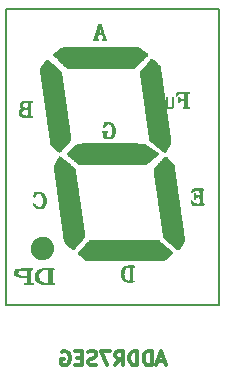
<source format=gbr>
G04 #@! TF.GenerationSoftware,KiCad,Pcbnew,(5.0.0)*
G04 #@! TF.CreationDate,2018-11-25T17:17:40-05:00*
G04 #@! TF.ProjectId,addressable_7seg,6164647265737361626C655F37736567,0.1a*
G04 #@! TF.SameCoordinates,Original*
G04 #@! TF.FileFunction,Legend,Bot*
G04 #@! TF.FilePolarity,Positive*
%FSLAX46Y46*%
G04 Gerber Fmt 4.6, Leading zero omitted, Abs format (unit mm)*
G04 Created by KiCad (PCBNEW (5.0.0)) date 11/25/18 17:17:40*
%MOMM*%
%LPD*%
G01*
G04 APERTURE LIST*
%ADD10C,0.300000*%
%ADD11C,0.150000*%
%ADD12C,0.010000*%
G04 APERTURE END LIST*
D10*
X174641428Y-142300000D02*
X174070000Y-142300000D01*
X174755714Y-142642857D02*
X174355714Y-141442857D01*
X173955714Y-142642857D01*
X173555714Y-142642857D02*
X173555714Y-141442857D01*
X173270000Y-141442857D01*
X173098571Y-141500000D01*
X172984285Y-141614285D01*
X172927142Y-141728571D01*
X172870000Y-141957142D01*
X172870000Y-142128571D01*
X172927142Y-142357142D01*
X172984285Y-142471428D01*
X173098571Y-142585714D01*
X173270000Y-142642857D01*
X173555714Y-142642857D01*
X172355714Y-142642857D02*
X172355714Y-141442857D01*
X172070000Y-141442857D01*
X171898571Y-141500000D01*
X171784285Y-141614285D01*
X171727142Y-141728571D01*
X171670000Y-141957142D01*
X171670000Y-142128571D01*
X171727142Y-142357142D01*
X171784285Y-142471428D01*
X171898571Y-142585714D01*
X172070000Y-142642857D01*
X172355714Y-142642857D01*
X170470000Y-142642857D02*
X170870000Y-142071428D01*
X171155714Y-142642857D02*
X171155714Y-141442857D01*
X170698571Y-141442857D01*
X170584285Y-141500000D01*
X170527142Y-141557142D01*
X170470000Y-141671428D01*
X170470000Y-141842857D01*
X170527142Y-141957142D01*
X170584285Y-142014285D01*
X170698571Y-142071428D01*
X171155714Y-142071428D01*
X170070000Y-141442857D02*
X169270000Y-141442857D01*
X169784285Y-142642857D01*
X168870000Y-142585714D02*
X168698571Y-142642857D01*
X168412857Y-142642857D01*
X168298571Y-142585714D01*
X168241428Y-142528571D01*
X168184285Y-142414285D01*
X168184285Y-142300000D01*
X168241428Y-142185714D01*
X168298571Y-142128571D01*
X168412857Y-142071428D01*
X168641428Y-142014285D01*
X168755714Y-141957142D01*
X168812857Y-141900000D01*
X168870000Y-141785714D01*
X168870000Y-141671428D01*
X168812857Y-141557142D01*
X168755714Y-141500000D01*
X168641428Y-141442857D01*
X168355714Y-141442857D01*
X168184285Y-141500000D01*
X167670000Y-142014285D02*
X167270000Y-142014285D01*
X167098571Y-142642857D02*
X167670000Y-142642857D01*
X167670000Y-141442857D01*
X167098571Y-141442857D01*
X165955714Y-141500000D02*
X166070000Y-141442857D01*
X166241428Y-141442857D01*
X166412857Y-141500000D01*
X166527142Y-141614285D01*
X166584285Y-141728571D01*
X166641428Y-141957142D01*
X166641428Y-142128571D01*
X166584285Y-142357142D01*
X166527142Y-142471428D01*
X166412857Y-142585714D01*
X166241428Y-142642857D01*
X166127142Y-142642857D01*
X165955714Y-142585714D01*
X165898571Y-142528571D01*
X165898571Y-142128571D01*
X166127142Y-142128571D01*
D11*
G04 #@! TO.C,U4*
X179245000Y-112500000D02*
X161245000Y-112500000D01*
X161245000Y-112500000D02*
X161245000Y-137500000D01*
X161245000Y-137500000D02*
X179245000Y-137500000D01*
X179245000Y-137500000D02*
X179245000Y-112500000D01*
D12*
G04 #@! TO.C,SEVENSEG*
G36*
X162300000Y-134600437D02*
X162307938Y-134608375D01*
X162315875Y-134600437D01*
X162307938Y-134592500D01*
X162300000Y-134600437D01*
X162300000Y-134600437D01*
G37*
X162300000Y-134600437D02*
X162307938Y-134608375D01*
X162315875Y-134600437D01*
X162307938Y-134592500D01*
X162300000Y-134600437D01*
G36*
X164173250Y-135552937D02*
X164181188Y-135560875D01*
X164189125Y-135552937D01*
X164181188Y-135545000D01*
X164173250Y-135552937D01*
X164173250Y-135552937D01*
G37*
X164173250Y-135552937D02*
X164181188Y-135560875D01*
X164189125Y-135552937D01*
X164181188Y-135545000D01*
X164173250Y-135552937D01*
G36*
X169074451Y-113728708D02*
X169037892Y-113743901D01*
X169016973Y-113776066D01*
X169005070Y-113824231D01*
X168993177Y-113863907D01*
X168980491Y-113887038D01*
X168970502Y-113904328D01*
X168972790Y-113907375D01*
X168973715Y-113920593D01*
X168965229Y-113953861D01*
X168959563Y-113970875D01*
X168947192Y-114009598D01*
X168942507Y-114032084D01*
X168943342Y-114034375D01*
X168941165Y-114048350D01*
X168930461Y-114086160D01*
X168913070Y-114141627D01*
X168896063Y-114193125D01*
X168874736Y-114258070D01*
X168858663Y-114310171D01*
X168849683Y-114343250D01*
X168848784Y-114351875D01*
X168847876Y-114365136D01*
X168838293Y-114398501D01*
X168832563Y-114415375D01*
X168820830Y-114454043D01*
X168817699Y-114476545D01*
X168819336Y-114478875D01*
X168819472Y-114488659D01*
X168812763Y-114498718D01*
X168796613Y-114529120D01*
X168778047Y-114578039D01*
X168761465Y-114632983D01*
X168753834Y-114666019D01*
X168740800Y-114708557D01*
X168732051Y-114727876D01*
X168718678Y-114757003D01*
X168715247Y-114768669D01*
X168711662Y-114781704D01*
X168701398Y-114808551D01*
X168682523Y-114853975D01*
X168653101Y-114922739D01*
X168645980Y-114939250D01*
X168632771Y-114971265D01*
X168627275Y-114986875D01*
X168618412Y-115005487D01*
X168610516Y-115018625D01*
X168596615Y-115043162D01*
X168593974Y-115060414D01*
X168606464Y-115071657D01*
X168637952Y-115078167D01*
X168692309Y-115081221D01*
X168773402Y-115082096D01*
X168802959Y-115082125D01*
X169016608Y-115082125D01*
X168988085Y-115042936D01*
X168964101Y-115015047D01*
X168946720Y-115003248D01*
X168940528Y-114993019D01*
X168942576Y-114988673D01*
X168939678Y-114968231D01*
X168929429Y-114956465D01*
X168916629Y-114936558D01*
X168916884Y-114902845D01*
X168923152Y-114871323D01*
X168933421Y-114826354D01*
X168940432Y-114794233D01*
X168941578Y-114788437D01*
X168969296Y-114714098D01*
X169021440Y-114659314D01*
X169096683Y-114625069D01*
X169178554Y-114612808D01*
X169233095Y-114614006D01*
X169285619Y-114621207D01*
X169328185Y-114632468D01*
X169352853Y-114645843D01*
X169354905Y-114655980D01*
X169357756Y-114668777D01*
X169361886Y-114669375D01*
X169382368Y-114683864D01*
X169399312Y-114721989D01*
X169411669Y-114775731D01*
X169418393Y-114837073D01*
X169418436Y-114897999D01*
X169410751Y-114950489D01*
X169401808Y-114974968D01*
X169389592Y-115005014D01*
X169390369Y-115018562D01*
X169390955Y-115018625D01*
X169391879Y-115027383D01*
X169383425Y-115037675D01*
X169368729Y-115056286D01*
X169370877Y-115068965D01*
X169393423Y-115076781D01*
X169439917Y-115080802D01*
X169513913Y-115082098D01*
X169531063Y-115082125D01*
X169599492Y-115081564D01*
X169654307Y-115080047D01*
X169688949Y-115077823D01*
X169697750Y-115075799D01*
X169690934Y-115059569D01*
X169673152Y-115023478D01*
X169650790Y-114980200D01*
X169626589Y-114932774D01*
X169609930Y-114897407D01*
X169604651Y-114882743D01*
X169599517Y-114864461D01*
X169585589Y-114827700D01*
X169577367Y-114807686D01*
X169560015Y-114766015D01*
X169548695Y-114738111D01*
X169546729Y-114732875D01*
X169538866Y-114713227D01*
X169532438Y-114698395D01*
X169519739Y-114663675D01*
X169516363Y-114650770D01*
X169506352Y-114617896D01*
X169500488Y-114603145D01*
X169487971Y-114568368D01*
X169484655Y-114555520D01*
X169475778Y-114526117D01*
X169463398Y-114493280D01*
X169324970Y-114493280D01*
X169321904Y-114500179D01*
X169301859Y-114505151D01*
X169259526Y-114508505D01*
X169204300Y-114510204D01*
X169145577Y-114510213D01*
X169092754Y-114508496D01*
X169055226Y-114505015D01*
X169042794Y-114501252D01*
X169041749Y-114481855D01*
X169050447Y-114444628D01*
X169055319Y-114429814D01*
X169067405Y-114391614D01*
X169071624Y-114369750D01*
X169070688Y-114367750D01*
X169071384Y-114354493D01*
X169080840Y-114321139D01*
X169086563Y-114304250D01*
X169098794Y-114265538D01*
X169103137Y-114243048D01*
X169102127Y-114240750D01*
X169101989Y-114228067D01*
X169110686Y-114200246D01*
X169125081Y-114153493D01*
X169134796Y-114110301D01*
X169147459Y-114058709D01*
X169161893Y-114038584D01*
X169178342Y-114049975D01*
X169197049Y-114092934D01*
X169207034Y-114125247D01*
X169220046Y-114171510D01*
X169228980Y-114204536D01*
X169231040Y-114212968D01*
X169237375Y-114232812D01*
X169244636Y-114254015D01*
X169245313Y-114256625D01*
X169251760Y-114275352D01*
X169252481Y-114276468D01*
X169257727Y-114293268D01*
X169261180Y-114309458D01*
X169272519Y-114350186D01*
X169278225Y-114365020D01*
X169291461Y-114404386D01*
X169295639Y-114422066D01*
X169308347Y-114457594D01*
X169316929Y-114471152D01*
X169324970Y-114493280D01*
X169463398Y-114493280D01*
X169462065Y-114489747D01*
X169448633Y-114447935D01*
X169443750Y-114416987D01*
X169437657Y-114386418D01*
X169431844Y-114377010D01*
X169419030Y-114356696D01*
X169418567Y-114354520D01*
X169412611Y-114331578D01*
X169408819Y-114320125D01*
X169396905Y-114283835D01*
X169380681Y-114231410D01*
X169362824Y-114171904D01*
X169346013Y-114114374D01*
X169332925Y-114067875D01*
X169326238Y-114041464D01*
X169325979Y-114039981D01*
X169315452Y-114012759D01*
X169311918Y-114008376D01*
X169302309Y-113984485D01*
X169300875Y-113969262D01*
X169294982Y-113934284D01*
X169282574Y-113896502D01*
X169267519Y-113855488D01*
X169259191Y-113826195D01*
X169245061Y-113770589D01*
X169224895Y-113739713D01*
X169190208Y-113726640D01*
X169134519Y-113724419D01*
X169074451Y-113728708D01*
X169074451Y-113728708D01*
G37*
X169074451Y-113728708D02*
X169037892Y-113743901D01*
X169016973Y-113776066D01*
X169005070Y-113824231D01*
X168993177Y-113863907D01*
X168980491Y-113887038D01*
X168970502Y-113904328D01*
X168972790Y-113907375D01*
X168973715Y-113920593D01*
X168965229Y-113953861D01*
X168959563Y-113970875D01*
X168947192Y-114009598D01*
X168942507Y-114032084D01*
X168943342Y-114034375D01*
X168941165Y-114048350D01*
X168930461Y-114086160D01*
X168913070Y-114141627D01*
X168896063Y-114193125D01*
X168874736Y-114258070D01*
X168858663Y-114310171D01*
X168849683Y-114343250D01*
X168848784Y-114351875D01*
X168847876Y-114365136D01*
X168838293Y-114398501D01*
X168832563Y-114415375D01*
X168820830Y-114454043D01*
X168817699Y-114476545D01*
X168819336Y-114478875D01*
X168819472Y-114488659D01*
X168812763Y-114498718D01*
X168796613Y-114529120D01*
X168778047Y-114578039D01*
X168761465Y-114632983D01*
X168753834Y-114666019D01*
X168740800Y-114708557D01*
X168732051Y-114727876D01*
X168718678Y-114757003D01*
X168715247Y-114768669D01*
X168711662Y-114781704D01*
X168701398Y-114808551D01*
X168682523Y-114853975D01*
X168653101Y-114922739D01*
X168645980Y-114939250D01*
X168632771Y-114971265D01*
X168627275Y-114986875D01*
X168618412Y-115005487D01*
X168610516Y-115018625D01*
X168596615Y-115043162D01*
X168593974Y-115060414D01*
X168606464Y-115071657D01*
X168637952Y-115078167D01*
X168692309Y-115081221D01*
X168773402Y-115082096D01*
X168802959Y-115082125D01*
X169016608Y-115082125D01*
X168988085Y-115042936D01*
X168964101Y-115015047D01*
X168946720Y-115003248D01*
X168940528Y-114993019D01*
X168942576Y-114988673D01*
X168939678Y-114968231D01*
X168929429Y-114956465D01*
X168916629Y-114936558D01*
X168916884Y-114902845D01*
X168923152Y-114871323D01*
X168933421Y-114826354D01*
X168940432Y-114794233D01*
X168941578Y-114788437D01*
X168969296Y-114714098D01*
X169021440Y-114659314D01*
X169096683Y-114625069D01*
X169178554Y-114612808D01*
X169233095Y-114614006D01*
X169285619Y-114621207D01*
X169328185Y-114632468D01*
X169352853Y-114645843D01*
X169354905Y-114655980D01*
X169357756Y-114668777D01*
X169361886Y-114669375D01*
X169382368Y-114683864D01*
X169399312Y-114721989D01*
X169411669Y-114775731D01*
X169418393Y-114837073D01*
X169418436Y-114897999D01*
X169410751Y-114950489D01*
X169401808Y-114974968D01*
X169389592Y-115005014D01*
X169390369Y-115018562D01*
X169390955Y-115018625D01*
X169391879Y-115027383D01*
X169383425Y-115037675D01*
X169368729Y-115056286D01*
X169370877Y-115068965D01*
X169393423Y-115076781D01*
X169439917Y-115080802D01*
X169513913Y-115082098D01*
X169531063Y-115082125D01*
X169599492Y-115081564D01*
X169654307Y-115080047D01*
X169688949Y-115077823D01*
X169697750Y-115075799D01*
X169690934Y-115059569D01*
X169673152Y-115023478D01*
X169650790Y-114980200D01*
X169626589Y-114932774D01*
X169609930Y-114897407D01*
X169604651Y-114882743D01*
X169599517Y-114864461D01*
X169585589Y-114827700D01*
X169577367Y-114807686D01*
X169560015Y-114766015D01*
X169548695Y-114738111D01*
X169546729Y-114732875D01*
X169538866Y-114713227D01*
X169532438Y-114698395D01*
X169519739Y-114663675D01*
X169516363Y-114650770D01*
X169506352Y-114617896D01*
X169500488Y-114603145D01*
X169487971Y-114568368D01*
X169484655Y-114555520D01*
X169475778Y-114526117D01*
X169463398Y-114493280D01*
X169324970Y-114493280D01*
X169321904Y-114500179D01*
X169301859Y-114505151D01*
X169259526Y-114508505D01*
X169204300Y-114510204D01*
X169145577Y-114510213D01*
X169092754Y-114508496D01*
X169055226Y-114505015D01*
X169042794Y-114501252D01*
X169041749Y-114481855D01*
X169050447Y-114444628D01*
X169055319Y-114429814D01*
X169067405Y-114391614D01*
X169071624Y-114369750D01*
X169070688Y-114367750D01*
X169071384Y-114354493D01*
X169080840Y-114321139D01*
X169086563Y-114304250D01*
X169098794Y-114265538D01*
X169103137Y-114243048D01*
X169102127Y-114240750D01*
X169101989Y-114228067D01*
X169110686Y-114200246D01*
X169125081Y-114153493D01*
X169134796Y-114110301D01*
X169147459Y-114058709D01*
X169161893Y-114038584D01*
X169178342Y-114049975D01*
X169197049Y-114092934D01*
X169207034Y-114125247D01*
X169220046Y-114171510D01*
X169228980Y-114204536D01*
X169231040Y-114212968D01*
X169237375Y-114232812D01*
X169244636Y-114254015D01*
X169245313Y-114256625D01*
X169251760Y-114275352D01*
X169252481Y-114276468D01*
X169257727Y-114293268D01*
X169261180Y-114309458D01*
X169272519Y-114350186D01*
X169278225Y-114365020D01*
X169291461Y-114404386D01*
X169295639Y-114422066D01*
X169308347Y-114457594D01*
X169316929Y-114471152D01*
X169324970Y-114493280D01*
X169463398Y-114493280D01*
X169462065Y-114489747D01*
X169448633Y-114447935D01*
X169443750Y-114416987D01*
X169437657Y-114386418D01*
X169431844Y-114377010D01*
X169419030Y-114356696D01*
X169418567Y-114354520D01*
X169412611Y-114331578D01*
X169408819Y-114320125D01*
X169396905Y-114283835D01*
X169380681Y-114231410D01*
X169362824Y-114171904D01*
X169346013Y-114114374D01*
X169332925Y-114067875D01*
X169326238Y-114041464D01*
X169325979Y-114039981D01*
X169315452Y-114012759D01*
X169311918Y-114008376D01*
X169302309Y-113984485D01*
X169300875Y-113969262D01*
X169294982Y-113934284D01*
X169282574Y-113896502D01*
X169267519Y-113855488D01*
X169259191Y-113826195D01*
X169245061Y-113770589D01*
X169224895Y-113739713D01*
X169190208Y-113726640D01*
X169134519Y-113724419D01*
X169074451Y-113728708D01*
G36*
X169209458Y-115710512D02*
X168933090Y-115710698D01*
X168658529Y-115710979D01*
X168387638Y-115711354D01*
X168122279Y-115711822D01*
X167864313Y-115712382D01*
X167615604Y-115713034D01*
X167378013Y-115713776D01*
X167153401Y-115714608D01*
X166943633Y-115715528D01*
X166750568Y-115716535D01*
X166576071Y-115717630D01*
X166422002Y-115718809D01*
X166290224Y-115720074D01*
X166182599Y-115721422D01*
X166100990Y-115722852D01*
X166047257Y-115724365D01*
X166023265Y-115725958D01*
X166022688Y-115726089D01*
X165968161Y-115742327D01*
X165925013Y-115759769D01*
X165883201Y-115783798D01*
X165832685Y-115819799D01*
X165796924Y-115847140D01*
X165748123Y-115883271D01*
X165707849Y-115910171D01*
X165683409Y-115923032D01*
X165680894Y-115923500D01*
X165670989Y-115933198D01*
X165673438Y-115939375D01*
X165671362Y-115953966D01*
X165664979Y-115955250D01*
X165644851Y-115961984D01*
X165610631Y-115983712D01*
X165559045Y-116022720D01*
X165500102Y-116070343D01*
X165464247Y-116097225D01*
X165437628Y-116112600D01*
X165432219Y-116114000D01*
X165412872Y-116124542D01*
X165382484Y-116150885D01*
X165371813Y-116161624D01*
X165339197Y-116191510D01*
X165313386Y-116208072D01*
X165308313Y-116209249D01*
X165281929Y-116221642D01*
X165250120Y-116251784D01*
X165221850Y-116289123D01*
X165206081Y-116323103D01*
X165205125Y-116330751D01*
X165216418Y-116352661D01*
X165248028Y-116392198D01*
X165296551Y-116445884D01*
X165358584Y-116510243D01*
X165430724Y-116581796D01*
X165509567Y-116657065D01*
X165591710Y-116732573D01*
X165642745Y-116777932D01*
X165681841Y-116813423D01*
X165737318Y-116865437D01*
X165803026Y-116928128D01*
X165872814Y-116995651D01*
X165905854Y-117027963D01*
X165969234Y-117089018D01*
X166025786Y-117141313D01*
X166071266Y-117181091D01*
X166101427Y-117204598D01*
X166110906Y-117209375D01*
X166123584Y-117214997D01*
X166121340Y-117219202D01*
X166123315Y-117235445D01*
X166139579Y-117257596D01*
X166159368Y-117272053D01*
X166163816Y-117272875D01*
X166178719Y-117283233D01*
X166208227Y-117309934D01*
X166234188Y-117335410D01*
X166282889Y-117379407D01*
X166335657Y-117419540D01*
X166357832Y-117433701D01*
X166419563Y-117469456D01*
X169150063Y-117470384D01*
X169442759Y-117470457D01*
X169727270Y-117470475D01*
X170001937Y-117470441D01*
X170265101Y-117470357D01*
X170515105Y-117470225D01*
X170750288Y-117470048D01*
X170968995Y-117469827D01*
X171169564Y-117469565D01*
X171350339Y-117469264D01*
X171509661Y-117468926D01*
X171645870Y-117468554D01*
X171757310Y-117468150D01*
X171842321Y-117467715D01*
X171899244Y-117467253D01*
X171926422Y-117466765D01*
X171928188Y-117466661D01*
X171970870Y-117460059D01*
X171999625Y-117452157D01*
X172026722Y-117442599D01*
X172033997Y-117440933D01*
X172049766Y-117430050D01*
X172081843Y-117402515D01*
X172123827Y-117363869D01*
X172131882Y-117356218D01*
X172176327Y-117316150D01*
X172213772Y-117286620D01*
X172237097Y-117273165D01*
X172239063Y-117272875D01*
X172251369Y-117267161D01*
X172249090Y-117263047D01*
X172250880Y-117246651D01*
X172267602Y-117224718D01*
X172288444Y-117210292D01*
X172293586Y-117209375D01*
X172307302Y-117198977D01*
X172339041Y-117170719D01*
X172384189Y-117129002D01*
X172438132Y-117078229D01*
X172496255Y-117022801D01*
X172553944Y-116967121D01*
X172606586Y-116915590D01*
X172649566Y-116872610D01*
X172678270Y-116842585D01*
X172679614Y-116841094D01*
X172705011Y-116823648D01*
X172720801Y-116823795D01*
X172729823Y-116825545D01*
X172726663Y-116821092D01*
X172727803Y-116802999D01*
X172743692Y-116779700D01*
X172763954Y-116765403D01*
X172767707Y-116764875D01*
X172772745Y-116763407D01*
X172781814Y-116757141D01*
X172797912Y-116743283D01*
X172824032Y-116719039D01*
X172863172Y-116681615D01*
X172918325Y-116628218D01*
X172992488Y-116556053D01*
X173012555Y-116536500D01*
X173071591Y-116477485D01*
X173122390Y-116423905D01*
X173160466Y-116380701D01*
X173181331Y-116352818D01*
X173183603Y-116348061D01*
X173180826Y-116310882D01*
X173157383Y-116268110D01*
X173120047Y-116230120D01*
X173097135Y-116215572D01*
X173062214Y-116193256D01*
X173021439Y-116161271D01*
X173015459Y-116156040D01*
X172983263Y-116129363D01*
X172961386Y-116114871D01*
X172958410Y-116114000D01*
X172939883Y-116104201D01*
X172899923Y-116074434D01*
X172837814Y-116024143D01*
X172779192Y-115975093D01*
X172741423Y-115945354D01*
X172712796Y-115926673D01*
X172704139Y-115923426D01*
X172684933Y-115913379D01*
X172653177Y-115888210D01*
X172639455Y-115875801D01*
X172605280Y-115846690D01*
X172579520Y-115829887D01*
X172573930Y-115828250D01*
X172552521Y-115817346D01*
X172539132Y-115804144D01*
X172505266Y-115776956D01*
X172453124Y-115749119D01*
X172395374Y-115727099D01*
X172379839Y-115722836D01*
X172357652Y-115721258D01*
X172305616Y-115719792D01*
X172225593Y-115718436D01*
X172119445Y-115717190D01*
X171989035Y-115716052D01*
X171836225Y-115715022D01*
X171662876Y-115714098D01*
X171470851Y-115713280D01*
X171262013Y-115712567D01*
X171038222Y-115711957D01*
X170801342Y-115711450D01*
X170553235Y-115711045D01*
X170295761Y-115710740D01*
X170030785Y-115710536D01*
X169760168Y-115710430D01*
X169485771Y-115710423D01*
X169209458Y-115710512D01*
X169209458Y-115710512D01*
G37*
X169209458Y-115710512D02*
X168933090Y-115710698D01*
X168658529Y-115710979D01*
X168387638Y-115711354D01*
X168122279Y-115711822D01*
X167864313Y-115712382D01*
X167615604Y-115713034D01*
X167378013Y-115713776D01*
X167153401Y-115714608D01*
X166943633Y-115715528D01*
X166750568Y-115716535D01*
X166576071Y-115717630D01*
X166422002Y-115718809D01*
X166290224Y-115720074D01*
X166182599Y-115721422D01*
X166100990Y-115722852D01*
X166047257Y-115724365D01*
X166023265Y-115725958D01*
X166022688Y-115726089D01*
X165968161Y-115742327D01*
X165925013Y-115759769D01*
X165883201Y-115783798D01*
X165832685Y-115819799D01*
X165796924Y-115847140D01*
X165748123Y-115883271D01*
X165707849Y-115910171D01*
X165683409Y-115923032D01*
X165680894Y-115923500D01*
X165670989Y-115933198D01*
X165673438Y-115939375D01*
X165671362Y-115953966D01*
X165664979Y-115955250D01*
X165644851Y-115961984D01*
X165610631Y-115983712D01*
X165559045Y-116022720D01*
X165500102Y-116070343D01*
X165464247Y-116097225D01*
X165437628Y-116112600D01*
X165432219Y-116114000D01*
X165412872Y-116124542D01*
X165382484Y-116150885D01*
X165371813Y-116161624D01*
X165339197Y-116191510D01*
X165313386Y-116208072D01*
X165308313Y-116209249D01*
X165281929Y-116221642D01*
X165250120Y-116251784D01*
X165221850Y-116289123D01*
X165206081Y-116323103D01*
X165205125Y-116330751D01*
X165216418Y-116352661D01*
X165248028Y-116392198D01*
X165296551Y-116445884D01*
X165358584Y-116510243D01*
X165430724Y-116581796D01*
X165509567Y-116657065D01*
X165591710Y-116732573D01*
X165642745Y-116777932D01*
X165681841Y-116813423D01*
X165737318Y-116865437D01*
X165803026Y-116928128D01*
X165872814Y-116995651D01*
X165905854Y-117027963D01*
X165969234Y-117089018D01*
X166025786Y-117141313D01*
X166071266Y-117181091D01*
X166101427Y-117204598D01*
X166110906Y-117209375D01*
X166123584Y-117214997D01*
X166121340Y-117219202D01*
X166123315Y-117235445D01*
X166139579Y-117257596D01*
X166159368Y-117272053D01*
X166163816Y-117272875D01*
X166178719Y-117283233D01*
X166208227Y-117309934D01*
X166234188Y-117335410D01*
X166282889Y-117379407D01*
X166335657Y-117419540D01*
X166357832Y-117433701D01*
X166419563Y-117469456D01*
X169150063Y-117470384D01*
X169442759Y-117470457D01*
X169727270Y-117470475D01*
X170001937Y-117470441D01*
X170265101Y-117470357D01*
X170515105Y-117470225D01*
X170750288Y-117470048D01*
X170968995Y-117469827D01*
X171169564Y-117469565D01*
X171350339Y-117469264D01*
X171509661Y-117468926D01*
X171645870Y-117468554D01*
X171757310Y-117468150D01*
X171842321Y-117467715D01*
X171899244Y-117467253D01*
X171926422Y-117466765D01*
X171928188Y-117466661D01*
X171970870Y-117460059D01*
X171999625Y-117452157D01*
X172026722Y-117442599D01*
X172033997Y-117440933D01*
X172049766Y-117430050D01*
X172081843Y-117402515D01*
X172123827Y-117363869D01*
X172131882Y-117356218D01*
X172176327Y-117316150D01*
X172213772Y-117286620D01*
X172237097Y-117273165D01*
X172239063Y-117272875D01*
X172251369Y-117267161D01*
X172249090Y-117263047D01*
X172250880Y-117246651D01*
X172267602Y-117224718D01*
X172288444Y-117210292D01*
X172293586Y-117209375D01*
X172307302Y-117198977D01*
X172339041Y-117170719D01*
X172384189Y-117129002D01*
X172438132Y-117078229D01*
X172496255Y-117022801D01*
X172553944Y-116967121D01*
X172606586Y-116915590D01*
X172649566Y-116872610D01*
X172678270Y-116842585D01*
X172679614Y-116841094D01*
X172705011Y-116823648D01*
X172720801Y-116823795D01*
X172729823Y-116825545D01*
X172726663Y-116821092D01*
X172727803Y-116802999D01*
X172743692Y-116779700D01*
X172763954Y-116765403D01*
X172767707Y-116764875D01*
X172772745Y-116763407D01*
X172781814Y-116757141D01*
X172797912Y-116743283D01*
X172824032Y-116719039D01*
X172863172Y-116681615D01*
X172918325Y-116628218D01*
X172992488Y-116556053D01*
X173012555Y-116536500D01*
X173071591Y-116477485D01*
X173122390Y-116423905D01*
X173160466Y-116380701D01*
X173181331Y-116352818D01*
X173183603Y-116348061D01*
X173180826Y-116310882D01*
X173157383Y-116268110D01*
X173120047Y-116230120D01*
X173097135Y-116215572D01*
X173062214Y-116193256D01*
X173021439Y-116161271D01*
X173015459Y-116156040D01*
X172983263Y-116129363D01*
X172961386Y-116114871D01*
X172958410Y-116114000D01*
X172939883Y-116104201D01*
X172899923Y-116074434D01*
X172837814Y-116024143D01*
X172779192Y-115975093D01*
X172741423Y-115945354D01*
X172712796Y-115926673D01*
X172704139Y-115923426D01*
X172684933Y-115913379D01*
X172653177Y-115888210D01*
X172639455Y-115875801D01*
X172605280Y-115846690D01*
X172579520Y-115829887D01*
X172573930Y-115828250D01*
X172552521Y-115817346D01*
X172539132Y-115804144D01*
X172505266Y-115776956D01*
X172453124Y-115749119D01*
X172395374Y-115727099D01*
X172379839Y-115722836D01*
X172357652Y-115721258D01*
X172305616Y-115719792D01*
X172225593Y-115718436D01*
X172119445Y-115717190D01*
X171989035Y-115716052D01*
X171836225Y-115715022D01*
X171662876Y-115714098D01*
X171470851Y-115713280D01*
X171262013Y-115712567D01*
X171038222Y-115711957D01*
X170801342Y-115711450D01*
X170553235Y-115711045D01*
X170295761Y-115710740D01*
X170030785Y-115710536D01*
X169760168Y-115710430D01*
X169485771Y-115710423D01*
X169209458Y-115710512D01*
G36*
X175921084Y-119509284D02*
X175834695Y-119510848D01*
X175769402Y-119514543D01*
X175721653Y-119520994D01*
X175687896Y-119530830D01*
X175664581Y-119544679D01*
X175648156Y-119563167D01*
X175635070Y-119586922D01*
X175626289Y-119606352D01*
X175606772Y-119649431D01*
X175590893Y-119682576D01*
X175589193Y-119685875D01*
X175581658Y-119718084D01*
X175581227Y-119761862D01*
X175586989Y-119802930D01*
X175598034Y-119827008D01*
X175598204Y-119827143D01*
X175608393Y-119832506D01*
X175608048Y-119831166D01*
X175615270Y-119814220D01*
X175641276Y-119784322D01*
X175679428Y-119747539D01*
X175723090Y-119709938D01*
X175765623Y-119677586D01*
X175797616Y-119657890D01*
X175899357Y-119621099D01*
X176016784Y-119601364D01*
X176137997Y-119600027D01*
X176217582Y-119610527D01*
X176251026Y-119619005D01*
X176275029Y-119632125D01*
X176291190Y-119654738D01*
X176301109Y-119691694D01*
X176306383Y-119747846D01*
X176308614Y-119828044D01*
X176309147Y-119888281D01*
X176309342Y-119969670D01*
X176308221Y-120024559D01*
X176304953Y-120058195D01*
X176298712Y-120075823D01*
X176288669Y-120082689D01*
X176278250Y-120083929D01*
X176236799Y-120088358D01*
X176206500Y-120093837D01*
X176121015Y-120102918D01*
X176036980Y-120094987D01*
X175966722Y-120071459D01*
X175955528Y-120065081D01*
X175928008Y-120037623D01*
X175900787Y-119995135D01*
X175895140Y-119983513D01*
X175871198Y-119935954D01*
X175853039Y-119916455D01*
X175836854Y-119922807D01*
X175824153Y-119942393D01*
X175802349Y-120005487D01*
X175790286Y-120088139D01*
X175788116Y-120179638D01*
X175795990Y-120269274D01*
X175814060Y-120346337D01*
X175818266Y-120357693D01*
X175826790Y-120368841D01*
X175841643Y-120365808D01*
X175867337Y-120345699D01*
X175908384Y-120305620D01*
X175923439Y-120290224D01*
X175973424Y-120240987D01*
X176011901Y-120211082D01*
X176048081Y-120195786D01*
X176091181Y-120190378D01*
X176119188Y-120189906D01*
X176148095Y-120190268D01*
X176195621Y-120191191D01*
X176226597Y-120191890D01*
X176310193Y-120193875D01*
X176309100Y-120435968D01*
X176307730Y-120547223D01*
X176304428Y-120630237D01*
X176298691Y-120688487D01*
X176290016Y-120725453D01*
X176277900Y-120744610D01*
X176263760Y-120749500D01*
X176245462Y-120758043D01*
X176218994Y-120778355D01*
X176193049Y-120802460D01*
X176176318Y-120822381D01*
X176175952Y-120830089D01*
X176195047Y-120834482D01*
X176214438Y-120839249D01*
X176241685Y-120842457D01*
X176293649Y-120845585D01*
X176363298Y-120848307D01*
X176443601Y-120850298D01*
X176458320Y-120850548D01*
X176548482Y-120851276D01*
X176611308Y-120849889D01*
X176651163Y-120846029D01*
X176672411Y-120839334D01*
X176678709Y-120832384D01*
X176676310Y-120802814D01*
X176648242Y-120782475D01*
X176621180Y-120777030D01*
X176586043Y-120763950D01*
X176551344Y-120736881D01*
X176541335Y-120725407D01*
X176533396Y-120712279D01*
X176527262Y-120693892D01*
X176522665Y-120666643D01*
X176519337Y-120626927D01*
X176517012Y-120571139D01*
X176515422Y-120495674D01*
X176514300Y-120396929D01*
X176513379Y-120271298D01*
X176513055Y-120220386D01*
X176512414Y-120078612D01*
X176512556Y-119965014D01*
X176513620Y-119876028D01*
X176515745Y-119808087D01*
X176519069Y-119757624D01*
X176523732Y-119721074D01*
X176529872Y-119694869D01*
X176533970Y-119683477D01*
X176555851Y-119643618D01*
X176579766Y-119618225D01*
X176584603Y-119615755D01*
X176620695Y-119599206D01*
X176661044Y-119576485D01*
X176690337Y-119556341D01*
X176693171Y-119553746D01*
X176694681Y-119542421D01*
X176673564Y-119533001D01*
X176628309Y-119525361D01*
X176557406Y-119519374D01*
X176459343Y-119514912D01*
X176332611Y-119511851D01*
X176175697Y-119510062D01*
X176171351Y-119510032D01*
X176032118Y-119509221D01*
X175921084Y-119509284D01*
X175921084Y-119509284D01*
G37*
X175921084Y-119509284D02*
X175834695Y-119510848D01*
X175769402Y-119514543D01*
X175721653Y-119520994D01*
X175687896Y-119530830D01*
X175664581Y-119544679D01*
X175648156Y-119563167D01*
X175635070Y-119586922D01*
X175626289Y-119606352D01*
X175606772Y-119649431D01*
X175590893Y-119682576D01*
X175589193Y-119685875D01*
X175581658Y-119718084D01*
X175581227Y-119761862D01*
X175586989Y-119802930D01*
X175598034Y-119827008D01*
X175598204Y-119827143D01*
X175608393Y-119832506D01*
X175608048Y-119831166D01*
X175615270Y-119814220D01*
X175641276Y-119784322D01*
X175679428Y-119747539D01*
X175723090Y-119709938D01*
X175765623Y-119677586D01*
X175797616Y-119657890D01*
X175899357Y-119621099D01*
X176016784Y-119601364D01*
X176137997Y-119600027D01*
X176217582Y-119610527D01*
X176251026Y-119619005D01*
X176275029Y-119632125D01*
X176291190Y-119654738D01*
X176301109Y-119691694D01*
X176306383Y-119747846D01*
X176308614Y-119828044D01*
X176309147Y-119888281D01*
X176309342Y-119969670D01*
X176308221Y-120024559D01*
X176304953Y-120058195D01*
X176298712Y-120075823D01*
X176288669Y-120082689D01*
X176278250Y-120083929D01*
X176236799Y-120088358D01*
X176206500Y-120093837D01*
X176121015Y-120102918D01*
X176036980Y-120094987D01*
X175966722Y-120071459D01*
X175955528Y-120065081D01*
X175928008Y-120037623D01*
X175900787Y-119995135D01*
X175895140Y-119983513D01*
X175871198Y-119935954D01*
X175853039Y-119916455D01*
X175836854Y-119922807D01*
X175824153Y-119942393D01*
X175802349Y-120005487D01*
X175790286Y-120088139D01*
X175788116Y-120179638D01*
X175795990Y-120269274D01*
X175814060Y-120346337D01*
X175818266Y-120357693D01*
X175826790Y-120368841D01*
X175841643Y-120365808D01*
X175867337Y-120345699D01*
X175908384Y-120305620D01*
X175923439Y-120290224D01*
X175973424Y-120240987D01*
X176011901Y-120211082D01*
X176048081Y-120195786D01*
X176091181Y-120190378D01*
X176119188Y-120189906D01*
X176148095Y-120190268D01*
X176195621Y-120191191D01*
X176226597Y-120191890D01*
X176310193Y-120193875D01*
X176309100Y-120435968D01*
X176307730Y-120547223D01*
X176304428Y-120630237D01*
X176298691Y-120688487D01*
X176290016Y-120725453D01*
X176277900Y-120744610D01*
X176263760Y-120749500D01*
X176245462Y-120758043D01*
X176218994Y-120778355D01*
X176193049Y-120802460D01*
X176176318Y-120822381D01*
X176175952Y-120830089D01*
X176195047Y-120834482D01*
X176214438Y-120839249D01*
X176241685Y-120842457D01*
X176293649Y-120845585D01*
X176363298Y-120848307D01*
X176443601Y-120850298D01*
X176458320Y-120850548D01*
X176548482Y-120851276D01*
X176611308Y-120849889D01*
X176651163Y-120846029D01*
X176672411Y-120839334D01*
X176678709Y-120832384D01*
X176676310Y-120802814D01*
X176648242Y-120782475D01*
X176621180Y-120777030D01*
X176586043Y-120763950D01*
X176551344Y-120736881D01*
X176541335Y-120725407D01*
X176533396Y-120712279D01*
X176527262Y-120693892D01*
X176522665Y-120666643D01*
X176519337Y-120626927D01*
X176517012Y-120571139D01*
X176515422Y-120495674D01*
X176514300Y-120396929D01*
X176513379Y-120271298D01*
X176513055Y-120220386D01*
X176512414Y-120078612D01*
X176512556Y-119965014D01*
X176513620Y-119876028D01*
X176515745Y-119808087D01*
X176519069Y-119757624D01*
X176523732Y-119721074D01*
X176529872Y-119694869D01*
X176533970Y-119683477D01*
X176555851Y-119643618D01*
X176579766Y-119618225D01*
X176584603Y-119615755D01*
X176620695Y-119599206D01*
X176661044Y-119576485D01*
X176690337Y-119556341D01*
X176693171Y-119553746D01*
X176694681Y-119542421D01*
X176673564Y-119533001D01*
X176628309Y-119525361D01*
X176557406Y-119519374D01*
X176459343Y-119514912D01*
X176332611Y-119511851D01*
X176175697Y-119510062D01*
X176171351Y-119510032D01*
X176032118Y-119509221D01*
X175921084Y-119509284D01*
G36*
X163242754Y-120251677D02*
X163133142Y-120254747D01*
X163018853Y-120259884D01*
X162906531Y-120266612D01*
X162802818Y-120274458D01*
X162714357Y-120282949D01*
X162647789Y-120291610D01*
X162625438Y-120295715D01*
X162581423Y-120302230D01*
X162560134Y-120303785D01*
X162516133Y-120319784D01*
X162471306Y-120359997D01*
X162430053Y-120417322D01*
X162396774Y-120484655D01*
X162375871Y-120554894D01*
X162371032Y-120608988D01*
X162378922Y-120658093D01*
X162397120Y-120710506D01*
X162421120Y-120757079D01*
X162446415Y-120788664D01*
X162463656Y-120797016D01*
X162469411Y-120807086D01*
X162466688Y-120813000D01*
X162469652Y-120827093D01*
X162478451Y-120828875D01*
X162508083Y-120839268D01*
X162518964Y-120847813D01*
X162527393Y-120867186D01*
X162512816Y-120892971D01*
X162503497Y-120903376D01*
X162474055Y-120929125D01*
X162451191Y-120939998D01*
X162451016Y-120940000D01*
X162428448Y-120951180D01*
X162397320Y-120977950D01*
X162367648Y-121010150D01*
X162349450Y-121037622D01*
X162347625Y-121044849D01*
X162337533Y-121068925D01*
X162328791Y-121079484D01*
X162309851Y-121115389D01*
X162297776Y-121172222D01*
X162293651Y-121239689D01*
X162298560Y-121307499D01*
X162302509Y-121328937D01*
X162321471Y-121381749D01*
X162351643Y-121432545D01*
X162386594Y-121472849D01*
X162419895Y-121494186D01*
X162428983Y-121495625D01*
X162440361Y-121501771D01*
X162437824Y-121505968D01*
X162443246Y-121518512D01*
X162471286Y-121536882D01*
X162514213Y-121557573D01*
X162564299Y-121577082D01*
X162613812Y-121591904D01*
X162638291Y-121596833D01*
X162669456Y-121606687D01*
X162673063Y-121608535D01*
X162697437Y-121614758D01*
X162748162Y-121620381D01*
X162827102Y-121625566D01*
X162923212Y-121629965D01*
X162968154Y-121631072D01*
X162997207Y-121630496D01*
X163002587Y-121629546D01*
X163011465Y-121627630D01*
X163036777Y-121624797D01*
X163081763Y-121620770D01*
X163149665Y-121615271D01*
X163243725Y-121608023D01*
X163327014Y-121601748D01*
X163361665Y-121596184D01*
X163386633Y-121587476D01*
X163395179Y-121579231D01*
X163380567Y-121575056D01*
X163376976Y-121575000D01*
X163346357Y-121561913D01*
X163312563Y-121529087D01*
X163284430Y-121486172D01*
X163275225Y-121463875D01*
X163272107Y-121438722D01*
X163269186Y-121385936D01*
X163266565Y-121309632D01*
X163264349Y-121213926D01*
X163262640Y-121102934D01*
X163261542Y-120980771D01*
X163261286Y-120920552D01*
X163064135Y-120920552D01*
X163059099Y-121189825D01*
X163056682Y-121299437D01*
X163052960Y-121381183D01*
X163046228Y-121438942D01*
X163034778Y-121476595D01*
X163016902Y-121498023D01*
X162990894Y-121507107D01*
X162955046Y-121507727D01*
X162920466Y-121504953D01*
X162856489Y-121498391D01*
X162793838Y-121490953D01*
X162768313Y-121487486D01*
X162721512Y-121479147D01*
X162685923Y-121470226D01*
X162681000Y-121468447D01*
X162655533Y-121458662D01*
X162649250Y-121456643D01*
X162631283Y-121448505D01*
X162597336Y-121431116D01*
X162590431Y-121427451D01*
X162552977Y-121397487D01*
X162531450Y-121353058D01*
X162524244Y-121288777D01*
X162527861Y-121217812D01*
X162532465Y-121168746D01*
X162535835Y-121132546D01*
X162536749Y-121122562D01*
X162550960Y-121093135D01*
X162584206Y-121055237D01*
X162628427Y-121016945D01*
X162669309Y-120989733D01*
X162711714Y-120968143D01*
X162753921Y-120953030D01*
X162804406Y-120942503D01*
X162871645Y-120934668D01*
X162940037Y-120929288D01*
X163064135Y-120920552D01*
X163261286Y-120920552D01*
X163261229Y-120907380D01*
X163260929Y-120765745D01*
X163260956Y-120652636D01*
X163261279Y-120599732D01*
X163054063Y-120599732D01*
X163053760Y-120683848D01*
X163052279Y-120741764D01*
X163048764Y-120779026D01*
X163042357Y-120801182D01*
X163032200Y-120813780D01*
X163019846Y-120821184D01*
X162994515Y-120827282D01*
X162951724Y-120832006D01*
X162901179Y-120834989D01*
X162852589Y-120835864D01*
X162815662Y-120834263D01*
X162800106Y-120829819D01*
X162800063Y-120829502D01*
X162786615Y-120824785D01*
X162760954Y-120819340D01*
X162704215Y-120793984D01*
X162655825Y-120745005D01*
X162619605Y-120680203D01*
X162599375Y-120607379D01*
X162598954Y-120534335D01*
X162606257Y-120503437D01*
X162624420Y-120464299D01*
X162650321Y-120425438D01*
X162676609Y-120396500D01*
X162695014Y-120386957D01*
X162712750Y-120385040D01*
X162740484Y-120377604D01*
X162780062Y-120369831D01*
X162808000Y-120365929D01*
X162841655Y-120367165D01*
X162903362Y-120373892D01*
X162989969Y-120385749D01*
X163022313Y-120390550D01*
X163035344Y-120394439D01*
X163044225Y-120404940D01*
X163049747Y-120427258D01*
X163052699Y-120466601D01*
X163053873Y-120528174D01*
X163054063Y-120599732D01*
X163261279Y-120599732D01*
X163261493Y-120564831D01*
X163262723Y-120499107D01*
X163264829Y-120452242D01*
X163267996Y-120421012D01*
X163272407Y-120402194D01*
X163278245Y-120392566D01*
X163285694Y-120388904D01*
X163290789Y-120388247D01*
X163322484Y-120375881D01*
X163358678Y-120348807D01*
X163362302Y-120345289D01*
X163388390Y-120314004D01*
X163391847Y-120290398D01*
X163385440Y-120277047D01*
X163370869Y-120262804D01*
X163344898Y-120254711D01*
X163300425Y-120251504D01*
X163242754Y-120251677D01*
X163242754Y-120251677D01*
G37*
X163242754Y-120251677D02*
X163133142Y-120254747D01*
X163018853Y-120259884D01*
X162906531Y-120266612D01*
X162802818Y-120274458D01*
X162714357Y-120282949D01*
X162647789Y-120291610D01*
X162625438Y-120295715D01*
X162581423Y-120302230D01*
X162560134Y-120303785D01*
X162516133Y-120319784D01*
X162471306Y-120359997D01*
X162430053Y-120417322D01*
X162396774Y-120484655D01*
X162375871Y-120554894D01*
X162371032Y-120608988D01*
X162378922Y-120658093D01*
X162397120Y-120710506D01*
X162421120Y-120757079D01*
X162446415Y-120788664D01*
X162463656Y-120797016D01*
X162469411Y-120807086D01*
X162466688Y-120813000D01*
X162469652Y-120827093D01*
X162478451Y-120828875D01*
X162508083Y-120839268D01*
X162518964Y-120847813D01*
X162527393Y-120867186D01*
X162512816Y-120892971D01*
X162503497Y-120903376D01*
X162474055Y-120929125D01*
X162451191Y-120939998D01*
X162451016Y-120940000D01*
X162428448Y-120951180D01*
X162397320Y-120977950D01*
X162367648Y-121010150D01*
X162349450Y-121037622D01*
X162347625Y-121044849D01*
X162337533Y-121068925D01*
X162328791Y-121079484D01*
X162309851Y-121115389D01*
X162297776Y-121172222D01*
X162293651Y-121239689D01*
X162298560Y-121307499D01*
X162302509Y-121328937D01*
X162321471Y-121381749D01*
X162351643Y-121432545D01*
X162386594Y-121472849D01*
X162419895Y-121494186D01*
X162428983Y-121495625D01*
X162440361Y-121501771D01*
X162437824Y-121505968D01*
X162443246Y-121518512D01*
X162471286Y-121536882D01*
X162514213Y-121557573D01*
X162564299Y-121577082D01*
X162613812Y-121591904D01*
X162638291Y-121596833D01*
X162669456Y-121606687D01*
X162673063Y-121608535D01*
X162697437Y-121614758D01*
X162748162Y-121620381D01*
X162827102Y-121625566D01*
X162923212Y-121629965D01*
X162968154Y-121631072D01*
X162997207Y-121630496D01*
X163002587Y-121629546D01*
X163011465Y-121627630D01*
X163036777Y-121624797D01*
X163081763Y-121620770D01*
X163149665Y-121615271D01*
X163243725Y-121608023D01*
X163327014Y-121601748D01*
X163361665Y-121596184D01*
X163386633Y-121587476D01*
X163395179Y-121579231D01*
X163380567Y-121575056D01*
X163376976Y-121575000D01*
X163346357Y-121561913D01*
X163312563Y-121529087D01*
X163284430Y-121486172D01*
X163275225Y-121463875D01*
X163272107Y-121438722D01*
X163269186Y-121385936D01*
X163266565Y-121309632D01*
X163264349Y-121213926D01*
X163262640Y-121102934D01*
X163261542Y-120980771D01*
X163261286Y-120920552D01*
X163064135Y-120920552D01*
X163059099Y-121189825D01*
X163056682Y-121299437D01*
X163052960Y-121381183D01*
X163046228Y-121438942D01*
X163034778Y-121476595D01*
X163016902Y-121498023D01*
X162990894Y-121507107D01*
X162955046Y-121507727D01*
X162920466Y-121504953D01*
X162856489Y-121498391D01*
X162793838Y-121490953D01*
X162768313Y-121487486D01*
X162721512Y-121479147D01*
X162685923Y-121470226D01*
X162681000Y-121468447D01*
X162655533Y-121458662D01*
X162649250Y-121456643D01*
X162631283Y-121448505D01*
X162597336Y-121431116D01*
X162590431Y-121427451D01*
X162552977Y-121397487D01*
X162531450Y-121353058D01*
X162524244Y-121288777D01*
X162527861Y-121217812D01*
X162532465Y-121168746D01*
X162535835Y-121132546D01*
X162536749Y-121122562D01*
X162550960Y-121093135D01*
X162584206Y-121055237D01*
X162628427Y-121016945D01*
X162669309Y-120989733D01*
X162711714Y-120968143D01*
X162753921Y-120953030D01*
X162804406Y-120942503D01*
X162871645Y-120934668D01*
X162940037Y-120929288D01*
X163064135Y-120920552D01*
X163261286Y-120920552D01*
X163261229Y-120907380D01*
X163260929Y-120765745D01*
X163260956Y-120652636D01*
X163261279Y-120599732D01*
X163054063Y-120599732D01*
X163053760Y-120683848D01*
X163052279Y-120741764D01*
X163048764Y-120779026D01*
X163042357Y-120801182D01*
X163032200Y-120813780D01*
X163019846Y-120821184D01*
X162994515Y-120827282D01*
X162951724Y-120832006D01*
X162901179Y-120834989D01*
X162852589Y-120835864D01*
X162815662Y-120834263D01*
X162800106Y-120829819D01*
X162800063Y-120829502D01*
X162786615Y-120824785D01*
X162760954Y-120819340D01*
X162704215Y-120793984D01*
X162655825Y-120745005D01*
X162619605Y-120680203D01*
X162599375Y-120607379D01*
X162598954Y-120534335D01*
X162606257Y-120503437D01*
X162624420Y-120464299D01*
X162650321Y-120425438D01*
X162676609Y-120396500D01*
X162695014Y-120386957D01*
X162712750Y-120385040D01*
X162740484Y-120377604D01*
X162780062Y-120369831D01*
X162808000Y-120365929D01*
X162841655Y-120367165D01*
X162903362Y-120373892D01*
X162989969Y-120385749D01*
X163022313Y-120390550D01*
X163035344Y-120394439D01*
X163044225Y-120404940D01*
X163049747Y-120427258D01*
X163052699Y-120466601D01*
X163053873Y-120528174D01*
X163054063Y-120599732D01*
X163261279Y-120599732D01*
X163261493Y-120564831D01*
X163262723Y-120499107D01*
X163264829Y-120452242D01*
X163267996Y-120421012D01*
X163272407Y-120402194D01*
X163278245Y-120392566D01*
X163285694Y-120388904D01*
X163290789Y-120388247D01*
X163322484Y-120375881D01*
X163358678Y-120348807D01*
X163362302Y-120345289D01*
X163388390Y-120314004D01*
X163391847Y-120290398D01*
X163385440Y-120277047D01*
X163370869Y-120262804D01*
X163344898Y-120254711D01*
X163300425Y-120251504D01*
X163242754Y-120251677D01*
G36*
X169802288Y-122066406D02*
X169696837Y-122069545D01*
X169651572Y-122071139D01*
X169582414Y-122074999D01*
X169539852Y-122081187D01*
X169518759Y-122090757D01*
X169514125Y-122099328D01*
X169508446Y-122130306D01*
X169499949Y-122174264D01*
X169499161Y-122178250D01*
X169490257Y-122228807D01*
X169484142Y-122273196D01*
X169484089Y-122273711D01*
X169476299Y-122320180D01*
X169469158Y-122347850D01*
X169454345Y-122403589D01*
X169453753Y-122436861D01*
X169467485Y-122453639D01*
X169471012Y-122455189D01*
X169501543Y-122453194D01*
X169522703Y-122440570D01*
X169549867Y-122421226D01*
X169564063Y-122416274D01*
X169580694Y-122403489D01*
X169605254Y-122371304D01*
X169631552Y-122328759D01*
X169652341Y-122287365D01*
X169682470Y-122249427D01*
X169734179Y-122213112D01*
X169797511Y-122183729D01*
X169862510Y-122166586D01*
X169882752Y-122164513D01*
X169926233Y-122163403D01*
X169957211Y-122168818D01*
X169985450Y-122185461D01*
X170020716Y-122218037D01*
X170044828Y-122242583D01*
X170083739Y-122284059D01*
X170111667Y-122316761D01*
X170123146Y-122334242D01*
X170123169Y-122334960D01*
X170127671Y-122354989D01*
X170141208Y-122390016D01*
X170142325Y-122392562D01*
X170157259Y-122427515D01*
X170164859Y-122447621D01*
X170164976Y-122448125D01*
X170173826Y-122467035D01*
X170179149Y-122475906D01*
X170185930Y-122493417D01*
X170183579Y-122495750D01*
X170183052Y-122508943D01*
X170191668Y-122541906D01*
X170196110Y-122555281D01*
X170204082Y-122593794D01*
X170209946Y-122652078D01*
X170213573Y-122721768D01*
X170214840Y-122794498D01*
X170213620Y-122861903D01*
X170209787Y-122915619D01*
X170203215Y-122947281D01*
X170202040Y-122949523D01*
X170191968Y-122976240D01*
X170182341Y-123017377D01*
X170181938Y-123019625D01*
X170172417Y-123061052D01*
X170162117Y-123088955D01*
X170161647Y-123089726D01*
X170150194Y-123111329D01*
X170149060Y-123114875D01*
X170133894Y-123155640D01*
X170108648Y-123199682D01*
X170097690Y-123214093D01*
X170084073Y-123235231D01*
X170086688Y-123241875D01*
X170090036Y-123249930D01*
X170074261Y-123269776D01*
X170046209Y-123294931D01*
X170012722Y-123318914D01*
X169994369Y-123329305D01*
X169929201Y-123348473D01*
X169854231Y-123351133D01*
X169785354Y-123337286D01*
X169767034Y-123329285D01*
X169740774Y-123313377D01*
X169735922Y-123305423D01*
X169737438Y-123305229D01*
X169741574Y-123298747D01*
X169734399Y-123292863D01*
X169700679Y-123253348D01*
X169680255Y-123188002D01*
X169674155Y-123100275D01*
X169674345Y-123091376D01*
X169685115Y-123006665D01*
X169713544Y-122945616D01*
X169762069Y-122904026D01*
X169790757Y-122890677D01*
X169815917Y-122875385D01*
X169812525Y-122857359D01*
X169811726Y-122856371D01*
X169793583Y-122847838D01*
X169753628Y-122841911D01*
X169688887Y-122838361D01*
X169596386Y-122836958D01*
X169559969Y-122836926D01*
X169467273Y-122837536D01*
X169401897Y-122839294D01*
X169359421Y-122842654D01*
X169335422Y-122848066D01*
X169325480Y-122855984D01*
X169324398Y-122861010D01*
X169337277Y-122882558D01*
X169369602Y-122906463D01*
X169379961Y-122911930D01*
X169412373Y-122929031D01*
X169425866Y-122938846D01*
X169424848Y-122939711D01*
X169423018Y-122951988D01*
X169433306Y-122977687D01*
X169443386Y-123015881D01*
X169448853Y-123079203D01*
X169449269Y-123156280D01*
X169448246Y-123224829D01*
X169450359Y-123269871D01*
X169457277Y-123299617D01*
X169470671Y-123322275D01*
X169486699Y-123340322D01*
X169520348Y-123366759D01*
X169562277Y-123388890D01*
X169600753Y-123401479D01*
X169622080Y-123400712D01*
X169638152Y-123404112D01*
X169671345Y-123415518D01*
X169673661Y-123416394D01*
X169710837Y-123424766D01*
X169769929Y-123432058D01*
X169841107Y-123437705D01*
X169914540Y-123441140D01*
X169980398Y-123441796D01*
X170028853Y-123439108D01*
X170039063Y-123437451D01*
X170080828Y-123423413D01*
X170135463Y-123398849D01*
X170190100Y-123370184D01*
X170231867Y-123343840D01*
X170240411Y-123336951D01*
X170271313Y-123302077D01*
X170308489Y-123250301D01*
X170344022Y-123193124D01*
X170360518Y-123162500D01*
X170398916Y-123072528D01*
X170423589Y-122979854D01*
X170436526Y-122874616D01*
X170439776Y-122769329D01*
X170438732Y-122697183D01*
X170435657Y-122637364D01*
X170431044Y-122596615D01*
X170426110Y-122581894D01*
X170414255Y-122560534D01*
X170412125Y-122543471D01*
X170406478Y-122504738D01*
X170398152Y-122476939D01*
X170386089Y-122442228D01*
X170381146Y-122424312D01*
X170368789Y-122400167D01*
X170356563Y-122384625D01*
X170336965Y-122357423D01*
X170331647Y-122344937D01*
X170317069Y-122311919D01*
X170288381Y-122268575D01*
X170252080Y-122222664D01*
X170214666Y-122181945D01*
X170182636Y-122154177D01*
X170165456Y-122146500D01*
X170139826Y-122135414D01*
X170126797Y-122123195D01*
X170105907Y-122104633D01*
X170097072Y-122101946D01*
X170076700Y-122097608D01*
X170041451Y-122084286D01*
X170039063Y-122083254D01*
X170015181Y-122075068D01*
X169984140Y-122069433D01*
X169941362Y-122066206D01*
X169882270Y-122065245D01*
X169802288Y-122066406D01*
X169802288Y-122066406D01*
G37*
X169802288Y-122066406D02*
X169696837Y-122069545D01*
X169651572Y-122071139D01*
X169582414Y-122074999D01*
X169539852Y-122081187D01*
X169518759Y-122090757D01*
X169514125Y-122099328D01*
X169508446Y-122130306D01*
X169499949Y-122174264D01*
X169499161Y-122178250D01*
X169490257Y-122228807D01*
X169484142Y-122273196D01*
X169484089Y-122273711D01*
X169476299Y-122320180D01*
X169469158Y-122347850D01*
X169454345Y-122403589D01*
X169453753Y-122436861D01*
X169467485Y-122453639D01*
X169471012Y-122455189D01*
X169501543Y-122453194D01*
X169522703Y-122440570D01*
X169549867Y-122421226D01*
X169564063Y-122416274D01*
X169580694Y-122403489D01*
X169605254Y-122371304D01*
X169631552Y-122328759D01*
X169652341Y-122287365D01*
X169682470Y-122249427D01*
X169734179Y-122213112D01*
X169797511Y-122183729D01*
X169862510Y-122166586D01*
X169882752Y-122164513D01*
X169926233Y-122163403D01*
X169957211Y-122168818D01*
X169985450Y-122185461D01*
X170020716Y-122218037D01*
X170044828Y-122242583D01*
X170083739Y-122284059D01*
X170111667Y-122316761D01*
X170123146Y-122334242D01*
X170123169Y-122334960D01*
X170127671Y-122354989D01*
X170141208Y-122390016D01*
X170142325Y-122392562D01*
X170157259Y-122427515D01*
X170164859Y-122447621D01*
X170164976Y-122448125D01*
X170173826Y-122467035D01*
X170179149Y-122475906D01*
X170185930Y-122493417D01*
X170183579Y-122495750D01*
X170183052Y-122508943D01*
X170191668Y-122541906D01*
X170196110Y-122555281D01*
X170204082Y-122593794D01*
X170209946Y-122652078D01*
X170213573Y-122721768D01*
X170214840Y-122794498D01*
X170213620Y-122861903D01*
X170209787Y-122915619D01*
X170203215Y-122947281D01*
X170202040Y-122949523D01*
X170191968Y-122976240D01*
X170182341Y-123017377D01*
X170181938Y-123019625D01*
X170172417Y-123061052D01*
X170162117Y-123088955D01*
X170161647Y-123089726D01*
X170150194Y-123111329D01*
X170149060Y-123114875D01*
X170133894Y-123155640D01*
X170108648Y-123199682D01*
X170097690Y-123214093D01*
X170084073Y-123235231D01*
X170086688Y-123241875D01*
X170090036Y-123249930D01*
X170074261Y-123269776D01*
X170046209Y-123294931D01*
X170012722Y-123318914D01*
X169994369Y-123329305D01*
X169929201Y-123348473D01*
X169854231Y-123351133D01*
X169785354Y-123337286D01*
X169767034Y-123329285D01*
X169740774Y-123313377D01*
X169735922Y-123305423D01*
X169737438Y-123305229D01*
X169741574Y-123298747D01*
X169734399Y-123292863D01*
X169700679Y-123253348D01*
X169680255Y-123188002D01*
X169674155Y-123100275D01*
X169674345Y-123091376D01*
X169685115Y-123006665D01*
X169713544Y-122945616D01*
X169762069Y-122904026D01*
X169790757Y-122890677D01*
X169815917Y-122875385D01*
X169812525Y-122857359D01*
X169811726Y-122856371D01*
X169793583Y-122847838D01*
X169753628Y-122841911D01*
X169688887Y-122838361D01*
X169596386Y-122836958D01*
X169559969Y-122836926D01*
X169467273Y-122837536D01*
X169401897Y-122839294D01*
X169359421Y-122842654D01*
X169335422Y-122848066D01*
X169325480Y-122855984D01*
X169324398Y-122861010D01*
X169337277Y-122882558D01*
X169369602Y-122906463D01*
X169379961Y-122911930D01*
X169412373Y-122929031D01*
X169425866Y-122938846D01*
X169424848Y-122939711D01*
X169423018Y-122951988D01*
X169433306Y-122977687D01*
X169443386Y-123015881D01*
X169448853Y-123079203D01*
X169449269Y-123156280D01*
X169448246Y-123224829D01*
X169450359Y-123269871D01*
X169457277Y-123299617D01*
X169470671Y-123322275D01*
X169486699Y-123340322D01*
X169520348Y-123366759D01*
X169562277Y-123388890D01*
X169600753Y-123401479D01*
X169622080Y-123400712D01*
X169638152Y-123404112D01*
X169671345Y-123415518D01*
X169673661Y-123416394D01*
X169710837Y-123424766D01*
X169769929Y-123432058D01*
X169841107Y-123437705D01*
X169914540Y-123441140D01*
X169980398Y-123441796D01*
X170028853Y-123439108D01*
X170039063Y-123437451D01*
X170080828Y-123423413D01*
X170135463Y-123398849D01*
X170190100Y-123370184D01*
X170231867Y-123343840D01*
X170240411Y-123336951D01*
X170271313Y-123302077D01*
X170308489Y-123250301D01*
X170344022Y-123193124D01*
X170360518Y-123162500D01*
X170398916Y-123072528D01*
X170423589Y-122979854D01*
X170436526Y-122874616D01*
X170439776Y-122769329D01*
X170438732Y-122697183D01*
X170435657Y-122637364D01*
X170431044Y-122596615D01*
X170426110Y-122581894D01*
X170414255Y-122560534D01*
X170412125Y-122543471D01*
X170406478Y-122504738D01*
X170398152Y-122476939D01*
X170386089Y-122442228D01*
X170381146Y-122424312D01*
X170368789Y-122400167D01*
X170356563Y-122384625D01*
X170336965Y-122357423D01*
X170331647Y-122344937D01*
X170317069Y-122311919D01*
X170288381Y-122268575D01*
X170252080Y-122222664D01*
X170214666Y-122181945D01*
X170182636Y-122154177D01*
X170165456Y-122146500D01*
X170139826Y-122135414D01*
X170126797Y-122123195D01*
X170105907Y-122104633D01*
X170097072Y-122101946D01*
X170076700Y-122097608D01*
X170041451Y-122084286D01*
X170039063Y-122083254D01*
X170015181Y-122075068D01*
X169984140Y-122069433D01*
X169941362Y-122066206D01*
X169882270Y-122065245D01*
X169802288Y-122066406D01*
G36*
X164654738Y-116790707D02*
X164604743Y-116836650D01*
X164592939Y-116850685D01*
X164556486Y-116894964D01*
X164511135Y-116949377D01*
X164478844Y-116987763D01*
X164444367Y-117030123D01*
X164420000Y-117063082D01*
X164411238Y-117078936D01*
X164401098Y-117096016D01*
X164375299Y-117127304D01*
X164354676Y-117149843D01*
X164324879Y-117183079D01*
X164308776Y-117204688D01*
X164308188Y-117209374D01*
X164304058Y-117219585D01*
X164282803Y-117245816D01*
X164261700Y-117268906D01*
X164229615Y-117304756D01*
X164209110Y-117331505D01*
X164205138Y-117339791D01*
X164195429Y-117357478D01*
X164170979Y-117389342D01*
X164155731Y-117407260D01*
X164129303Y-117439809D01*
X164117004Y-117460059D01*
X164117987Y-117463375D01*
X164119993Y-117472931D01*
X164113235Y-117483218D01*
X164096242Y-117523030D01*
X164092870Y-117586176D01*
X164102033Y-117669750D01*
X164110053Y-117722717D01*
X164115887Y-117764946D01*
X164117688Y-117780875D01*
X164121165Y-117809246D01*
X164128038Y-117856528D01*
X164133563Y-117892000D01*
X164141704Y-117944956D01*
X164147618Y-117987182D01*
X164149438Y-118003125D01*
X164152915Y-118031496D01*
X164159788Y-118078778D01*
X164165313Y-118114250D01*
X164173600Y-118171125D01*
X164179507Y-118220957D01*
X164181127Y-118241250D01*
X164186261Y-118285816D01*
X164195315Y-118332818D01*
X164204340Y-118381936D01*
X164211896Y-118441594D01*
X164213537Y-118459818D01*
X164218951Y-118514358D01*
X164225535Y-118561826D01*
X164227867Y-118574244D01*
X164234019Y-118611669D01*
X164240948Y-118666548D01*
X164245302Y-118708078D01*
X164251080Y-118760143D01*
X164256872Y-118798533D01*
X164260563Y-118812749D01*
X164265215Y-118832745D01*
X164271137Y-118874838D01*
X164276438Y-118923874D01*
X164282314Y-118977676D01*
X164288121Y-119017953D01*
X164292184Y-119034790D01*
X164296894Y-119054798D01*
X164302828Y-119096512D01*
X164307500Y-119139080D01*
X164313652Y-119194082D01*
X164320020Y-119238252D01*
X164323976Y-119257250D01*
X164329784Y-119286420D01*
X164336284Y-119333597D01*
X164339241Y-119360437D01*
X164345771Y-119416045D01*
X164353054Y-119464723D01*
X164355957Y-119479899D01*
X164363839Y-119524769D01*
X164370323Y-119575149D01*
X164376413Y-119627300D01*
X164384499Y-119687695D01*
X164386541Y-119701750D01*
X164394660Y-119760665D01*
X164401533Y-119817402D01*
X164402732Y-119828750D01*
X164409481Y-119883157D01*
X164417289Y-119931937D01*
X164424824Y-119978683D01*
X164432458Y-120035940D01*
X164434207Y-120051000D01*
X164441041Y-120104702D01*
X164448381Y-120151460D01*
X164450359Y-120161744D01*
X164456378Y-120199168D01*
X164463219Y-120254045D01*
X164467552Y-120295578D01*
X164473742Y-120348493D01*
X164480545Y-120388529D01*
X164485242Y-120404179D01*
X164491610Y-120427797D01*
X164496912Y-120469619D01*
X164498034Y-120484657D01*
X164503697Y-120545203D01*
X164512477Y-120610326D01*
X164514489Y-120622500D01*
X164523146Y-120676013D01*
X164529751Y-120722874D01*
X164531001Y-120733625D01*
X164537241Y-120779889D01*
X164544204Y-120820937D01*
X164551794Y-120867684D01*
X164559457Y-120924942D01*
X164561207Y-120940000D01*
X164568041Y-120993702D01*
X164575381Y-121040460D01*
X164577359Y-121050744D01*
X164583378Y-121088168D01*
X164590219Y-121143045D01*
X164594552Y-121184578D01*
X164600742Y-121237493D01*
X164607545Y-121277529D01*
X164612242Y-121293179D01*
X164618610Y-121316797D01*
X164623912Y-121358619D01*
X164625034Y-121373657D01*
X164630697Y-121434203D01*
X164639477Y-121499326D01*
X164641489Y-121511500D01*
X164650146Y-121565013D01*
X164656751Y-121611874D01*
X164658001Y-121622625D01*
X164664241Y-121668889D01*
X164671204Y-121709937D01*
X164678794Y-121756684D01*
X164686457Y-121813942D01*
X164688207Y-121829000D01*
X164695041Y-121882702D01*
X164702381Y-121929460D01*
X164704359Y-121939744D01*
X164710378Y-121977168D01*
X164717219Y-122032045D01*
X164721552Y-122073578D01*
X164727330Y-122125643D01*
X164733122Y-122164033D01*
X164736813Y-122178250D01*
X164741465Y-122198245D01*
X164747387Y-122240338D01*
X164752688Y-122289375D01*
X164758564Y-122343176D01*
X164764371Y-122383453D01*
X164768434Y-122400290D01*
X164773144Y-122420298D01*
X164779078Y-122462012D01*
X164783750Y-122504580D01*
X164789902Y-122559582D01*
X164796270Y-122603752D01*
X164800226Y-122622750D01*
X164806379Y-122652603D01*
X164813129Y-122699173D01*
X164815342Y-122718000D01*
X164822091Y-122771708D01*
X164829386Y-122818468D01*
X164831359Y-122828744D01*
X164837378Y-122866168D01*
X164844219Y-122921045D01*
X164848552Y-122962578D01*
X164854309Y-123014598D01*
X164860047Y-123052901D01*
X164863684Y-123067040D01*
X164868394Y-123087048D01*
X164874328Y-123128762D01*
X164879000Y-123171330D01*
X164885152Y-123226332D01*
X164891520Y-123270502D01*
X164895476Y-123289500D01*
X164901284Y-123318670D01*
X164907784Y-123365847D01*
X164910741Y-123392687D01*
X164917271Y-123448295D01*
X164924554Y-123496973D01*
X164927457Y-123512149D01*
X164935339Y-123557019D01*
X164941823Y-123607399D01*
X164947938Y-123657474D01*
X164956718Y-123718567D01*
X164960412Y-123741937D01*
X164968389Y-123792819D01*
X164974078Y-123832892D01*
X164975491Y-123845125D01*
X164984767Y-123884540D01*
X165007892Y-123927078D01*
X165048266Y-123977356D01*
X165109291Y-124039990D01*
X165142166Y-124071343D01*
X165195637Y-124120435D01*
X165241286Y-124160220D01*
X165273897Y-124186286D01*
X165287686Y-124194375D01*
X165295064Y-124204233D01*
X165292438Y-124210250D01*
X165296208Y-124223699D01*
X165308313Y-124226125D01*
X165325459Y-124233592D01*
X165324188Y-124242000D01*
X165325315Y-124256634D01*
X165330957Y-124257875D01*
X165347719Y-124268406D01*
X165382475Y-124297344D01*
X165430710Y-124340704D01*
X165487910Y-124394502D01*
X165510488Y-124416300D01*
X165582977Y-124484414D01*
X165641971Y-124534976D01*
X165684829Y-124565853D01*
X165707195Y-124575050D01*
X165736561Y-124563097D01*
X165781725Y-124528662D01*
X165839178Y-124474468D01*
X165846420Y-124467085D01*
X165895969Y-124415438D01*
X165939715Y-124368452D01*
X165970954Y-124333387D01*
X165979351Y-124323163D01*
X166012271Y-124282754D01*
X166058244Y-124230423D01*
X166120547Y-124162523D01*
X166191270Y-124087218D01*
X166232340Y-124042818D01*
X166262145Y-124008680D01*
X166276237Y-123989993D01*
X166276379Y-123988000D01*
X166282832Y-123977154D01*
X166311002Y-123944500D01*
X166361050Y-123889860D01*
X166433140Y-123813058D01*
X166527432Y-123713917D01*
X166533935Y-123707112D01*
X166554874Y-123682298D01*
X166559249Y-123670629D01*
X166558495Y-123670500D01*
X166562733Y-123660390D01*
X166584486Y-123634232D01*
X166610063Y-123607000D01*
X166641382Y-123572799D01*
X166658517Y-123549745D01*
X166658966Y-123543500D01*
X166656337Y-123533832D01*
X166664993Y-123520449D01*
X166677030Y-123486722D01*
X166675151Y-123468855D01*
X166668621Y-123437462D01*
X166661530Y-123387649D01*
X166657561Y-123351671D01*
X166651201Y-123294539D01*
X166644318Y-123244956D01*
X166640684Y-123224671D01*
X166634045Y-123184606D01*
X166627557Y-123131433D01*
X166625938Y-123114875D01*
X166619965Y-123061117D01*
X166612991Y-123014338D01*
X166611009Y-123004130D01*
X166604857Y-122966705D01*
X166597928Y-122911826D01*
X166593574Y-122870296D01*
X166587915Y-122818467D01*
X166582417Y-122780534D01*
X166579028Y-122766727D01*
X166574091Y-122747113D01*
X166567324Y-122706330D01*
X166562611Y-122671933D01*
X166555077Y-122616837D01*
X166547774Y-122570393D01*
X166544461Y-122552871D01*
X166538491Y-122516396D01*
X166532381Y-122465498D01*
X166530688Y-122448125D01*
X166524715Y-122394367D01*
X166517741Y-122347588D01*
X166515759Y-122337380D01*
X166509607Y-122299955D01*
X166502678Y-122245076D01*
X166498324Y-122203546D01*
X166492546Y-122151481D01*
X166486754Y-122113091D01*
X166483063Y-122098875D01*
X166478411Y-122078879D01*
X166472489Y-122036786D01*
X166467188Y-121987750D01*
X166461292Y-121933906D01*
X166455434Y-121893546D01*
X166451313Y-121876625D01*
X166446661Y-121856629D01*
X166440739Y-121814536D01*
X166435438Y-121765499D01*
X166429542Y-121711656D01*
X166423684Y-121671296D01*
X166419563Y-121654374D01*
X166414911Y-121634379D01*
X166408989Y-121592286D01*
X166403688Y-121543249D01*
X166397792Y-121489406D01*
X166391934Y-121449046D01*
X166387813Y-121432124D01*
X166383066Y-121411997D01*
X166377163Y-121370176D01*
X166372552Y-121327453D01*
X166366228Y-121268800D01*
X166359440Y-121217585D01*
X166355359Y-121193619D01*
X166348454Y-121152920D01*
X166341241Y-121099374D01*
X166339342Y-121082875D01*
X166332996Y-121033870D01*
X166326381Y-120995968D01*
X166324301Y-120987625D01*
X166318717Y-120959060D01*
X166312181Y-120911463D01*
X166308303Y-120876500D01*
X166301517Y-120817209D01*
X166293980Y-120763189D01*
X166290277Y-120741562D01*
X166282308Y-120690372D01*
X166276688Y-120638375D01*
X166270744Y-120583912D01*
X166263099Y-120535187D01*
X166256127Y-120491486D01*
X166248642Y-120433059D01*
X166245073Y-120400250D01*
X166238886Y-120347053D01*
X166232480Y-120304752D01*
X166229075Y-120289125D01*
X166222968Y-120259272D01*
X166216245Y-120212703D01*
X166214034Y-120193875D01*
X166207285Y-120140166D01*
X166199990Y-120093406D01*
X166198017Y-120083130D01*
X166191998Y-120045706D01*
X166185157Y-119990829D01*
X166180824Y-119949296D01*
X166175046Y-119897231D01*
X166169254Y-119858841D01*
X166165563Y-119844624D01*
X166160911Y-119824629D01*
X166154989Y-119782536D01*
X166149688Y-119733499D01*
X166143792Y-119679656D01*
X166137934Y-119639296D01*
X166133813Y-119622374D01*
X166129161Y-119602379D01*
X166123239Y-119560286D01*
X166117938Y-119511249D01*
X166112042Y-119457406D01*
X166106184Y-119417046D01*
X166102063Y-119400124D01*
X166097411Y-119380129D01*
X166091489Y-119338036D01*
X166086188Y-119288999D01*
X166080292Y-119235156D01*
X166074434Y-119194796D01*
X166070313Y-119177874D01*
X166065661Y-119157879D01*
X166059739Y-119115786D01*
X166054438Y-119066749D01*
X166048542Y-119012906D01*
X166042684Y-118972546D01*
X166038563Y-118955624D01*
X166033911Y-118935629D01*
X166027989Y-118893536D01*
X166022688Y-118844500D01*
X166016792Y-118790656D01*
X166010934Y-118750296D01*
X166006813Y-118733375D01*
X166002161Y-118713379D01*
X165996239Y-118671286D01*
X165990938Y-118622249D01*
X165985042Y-118568406D01*
X165979184Y-118528046D01*
X165975063Y-118511124D01*
X165970411Y-118491129D01*
X165964489Y-118449036D01*
X165959188Y-118399999D01*
X165953312Y-118346198D01*
X165947505Y-118305921D01*
X165943442Y-118289084D01*
X165938732Y-118269076D01*
X165932798Y-118227362D01*
X165928126Y-118184794D01*
X165921974Y-118129792D01*
X165915606Y-118085622D01*
X165911650Y-118066625D01*
X165905427Y-118036781D01*
X165898496Y-117990226D01*
X165896194Y-117971375D01*
X165887057Y-117903030D01*
X165877469Y-117850868D01*
X165871210Y-117828500D01*
X165869518Y-117810089D01*
X165859244Y-117794880D01*
X165830634Y-117764026D01*
X165789271Y-117722759D01*
X165740738Y-117676311D01*
X165690617Y-117629917D01*
X165644493Y-117588810D01*
X165607948Y-117558221D01*
X165586564Y-117543385D01*
X165584300Y-117542750D01*
X165575298Y-117533142D01*
X165577445Y-117528076D01*
X165573439Y-117512503D01*
X165563586Y-117508232D01*
X165543405Y-117495595D01*
X165506349Y-117465329D01*
X165458030Y-117422218D01*
X165413305Y-117380031D01*
X165361328Y-117330687D01*
X165317576Y-117290780D01*
X165287080Y-117264793D01*
X165275286Y-117257000D01*
X165260205Y-117246590D01*
X165227744Y-117218435D01*
X165183063Y-117177149D01*
X165143591Y-117139323D01*
X165055129Y-117053992D01*
X164986934Y-116989829D01*
X164937172Y-116945201D01*
X164904014Y-116918479D01*
X164885627Y-116908030D01*
X164883586Y-116907750D01*
X164877012Y-116897840D01*
X164879688Y-116891874D01*
X164878987Y-116877222D01*
X164873667Y-116876000D01*
X164853068Y-116866095D01*
X164820288Y-116841246D01*
X164807113Y-116829672D01*
X164750857Y-116787716D01*
X164701754Y-116774562D01*
X164654738Y-116790707D01*
X164654738Y-116790707D01*
G37*
X164654738Y-116790707D02*
X164604743Y-116836650D01*
X164592939Y-116850685D01*
X164556486Y-116894964D01*
X164511135Y-116949377D01*
X164478844Y-116987763D01*
X164444367Y-117030123D01*
X164420000Y-117063082D01*
X164411238Y-117078936D01*
X164401098Y-117096016D01*
X164375299Y-117127304D01*
X164354676Y-117149843D01*
X164324879Y-117183079D01*
X164308776Y-117204688D01*
X164308188Y-117209374D01*
X164304058Y-117219585D01*
X164282803Y-117245816D01*
X164261700Y-117268906D01*
X164229615Y-117304756D01*
X164209110Y-117331505D01*
X164205138Y-117339791D01*
X164195429Y-117357478D01*
X164170979Y-117389342D01*
X164155731Y-117407260D01*
X164129303Y-117439809D01*
X164117004Y-117460059D01*
X164117987Y-117463375D01*
X164119993Y-117472931D01*
X164113235Y-117483218D01*
X164096242Y-117523030D01*
X164092870Y-117586176D01*
X164102033Y-117669750D01*
X164110053Y-117722717D01*
X164115887Y-117764946D01*
X164117688Y-117780875D01*
X164121165Y-117809246D01*
X164128038Y-117856528D01*
X164133563Y-117892000D01*
X164141704Y-117944956D01*
X164147618Y-117987182D01*
X164149438Y-118003125D01*
X164152915Y-118031496D01*
X164159788Y-118078778D01*
X164165313Y-118114250D01*
X164173600Y-118171125D01*
X164179507Y-118220957D01*
X164181127Y-118241250D01*
X164186261Y-118285816D01*
X164195315Y-118332818D01*
X164204340Y-118381936D01*
X164211896Y-118441594D01*
X164213537Y-118459818D01*
X164218951Y-118514358D01*
X164225535Y-118561826D01*
X164227867Y-118574244D01*
X164234019Y-118611669D01*
X164240948Y-118666548D01*
X164245302Y-118708078D01*
X164251080Y-118760143D01*
X164256872Y-118798533D01*
X164260563Y-118812749D01*
X164265215Y-118832745D01*
X164271137Y-118874838D01*
X164276438Y-118923874D01*
X164282314Y-118977676D01*
X164288121Y-119017953D01*
X164292184Y-119034790D01*
X164296894Y-119054798D01*
X164302828Y-119096512D01*
X164307500Y-119139080D01*
X164313652Y-119194082D01*
X164320020Y-119238252D01*
X164323976Y-119257250D01*
X164329784Y-119286420D01*
X164336284Y-119333597D01*
X164339241Y-119360437D01*
X164345771Y-119416045D01*
X164353054Y-119464723D01*
X164355957Y-119479899D01*
X164363839Y-119524769D01*
X164370323Y-119575149D01*
X164376413Y-119627300D01*
X164384499Y-119687695D01*
X164386541Y-119701750D01*
X164394660Y-119760665D01*
X164401533Y-119817402D01*
X164402732Y-119828750D01*
X164409481Y-119883157D01*
X164417289Y-119931937D01*
X164424824Y-119978683D01*
X164432458Y-120035940D01*
X164434207Y-120051000D01*
X164441041Y-120104702D01*
X164448381Y-120151460D01*
X164450359Y-120161744D01*
X164456378Y-120199168D01*
X164463219Y-120254045D01*
X164467552Y-120295578D01*
X164473742Y-120348493D01*
X164480545Y-120388529D01*
X164485242Y-120404179D01*
X164491610Y-120427797D01*
X164496912Y-120469619D01*
X164498034Y-120484657D01*
X164503697Y-120545203D01*
X164512477Y-120610326D01*
X164514489Y-120622500D01*
X164523146Y-120676013D01*
X164529751Y-120722874D01*
X164531001Y-120733625D01*
X164537241Y-120779889D01*
X164544204Y-120820937D01*
X164551794Y-120867684D01*
X164559457Y-120924942D01*
X164561207Y-120940000D01*
X164568041Y-120993702D01*
X164575381Y-121040460D01*
X164577359Y-121050744D01*
X164583378Y-121088168D01*
X164590219Y-121143045D01*
X164594552Y-121184578D01*
X164600742Y-121237493D01*
X164607545Y-121277529D01*
X164612242Y-121293179D01*
X164618610Y-121316797D01*
X164623912Y-121358619D01*
X164625034Y-121373657D01*
X164630697Y-121434203D01*
X164639477Y-121499326D01*
X164641489Y-121511500D01*
X164650146Y-121565013D01*
X164656751Y-121611874D01*
X164658001Y-121622625D01*
X164664241Y-121668889D01*
X164671204Y-121709937D01*
X164678794Y-121756684D01*
X164686457Y-121813942D01*
X164688207Y-121829000D01*
X164695041Y-121882702D01*
X164702381Y-121929460D01*
X164704359Y-121939744D01*
X164710378Y-121977168D01*
X164717219Y-122032045D01*
X164721552Y-122073578D01*
X164727330Y-122125643D01*
X164733122Y-122164033D01*
X164736813Y-122178250D01*
X164741465Y-122198245D01*
X164747387Y-122240338D01*
X164752688Y-122289375D01*
X164758564Y-122343176D01*
X164764371Y-122383453D01*
X164768434Y-122400290D01*
X164773144Y-122420298D01*
X164779078Y-122462012D01*
X164783750Y-122504580D01*
X164789902Y-122559582D01*
X164796270Y-122603752D01*
X164800226Y-122622750D01*
X164806379Y-122652603D01*
X164813129Y-122699173D01*
X164815342Y-122718000D01*
X164822091Y-122771708D01*
X164829386Y-122818468D01*
X164831359Y-122828744D01*
X164837378Y-122866168D01*
X164844219Y-122921045D01*
X164848552Y-122962578D01*
X164854309Y-123014598D01*
X164860047Y-123052901D01*
X164863684Y-123067040D01*
X164868394Y-123087048D01*
X164874328Y-123128762D01*
X164879000Y-123171330D01*
X164885152Y-123226332D01*
X164891520Y-123270502D01*
X164895476Y-123289500D01*
X164901284Y-123318670D01*
X164907784Y-123365847D01*
X164910741Y-123392687D01*
X164917271Y-123448295D01*
X164924554Y-123496973D01*
X164927457Y-123512149D01*
X164935339Y-123557019D01*
X164941823Y-123607399D01*
X164947938Y-123657474D01*
X164956718Y-123718567D01*
X164960412Y-123741937D01*
X164968389Y-123792819D01*
X164974078Y-123832892D01*
X164975491Y-123845125D01*
X164984767Y-123884540D01*
X165007892Y-123927078D01*
X165048266Y-123977356D01*
X165109291Y-124039990D01*
X165142166Y-124071343D01*
X165195637Y-124120435D01*
X165241286Y-124160220D01*
X165273897Y-124186286D01*
X165287686Y-124194375D01*
X165295064Y-124204233D01*
X165292438Y-124210250D01*
X165296208Y-124223699D01*
X165308313Y-124226125D01*
X165325459Y-124233592D01*
X165324188Y-124242000D01*
X165325315Y-124256634D01*
X165330957Y-124257875D01*
X165347719Y-124268406D01*
X165382475Y-124297344D01*
X165430710Y-124340704D01*
X165487910Y-124394502D01*
X165510488Y-124416300D01*
X165582977Y-124484414D01*
X165641971Y-124534976D01*
X165684829Y-124565853D01*
X165707195Y-124575050D01*
X165736561Y-124563097D01*
X165781725Y-124528662D01*
X165839178Y-124474468D01*
X165846420Y-124467085D01*
X165895969Y-124415438D01*
X165939715Y-124368452D01*
X165970954Y-124333387D01*
X165979351Y-124323163D01*
X166012271Y-124282754D01*
X166058244Y-124230423D01*
X166120547Y-124162523D01*
X166191270Y-124087218D01*
X166232340Y-124042818D01*
X166262145Y-124008680D01*
X166276237Y-123989993D01*
X166276379Y-123988000D01*
X166282832Y-123977154D01*
X166311002Y-123944500D01*
X166361050Y-123889860D01*
X166433140Y-123813058D01*
X166527432Y-123713917D01*
X166533935Y-123707112D01*
X166554874Y-123682298D01*
X166559249Y-123670629D01*
X166558495Y-123670500D01*
X166562733Y-123660390D01*
X166584486Y-123634232D01*
X166610063Y-123607000D01*
X166641382Y-123572799D01*
X166658517Y-123549745D01*
X166658966Y-123543500D01*
X166656337Y-123533832D01*
X166664993Y-123520449D01*
X166677030Y-123486722D01*
X166675151Y-123468855D01*
X166668621Y-123437462D01*
X166661530Y-123387649D01*
X166657561Y-123351671D01*
X166651201Y-123294539D01*
X166644318Y-123244956D01*
X166640684Y-123224671D01*
X166634045Y-123184606D01*
X166627557Y-123131433D01*
X166625938Y-123114875D01*
X166619965Y-123061117D01*
X166612991Y-123014338D01*
X166611009Y-123004130D01*
X166604857Y-122966705D01*
X166597928Y-122911826D01*
X166593574Y-122870296D01*
X166587915Y-122818467D01*
X166582417Y-122780534D01*
X166579028Y-122766727D01*
X166574091Y-122747113D01*
X166567324Y-122706330D01*
X166562611Y-122671933D01*
X166555077Y-122616837D01*
X166547774Y-122570393D01*
X166544461Y-122552871D01*
X166538491Y-122516396D01*
X166532381Y-122465498D01*
X166530688Y-122448125D01*
X166524715Y-122394367D01*
X166517741Y-122347588D01*
X166515759Y-122337380D01*
X166509607Y-122299955D01*
X166502678Y-122245076D01*
X166498324Y-122203546D01*
X166492546Y-122151481D01*
X166486754Y-122113091D01*
X166483063Y-122098875D01*
X166478411Y-122078879D01*
X166472489Y-122036786D01*
X166467188Y-121987750D01*
X166461292Y-121933906D01*
X166455434Y-121893546D01*
X166451313Y-121876625D01*
X166446661Y-121856629D01*
X166440739Y-121814536D01*
X166435438Y-121765499D01*
X166429542Y-121711656D01*
X166423684Y-121671296D01*
X166419563Y-121654374D01*
X166414911Y-121634379D01*
X166408989Y-121592286D01*
X166403688Y-121543249D01*
X166397792Y-121489406D01*
X166391934Y-121449046D01*
X166387813Y-121432124D01*
X166383066Y-121411997D01*
X166377163Y-121370176D01*
X166372552Y-121327453D01*
X166366228Y-121268800D01*
X166359440Y-121217585D01*
X166355359Y-121193619D01*
X166348454Y-121152920D01*
X166341241Y-121099374D01*
X166339342Y-121082875D01*
X166332996Y-121033870D01*
X166326381Y-120995968D01*
X166324301Y-120987625D01*
X166318717Y-120959060D01*
X166312181Y-120911463D01*
X166308303Y-120876500D01*
X166301517Y-120817209D01*
X166293980Y-120763189D01*
X166290277Y-120741562D01*
X166282308Y-120690372D01*
X166276688Y-120638375D01*
X166270744Y-120583912D01*
X166263099Y-120535187D01*
X166256127Y-120491486D01*
X166248642Y-120433059D01*
X166245073Y-120400250D01*
X166238886Y-120347053D01*
X166232480Y-120304752D01*
X166229075Y-120289125D01*
X166222968Y-120259272D01*
X166216245Y-120212703D01*
X166214034Y-120193875D01*
X166207285Y-120140166D01*
X166199990Y-120093406D01*
X166198017Y-120083130D01*
X166191998Y-120045706D01*
X166185157Y-119990829D01*
X166180824Y-119949296D01*
X166175046Y-119897231D01*
X166169254Y-119858841D01*
X166165563Y-119844624D01*
X166160911Y-119824629D01*
X166154989Y-119782536D01*
X166149688Y-119733499D01*
X166143792Y-119679656D01*
X166137934Y-119639296D01*
X166133813Y-119622374D01*
X166129161Y-119602379D01*
X166123239Y-119560286D01*
X166117938Y-119511249D01*
X166112042Y-119457406D01*
X166106184Y-119417046D01*
X166102063Y-119400124D01*
X166097411Y-119380129D01*
X166091489Y-119338036D01*
X166086188Y-119288999D01*
X166080292Y-119235156D01*
X166074434Y-119194796D01*
X166070313Y-119177874D01*
X166065661Y-119157879D01*
X166059739Y-119115786D01*
X166054438Y-119066749D01*
X166048542Y-119012906D01*
X166042684Y-118972546D01*
X166038563Y-118955624D01*
X166033911Y-118935629D01*
X166027989Y-118893536D01*
X166022688Y-118844500D01*
X166016792Y-118790656D01*
X166010934Y-118750296D01*
X166006813Y-118733375D01*
X166002161Y-118713379D01*
X165996239Y-118671286D01*
X165990938Y-118622249D01*
X165985042Y-118568406D01*
X165979184Y-118528046D01*
X165975063Y-118511124D01*
X165970411Y-118491129D01*
X165964489Y-118449036D01*
X165959188Y-118399999D01*
X165953312Y-118346198D01*
X165947505Y-118305921D01*
X165943442Y-118289084D01*
X165938732Y-118269076D01*
X165932798Y-118227362D01*
X165928126Y-118184794D01*
X165921974Y-118129792D01*
X165915606Y-118085622D01*
X165911650Y-118066625D01*
X165905427Y-118036781D01*
X165898496Y-117990226D01*
X165896194Y-117971375D01*
X165887057Y-117903030D01*
X165877469Y-117850868D01*
X165871210Y-117828500D01*
X165869518Y-117810089D01*
X165859244Y-117794880D01*
X165830634Y-117764026D01*
X165789271Y-117722759D01*
X165740738Y-117676311D01*
X165690617Y-117629917D01*
X165644493Y-117588810D01*
X165607948Y-117558221D01*
X165586564Y-117543385D01*
X165584300Y-117542750D01*
X165575298Y-117533142D01*
X165577445Y-117528076D01*
X165573439Y-117512503D01*
X165563586Y-117508232D01*
X165543405Y-117495595D01*
X165506349Y-117465329D01*
X165458030Y-117422218D01*
X165413305Y-117380031D01*
X165361328Y-117330687D01*
X165317576Y-117290780D01*
X165287080Y-117264793D01*
X165275286Y-117257000D01*
X165260205Y-117246590D01*
X165227744Y-117218435D01*
X165183063Y-117177149D01*
X165143591Y-117139323D01*
X165055129Y-117053992D01*
X164986934Y-116989829D01*
X164937172Y-116945201D01*
X164904014Y-116918479D01*
X164885627Y-116908030D01*
X164883586Y-116907750D01*
X164877012Y-116897840D01*
X164879688Y-116891874D01*
X164878987Y-116877222D01*
X164873667Y-116876000D01*
X164853068Y-116866095D01*
X164820288Y-116841246D01*
X164807113Y-116829672D01*
X164750857Y-116787716D01*
X164701754Y-116774562D01*
X164654738Y-116790707D01*
G36*
X173920500Y-124567437D02*
X173928438Y-124575375D01*
X173936375Y-124567437D01*
X173928438Y-124559500D01*
X173920500Y-124567437D01*
X173920500Y-124567437D01*
G37*
X173920500Y-124567437D02*
X173928438Y-124575375D01*
X173936375Y-124567437D01*
X173928438Y-124559500D01*
X173920500Y-124567437D01*
G36*
X173507590Y-116718935D02*
X173483938Y-116733125D01*
X173456499Y-116753427D01*
X173448157Y-116764234D01*
X173449810Y-116764770D01*
X173445628Y-116775291D01*
X173423260Y-116803449D01*
X173386822Y-116844278D01*
X173362498Y-116870104D01*
X173308213Y-116926816D01*
X173270877Y-116966151D01*
X173245478Y-116993663D01*
X173227009Y-117014910D01*
X173210458Y-117035446D01*
X173192562Y-117058562D01*
X173165171Y-117091341D01*
X173122909Y-117138784D01*
X173073048Y-117192801D01*
X173049863Y-117217312D01*
X172998929Y-117271648D01*
X172952262Y-117323082D01*
X172917147Y-117363522D01*
X172906988Y-117376062D01*
X172879808Y-117408404D01*
X172837490Y-117455650D01*
X172787090Y-117510003D01*
X172759748Y-117538781D01*
X172714480Y-117586815D01*
X172679985Y-117625019D01*
X172660488Y-117648612D01*
X172658018Y-117653875D01*
X172653579Y-117663941D01*
X172632358Y-117689371D01*
X172618889Y-117703854D01*
X172588902Y-117739416D01*
X172571059Y-117768575D01*
X172569141Y-117775291D01*
X172564745Y-117868736D01*
X172571456Y-117944045D01*
X172574177Y-117958047D01*
X172583223Y-118009298D01*
X172591969Y-118072427D01*
X172595185Y-118100922D01*
X172601997Y-118159726D01*
X172609516Y-118213359D01*
X172612910Y-118233312D01*
X172621248Y-118282831D01*
X172626370Y-118320625D01*
X172631009Y-118359037D01*
X172638039Y-118413654D01*
X172642563Y-118447625D01*
X172649990Y-118504641D01*
X172656027Y-118554541D01*
X172658192Y-118574625D01*
X172663315Y-118615299D01*
X172671454Y-118668677D01*
X172674313Y-118685750D01*
X172682798Y-118739259D01*
X172689066Y-118786118D01*
X172690188Y-118796875D01*
X172695157Y-118837545D01*
X172703209Y-118890919D01*
X172706063Y-118908000D01*
X172714603Y-118961513D01*
X172721007Y-119008374D01*
X172722184Y-119019125D01*
X172726500Y-119057531D01*
X172733325Y-119112141D01*
X172737813Y-119146125D01*
X172745342Y-119203147D01*
X172751639Y-119253050D01*
X172754006Y-119273125D01*
X172760431Y-119319397D01*
X172767454Y-119360437D01*
X172775044Y-119407184D01*
X172782707Y-119464442D01*
X172784457Y-119479500D01*
X172791291Y-119533202D01*
X172798631Y-119579960D01*
X172800609Y-119590244D01*
X172806628Y-119627668D01*
X172813469Y-119682545D01*
X172817802Y-119724078D01*
X172823559Y-119776098D01*
X172829297Y-119814401D01*
X172832934Y-119828540D01*
X172837644Y-119848548D01*
X172843578Y-119890262D01*
X172848250Y-119932830D01*
X172854549Y-119988287D01*
X172861268Y-120033339D01*
X172865534Y-120052999D01*
X172871372Y-120082995D01*
X172877430Y-120131462D01*
X172880450Y-120164124D01*
X172886126Y-120220927D01*
X172892996Y-120270542D01*
X172896563Y-120289125D01*
X172903219Y-120327990D01*
X172909806Y-120382769D01*
X172912676Y-120414125D01*
X172918564Y-120469374D01*
X172926057Y-120515994D01*
X172930248Y-120533188D01*
X172938175Y-120570910D01*
X172944144Y-120621439D01*
X172944937Y-120632725D01*
X172950016Y-120687563D01*
X172957424Y-120737285D01*
X172958766Y-120743850D01*
X172966366Y-120787397D01*
X172973990Y-120844372D01*
X172976635Y-120868562D01*
X172982692Y-120919692D01*
X172989072Y-120959830D01*
X172991825Y-120971750D01*
X172997409Y-121000314D01*
X173003945Y-121047911D01*
X173007823Y-121082875D01*
X173014574Y-121142164D01*
X173022022Y-121196183D01*
X173025660Y-121217812D01*
X173033998Y-121267331D01*
X173039120Y-121305125D01*
X173043759Y-121343537D01*
X173050789Y-121398154D01*
X173055313Y-121432125D01*
X173062842Y-121489147D01*
X173069139Y-121539050D01*
X173071506Y-121559125D01*
X173077931Y-121605397D01*
X173084954Y-121646437D01*
X173092544Y-121693184D01*
X173100207Y-121750442D01*
X173101957Y-121765500D01*
X173108791Y-121819202D01*
X173116131Y-121865960D01*
X173118109Y-121876244D01*
X173124128Y-121913668D01*
X173130969Y-121968545D01*
X173135302Y-122010078D01*
X173141059Y-122062098D01*
X173146797Y-122100401D01*
X173150434Y-122114540D01*
X173155144Y-122134548D01*
X173161078Y-122176262D01*
X173165750Y-122218830D01*
X173172049Y-122274287D01*
X173178768Y-122319339D01*
X173183034Y-122338999D01*
X173188872Y-122368995D01*
X173194930Y-122417462D01*
X173197950Y-122450124D01*
X173203626Y-122506927D01*
X173210496Y-122556542D01*
X173214063Y-122575125D01*
X173220719Y-122613990D01*
X173227306Y-122668769D01*
X173230176Y-122700125D01*
X173236085Y-122755374D01*
X173243633Y-122801995D01*
X173247865Y-122819188D01*
X173256371Y-122858822D01*
X173261767Y-122907508D01*
X173261823Y-122908500D01*
X173266705Y-122960736D01*
X173274982Y-123021115D01*
X173277376Y-123035500D01*
X173285976Y-123088995D01*
X173292309Y-123135848D01*
X173293438Y-123146625D01*
X173298407Y-123187295D01*
X173306459Y-123240669D01*
X173309313Y-123257750D01*
X173317925Y-123311268D01*
X173324504Y-123358131D01*
X173325751Y-123368875D01*
X173337189Y-123446278D01*
X173353411Y-123516189D01*
X173363497Y-123546652D01*
X173384028Y-123578699D01*
X173421885Y-123622296D01*
X173469284Y-123669560D01*
X173518445Y-123712607D01*
X173551745Y-123737353D01*
X173584520Y-123762179D01*
X173627471Y-123798517D01*
X173650272Y-123819074D01*
X173687561Y-123851444D01*
X173716147Y-123872419D01*
X173726087Y-123876875D01*
X173743688Y-123887391D01*
X173775006Y-123914499D01*
X173801438Y-123940375D01*
X173838364Y-123975374D01*
X173868017Y-123998486D01*
X173880066Y-124003988D01*
X173899738Y-124014434D01*
X173932922Y-124041240D01*
X173960188Y-124066709D01*
X173997883Y-124101282D01*
X174028061Y-124124356D01*
X174040310Y-124130096D01*
X174059811Y-124141113D01*
X174092482Y-124168672D01*
X174118938Y-124194375D01*
X174155864Y-124229374D01*
X174185517Y-124252486D01*
X174197566Y-124257988D01*
X174217238Y-124268434D01*
X174250422Y-124295240D01*
X174277688Y-124320709D01*
X174315383Y-124355282D01*
X174345561Y-124378356D01*
X174357810Y-124384096D01*
X174377311Y-124395113D01*
X174409982Y-124422672D01*
X174436438Y-124448375D01*
X174472713Y-124483265D01*
X174500920Y-124506330D01*
X174511761Y-124511875D01*
X174531917Y-124521700D01*
X174559158Y-124543625D01*
X174605874Y-124571369D01*
X174653223Y-124567592D01*
X174702019Y-124532222D01*
X174703343Y-124530850D01*
X174730853Y-124498386D01*
X174745342Y-124473976D01*
X174746000Y-124470525D01*
X174756108Y-124446663D01*
X174765844Y-124434881D01*
X174783265Y-124412175D01*
X174786215Y-124403925D01*
X174794444Y-124385185D01*
X174814853Y-124349687D01*
X174829871Y-124325659D01*
X174854614Y-124285759D01*
X174870214Y-124257958D01*
X174873000Y-124250957D01*
X174881186Y-124234514D01*
X174901900Y-124201585D01*
X174914277Y-124183173D01*
X174942901Y-124139034D01*
X174965104Y-124100703D01*
X174969802Y-124091187D01*
X174990705Y-124050559D01*
X175003931Y-124028288D01*
X175041556Y-123967789D01*
X175071186Y-123917157D01*
X175089746Y-123881888D01*
X175094161Y-123867476D01*
X175093986Y-123867408D01*
X175097312Y-123856000D01*
X175110386Y-123838079D01*
X175137059Y-123787018D01*
X175146964Y-123715491D01*
X175147014Y-123694312D01*
X175144210Y-123645603D01*
X175138186Y-123585145D01*
X175130454Y-123525355D01*
X175122527Y-123478648D01*
X175118976Y-123464125D01*
X175113542Y-123436029D01*
X175107074Y-123388138D01*
X175102500Y-123345955D01*
X175096640Y-123293988D01*
X175090831Y-123255740D01*
X175087184Y-123241665D01*
X175082600Y-123221786D01*
X175076727Y-123179785D01*
X175071438Y-123130750D01*
X175065542Y-123076906D01*
X175059684Y-123036546D01*
X175055563Y-123019625D01*
X175050816Y-122999497D01*
X175044913Y-122957676D01*
X175040302Y-122914953D01*
X175033978Y-122856300D01*
X175027190Y-122805085D01*
X175023109Y-122781119D01*
X175016204Y-122740420D01*
X175008991Y-122686874D01*
X175007092Y-122670375D01*
X175000730Y-122621370D01*
X174994075Y-122583467D01*
X174991976Y-122575125D01*
X174986542Y-122547029D01*
X174980074Y-122499138D01*
X174975500Y-122456955D01*
X174969640Y-122404988D01*
X174963831Y-122366740D01*
X174960184Y-122352665D01*
X174955600Y-122332786D01*
X174949727Y-122290785D01*
X174944438Y-122241750D01*
X174938542Y-122187906D01*
X174932684Y-122147546D01*
X174928563Y-122130625D01*
X174923911Y-122110629D01*
X174917989Y-122068536D01*
X174912688Y-122019500D01*
X174906792Y-121965656D01*
X174900934Y-121925296D01*
X174896813Y-121908374D01*
X174892161Y-121888379D01*
X174886239Y-121846286D01*
X174880938Y-121797249D01*
X174875042Y-121743406D01*
X174869184Y-121703046D01*
X174865063Y-121686124D01*
X174860411Y-121666129D01*
X174854489Y-121624036D01*
X174849188Y-121575000D01*
X174843292Y-121521156D01*
X174837434Y-121480796D01*
X174833313Y-121463875D01*
X174828661Y-121443879D01*
X174822739Y-121401786D01*
X174817438Y-121352750D01*
X174811542Y-121298906D01*
X174805684Y-121258546D01*
X174801563Y-121241625D01*
X174796911Y-121221629D01*
X174790989Y-121179536D01*
X174785688Y-121130499D01*
X174779792Y-121076656D01*
X174773934Y-121036296D01*
X174769813Y-121019374D01*
X174765161Y-120999379D01*
X174759239Y-120957286D01*
X174753938Y-120908249D01*
X174748042Y-120854406D01*
X174742184Y-120814046D01*
X174738063Y-120797124D01*
X174733411Y-120777129D01*
X174727489Y-120735036D01*
X174722188Y-120685999D01*
X174716292Y-120632156D01*
X174710434Y-120591796D01*
X174706313Y-120574874D01*
X174701661Y-120554879D01*
X174695739Y-120512786D01*
X174690438Y-120463750D01*
X174684542Y-120409906D01*
X174678684Y-120369546D01*
X174674563Y-120352625D01*
X174669911Y-120332629D01*
X174663989Y-120290536D01*
X174658688Y-120241499D01*
X174652792Y-120187656D01*
X174646934Y-120147296D01*
X174642813Y-120130374D01*
X174638161Y-120110379D01*
X174632239Y-120068286D01*
X174626938Y-120019249D01*
X174621042Y-119965406D01*
X174615184Y-119925046D01*
X174611063Y-119908124D01*
X174606411Y-119888129D01*
X174600489Y-119846036D01*
X174595188Y-119796999D01*
X174589292Y-119743156D01*
X174583434Y-119702796D01*
X174579313Y-119685874D01*
X174574661Y-119665879D01*
X174568739Y-119623786D01*
X174563438Y-119574749D01*
X174557542Y-119520906D01*
X174551684Y-119480546D01*
X174547563Y-119463624D01*
X174542911Y-119443629D01*
X174536989Y-119401536D01*
X174531688Y-119352499D01*
X174525792Y-119298656D01*
X174519934Y-119258296D01*
X174515813Y-119241374D01*
X174511161Y-119221379D01*
X174505239Y-119179286D01*
X174499938Y-119130249D01*
X174494042Y-119076406D01*
X174488184Y-119036046D01*
X174484063Y-119019124D01*
X174479411Y-118999129D01*
X174473489Y-118957036D01*
X174468188Y-118907999D01*
X174462292Y-118854156D01*
X174456434Y-118813796D01*
X174452313Y-118796875D01*
X174447661Y-118776879D01*
X174441739Y-118734786D01*
X174436438Y-118685749D01*
X174430562Y-118631948D01*
X174424755Y-118591671D01*
X174420692Y-118574834D01*
X174415947Y-118554795D01*
X174409987Y-118513153D01*
X174405444Y-118472046D01*
X174398697Y-118411298D01*
X174391221Y-118355672D01*
X174386994Y-118330065D01*
X174378678Y-118280399D01*
X174373501Y-118241250D01*
X174368179Y-118200570D01*
X174359929Y-118147186D01*
X174357063Y-118130125D01*
X174348578Y-118076615D01*
X174342310Y-118029756D01*
X174341188Y-118019000D01*
X174336219Y-117978329D01*
X174328167Y-117924955D01*
X174325313Y-117907875D01*
X174316828Y-117854365D01*
X174310560Y-117807506D01*
X174309438Y-117796750D01*
X174304469Y-117756079D01*
X174296417Y-117702705D01*
X174293563Y-117685625D01*
X174285022Y-117632111D01*
X174278618Y-117585250D01*
X174277441Y-117574500D01*
X174272988Y-117538996D01*
X174265411Y-117487065D01*
X174256697Y-117431503D01*
X174248836Y-117385105D01*
X174244730Y-117364156D01*
X174240481Y-117338192D01*
X174239985Y-117333937D01*
X174228433Y-117314900D01*
X174198909Y-117279875D01*
X174156010Y-117233406D01*
X174104336Y-117180035D01*
X174048484Y-117124305D01*
X173993053Y-117070759D01*
X173942642Y-117023941D01*
X173901848Y-116988393D01*
X173875272Y-116968658D01*
X173867929Y-116966369D01*
X173859041Y-116966398D01*
X173861535Y-116960881D01*
X173856936Y-116941943D01*
X173832868Y-116917010D01*
X173831232Y-116915762D01*
X173776335Y-116872479D01*
X173746325Y-116843355D01*
X173738951Y-116826073D01*
X173740873Y-116822794D01*
X173738124Y-116813657D01*
X173728678Y-116812330D01*
X173705064Y-116801550D01*
X173670638Y-116774378D01*
X173652365Y-116756768D01*
X173602923Y-116715964D01*
X173557222Y-116703712D01*
X173507590Y-116718935D01*
X173507590Y-116718935D01*
G37*
X173507590Y-116718935D02*
X173483938Y-116733125D01*
X173456499Y-116753427D01*
X173448157Y-116764234D01*
X173449810Y-116764770D01*
X173445628Y-116775291D01*
X173423260Y-116803449D01*
X173386822Y-116844278D01*
X173362498Y-116870104D01*
X173308213Y-116926816D01*
X173270877Y-116966151D01*
X173245478Y-116993663D01*
X173227009Y-117014910D01*
X173210458Y-117035446D01*
X173192562Y-117058562D01*
X173165171Y-117091341D01*
X173122909Y-117138784D01*
X173073048Y-117192801D01*
X173049863Y-117217312D01*
X172998929Y-117271648D01*
X172952262Y-117323082D01*
X172917147Y-117363522D01*
X172906988Y-117376062D01*
X172879808Y-117408404D01*
X172837490Y-117455650D01*
X172787090Y-117510003D01*
X172759748Y-117538781D01*
X172714480Y-117586815D01*
X172679985Y-117625019D01*
X172660488Y-117648612D01*
X172658018Y-117653875D01*
X172653579Y-117663941D01*
X172632358Y-117689371D01*
X172618889Y-117703854D01*
X172588902Y-117739416D01*
X172571059Y-117768575D01*
X172569141Y-117775291D01*
X172564745Y-117868736D01*
X172571456Y-117944045D01*
X172574177Y-117958047D01*
X172583223Y-118009298D01*
X172591969Y-118072427D01*
X172595185Y-118100922D01*
X172601997Y-118159726D01*
X172609516Y-118213359D01*
X172612910Y-118233312D01*
X172621248Y-118282831D01*
X172626370Y-118320625D01*
X172631009Y-118359037D01*
X172638039Y-118413654D01*
X172642563Y-118447625D01*
X172649990Y-118504641D01*
X172656027Y-118554541D01*
X172658192Y-118574625D01*
X172663315Y-118615299D01*
X172671454Y-118668677D01*
X172674313Y-118685750D01*
X172682798Y-118739259D01*
X172689066Y-118786118D01*
X172690188Y-118796875D01*
X172695157Y-118837545D01*
X172703209Y-118890919D01*
X172706063Y-118908000D01*
X172714603Y-118961513D01*
X172721007Y-119008374D01*
X172722184Y-119019125D01*
X172726500Y-119057531D01*
X172733325Y-119112141D01*
X172737813Y-119146125D01*
X172745342Y-119203147D01*
X172751639Y-119253050D01*
X172754006Y-119273125D01*
X172760431Y-119319397D01*
X172767454Y-119360437D01*
X172775044Y-119407184D01*
X172782707Y-119464442D01*
X172784457Y-119479500D01*
X172791291Y-119533202D01*
X172798631Y-119579960D01*
X172800609Y-119590244D01*
X172806628Y-119627668D01*
X172813469Y-119682545D01*
X172817802Y-119724078D01*
X172823559Y-119776098D01*
X172829297Y-119814401D01*
X172832934Y-119828540D01*
X172837644Y-119848548D01*
X172843578Y-119890262D01*
X172848250Y-119932830D01*
X172854549Y-119988287D01*
X172861268Y-120033339D01*
X172865534Y-120052999D01*
X172871372Y-120082995D01*
X172877430Y-120131462D01*
X172880450Y-120164124D01*
X172886126Y-120220927D01*
X172892996Y-120270542D01*
X172896563Y-120289125D01*
X172903219Y-120327990D01*
X172909806Y-120382769D01*
X172912676Y-120414125D01*
X172918564Y-120469374D01*
X172926057Y-120515994D01*
X172930248Y-120533188D01*
X172938175Y-120570910D01*
X172944144Y-120621439D01*
X172944937Y-120632725D01*
X172950016Y-120687563D01*
X172957424Y-120737285D01*
X172958766Y-120743850D01*
X172966366Y-120787397D01*
X172973990Y-120844372D01*
X172976635Y-120868562D01*
X172982692Y-120919692D01*
X172989072Y-120959830D01*
X172991825Y-120971750D01*
X172997409Y-121000314D01*
X173003945Y-121047911D01*
X173007823Y-121082875D01*
X173014574Y-121142164D01*
X173022022Y-121196183D01*
X173025660Y-121217812D01*
X173033998Y-121267331D01*
X173039120Y-121305125D01*
X173043759Y-121343537D01*
X173050789Y-121398154D01*
X173055313Y-121432125D01*
X173062842Y-121489147D01*
X173069139Y-121539050D01*
X173071506Y-121559125D01*
X173077931Y-121605397D01*
X173084954Y-121646437D01*
X173092544Y-121693184D01*
X173100207Y-121750442D01*
X173101957Y-121765500D01*
X173108791Y-121819202D01*
X173116131Y-121865960D01*
X173118109Y-121876244D01*
X173124128Y-121913668D01*
X173130969Y-121968545D01*
X173135302Y-122010078D01*
X173141059Y-122062098D01*
X173146797Y-122100401D01*
X173150434Y-122114540D01*
X173155144Y-122134548D01*
X173161078Y-122176262D01*
X173165750Y-122218830D01*
X173172049Y-122274287D01*
X173178768Y-122319339D01*
X173183034Y-122338999D01*
X173188872Y-122368995D01*
X173194930Y-122417462D01*
X173197950Y-122450124D01*
X173203626Y-122506927D01*
X173210496Y-122556542D01*
X173214063Y-122575125D01*
X173220719Y-122613990D01*
X173227306Y-122668769D01*
X173230176Y-122700125D01*
X173236085Y-122755374D01*
X173243633Y-122801995D01*
X173247865Y-122819188D01*
X173256371Y-122858822D01*
X173261767Y-122907508D01*
X173261823Y-122908500D01*
X173266705Y-122960736D01*
X173274982Y-123021115D01*
X173277376Y-123035500D01*
X173285976Y-123088995D01*
X173292309Y-123135848D01*
X173293438Y-123146625D01*
X173298407Y-123187295D01*
X173306459Y-123240669D01*
X173309313Y-123257750D01*
X173317925Y-123311268D01*
X173324504Y-123358131D01*
X173325751Y-123368875D01*
X173337189Y-123446278D01*
X173353411Y-123516189D01*
X173363497Y-123546652D01*
X173384028Y-123578699D01*
X173421885Y-123622296D01*
X173469284Y-123669560D01*
X173518445Y-123712607D01*
X173551745Y-123737353D01*
X173584520Y-123762179D01*
X173627471Y-123798517D01*
X173650272Y-123819074D01*
X173687561Y-123851444D01*
X173716147Y-123872419D01*
X173726087Y-123876875D01*
X173743688Y-123887391D01*
X173775006Y-123914499D01*
X173801438Y-123940375D01*
X173838364Y-123975374D01*
X173868017Y-123998486D01*
X173880066Y-124003988D01*
X173899738Y-124014434D01*
X173932922Y-124041240D01*
X173960188Y-124066709D01*
X173997883Y-124101282D01*
X174028061Y-124124356D01*
X174040310Y-124130096D01*
X174059811Y-124141113D01*
X174092482Y-124168672D01*
X174118938Y-124194375D01*
X174155864Y-124229374D01*
X174185517Y-124252486D01*
X174197566Y-124257988D01*
X174217238Y-124268434D01*
X174250422Y-124295240D01*
X174277688Y-124320709D01*
X174315383Y-124355282D01*
X174345561Y-124378356D01*
X174357810Y-124384096D01*
X174377311Y-124395113D01*
X174409982Y-124422672D01*
X174436438Y-124448375D01*
X174472713Y-124483265D01*
X174500920Y-124506330D01*
X174511761Y-124511875D01*
X174531917Y-124521700D01*
X174559158Y-124543625D01*
X174605874Y-124571369D01*
X174653223Y-124567592D01*
X174702019Y-124532222D01*
X174703343Y-124530850D01*
X174730853Y-124498386D01*
X174745342Y-124473976D01*
X174746000Y-124470525D01*
X174756108Y-124446663D01*
X174765844Y-124434881D01*
X174783265Y-124412175D01*
X174786215Y-124403925D01*
X174794444Y-124385185D01*
X174814853Y-124349687D01*
X174829871Y-124325659D01*
X174854614Y-124285759D01*
X174870214Y-124257958D01*
X174873000Y-124250957D01*
X174881186Y-124234514D01*
X174901900Y-124201585D01*
X174914277Y-124183173D01*
X174942901Y-124139034D01*
X174965104Y-124100703D01*
X174969802Y-124091187D01*
X174990705Y-124050559D01*
X175003931Y-124028288D01*
X175041556Y-123967789D01*
X175071186Y-123917157D01*
X175089746Y-123881888D01*
X175094161Y-123867476D01*
X175093986Y-123867408D01*
X175097312Y-123856000D01*
X175110386Y-123838079D01*
X175137059Y-123787018D01*
X175146964Y-123715491D01*
X175147014Y-123694312D01*
X175144210Y-123645603D01*
X175138186Y-123585145D01*
X175130454Y-123525355D01*
X175122527Y-123478648D01*
X175118976Y-123464125D01*
X175113542Y-123436029D01*
X175107074Y-123388138D01*
X175102500Y-123345955D01*
X175096640Y-123293988D01*
X175090831Y-123255740D01*
X175087184Y-123241665D01*
X175082600Y-123221786D01*
X175076727Y-123179785D01*
X175071438Y-123130750D01*
X175065542Y-123076906D01*
X175059684Y-123036546D01*
X175055563Y-123019625D01*
X175050816Y-122999497D01*
X175044913Y-122957676D01*
X175040302Y-122914953D01*
X175033978Y-122856300D01*
X175027190Y-122805085D01*
X175023109Y-122781119D01*
X175016204Y-122740420D01*
X175008991Y-122686874D01*
X175007092Y-122670375D01*
X175000730Y-122621370D01*
X174994075Y-122583467D01*
X174991976Y-122575125D01*
X174986542Y-122547029D01*
X174980074Y-122499138D01*
X174975500Y-122456955D01*
X174969640Y-122404988D01*
X174963831Y-122366740D01*
X174960184Y-122352665D01*
X174955600Y-122332786D01*
X174949727Y-122290785D01*
X174944438Y-122241750D01*
X174938542Y-122187906D01*
X174932684Y-122147546D01*
X174928563Y-122130625D01*
X174923911Y-122110629D01*
X174917989Y-122068536D01*
X174912688Y-122019500D01*
X174906792Y-121965656D01*
X174900934Y-121925296D01*
X174896813Y-121908374D01*
X174892161Y-121888379D01*
X174886239Y-121846286D01*
X174880938Y-121797249D01*
X174875042Y-121743406D01*
X174869184Y-121703046D01*
X174865063Y-121686124D01*
X174860411Y-121666129D01*
X174854489Y-121624036D01*
X174849188Y-121575000D01*
X174843292Y-121521156D01*
X174837434Y-121480796D01*
X174833313Y-121463875D01*
X174828661Y-121443879D01*
X174822739Y-121401786D01*
X174817438Y-121352750D01*
X174811542Y-121298906D01*
X174805684Y-121258546D01*
X174801563Y-121241625D01*
X174796911Y-121221629D01*
X174790989Y-121179536D01*
X174785688Y-121130499D01*
X174779792Y-121076656D01*
X174773934Y-121036296D01*
X174769813Y-121019374D01*
X174765161Y-120999379D01*
X174759239Y-120957286D01*
X174753938Y-120908249D01*
X174748042Y-120854406D01*
X174742184Y-120814046D01*
X174738063Y-120797124D01*
X174733411Y-120777129D01*
X174727489Y-120735036D01*
X174722188Y-120685999D01*
X174716292Y-120632156D01*
X174710434Y-120591796D01*
X174706313Y-120574874D01*
X174701661Y-120554879D01*
X174695739Y-120512786D01*
X174690438Y-120463750D01*
X174684542Y-120409906D01*
X174678684Y-120369546D01*
X174674563Y-120352625D01*
X174669911Y-120332629D01*
X174663989Y-120290536D01*
X174658688Y-120241499D01*
X174652792Y-120187656D01*
X174646934Y-120147296D01*
X174642813Y-120130374D01*
X174638161Y-120110379D01*
X174632239Y-120068286D01*
X174626938Y-120019249D01*
X174621042Y-119965406D01*
X174615184Y-119925046D01*
X174611063Y-119908124D01*
X174606411Y-119888129D01*
X174600489Y-119846036D01*
X174595188Y-119796999D01*
X174589292Y-119743156D01*
X174583434Y-119702796D01*
X174579313Y-119685874D01*
X174574661Y-119665879D01*
X174568739Y-119623786D01*
X174563438Y-119574749D01*
X174557542Y-119520906D01*
X174551684Y-119480546D01*
X174547563Y-119463624D01*
X174542911Y-119443629D01*
X174536989Y-119401536D01*
X174531688Y-119352499D01*
X174525792Y-119298656D01*
X174519934Y-119258296D01*
X174515813Y-119241374D01*
X174511161Y-119221379D01*
X174505239Y-119179286D01*
X174499938Y-119130249D01*
X174494042Y-119076406D01*
X174488184Y-119036046D01*
X174484063Y-119019124D01*
X174479411Y-118999129D01*
X174473489Y-118957036D01*
X174468188Y-118907999D01*
X174462292Y-118854156D01*
X174456434Y-118813796D01*
X174452313Y-118796875D01*
X174447661Y-118776879D01*
X174441739Y-118734786D01*
X174436438Y-118685749D01*
X174430562Y-118631948D01*
X174424755Y-118591671D01*
X174420692Y-118574834D01*
X174415947Y-118554795D01*
X174409987Y-118513153D01*
X174405444Y-118472046D01*
X174398697Y-118411298D01*
X174391221Y-118355672D01*
X174386994Y-118330065D01*
X174378678Y-118280399D01*
X174373501Y-118241250D01*
X174368179Y-118200570D01*
X174359929Y-118147186D01*
X174357063Y-118130125D01*
X174348578Y-118076615D01*
X174342310Y-118029756D01*
X174341188Y-118019000D01*
X174336219Y-117978329D01*
X174328167Y-117924955D01*
X174325313Y-117907875D01*
X174316828Y-117854365D01*
X174310560Y-117807506D01*
X174309438Y-117796750D01*
X174304469Y-117756079D01*
X174296417Y-117702705D01*
X174293563Y-117685625D01*
X174285022Y-117632111D01*
X174278618Y-117585250D01*
X174277441Y-117574500D01*
X174272988Y-117538996D01*
X174265411Y-117487065D01*
X174256697Y-117431503D01*
X174248836Y-117385105D01*
X174244730Y-117364156D01*
X174240481Y-117338192D01*
X174239985Y-117333937D01*
X174228433Y-117314900D01*
X174198909Y-117279875D01*
X174156010Y-117233406D01*
X174104336Y-117180035D01*
X174048484Y-117124305D01*
X173993053Y-117070759D01*
X173942642Y-117023941D01*
X173901848Y-116988393D01*
X173875272Y-116968658D01*
X173867929Y-116966369D01*
X173859041Y-116966398D01*
X173861535Y-116960881D01*
X173856936Y-116941943D01*
X173832868Y-116917010D01*
X173831232Y-116915762D01*
X173776335Y-116872479D01*
X173746325Y-116843355D01*
X173738951Y-116826073D01*
X173740873Y-116822794D01*
X173738124Y-116813657D01*
X173728678Y-116812330D01*
X173705064Y-116801550D01*
X173670638Y-116774378D01*
X173652365Y-116756768D01*
X173602923Y-116715964D01*
X173557222Y-116703712D01*
X173507590Y-116718935D01*
G36*
X169612668Y-123861663D02*
X169360706Y-123861831D01*
X169114343Y-123862108D01*
X168875544Y-123862493D01*
X168646276Y-123862987D01*
X168428505Y-123863591D01*
X168224195Y-123864305D01*
X168035313Y-123865131D01*
X167863824Y-123866068D01*
X167711694Y-123867118D01*
X167580890Y-123868281D01*
X167473375Y-123869558D01*
X167391117Y-123870949D01*
X167336081Y-123872455D01*
X167310233Y-123874077D01*
X167308563Y-123874500D01*
X167286887Y-123884695D01*
X167255257Y-123890233D01*
X167249032Y-123890928D01*
X167228403Y-123902327D01*
X167192744Y-123930312D01*
X167149479Y-123969020D01*
X167146034Y-123972288D01*
X167104029Y-124011020D01*
X167070856Y-124039243D01*
X167053100Y-124051384D01*
X167052414Y-124051500D01*
X167037882Y-124062012D01*
X167005202Y-124090865D01*
X166958762Y-124134035D01*
X166902948Y-124187499D01*
X166883664Y-124206281D01*
X166812164Y-124276196D01*
X166760095Y-124326987D01*
X166724165Y-124361704D01*
X166701081Y-124383394D01*
X166687547Y-124395108D01*
X166680272Y-124399894D01*
X166675962Y-124400800D01*
X166673594Y-124400750D01*
X166656377Y-124411606D01*
X166622843Y-124440727D01*
X166578093Y-124482944D01*
X166527231Y-124533086D01*
X166475359Y-124585983D01*
X166427579Y-124636465D01*
X166388996Y-124679361D01*
X166364710Y-124709501D01*
X166359096Y-124719414D01*
X166365203Y-124755020D01*
X166393713Y-124793587D01*
X166441781Y-124840983D01*
X166490920Y-124886221D01*
X166535000Y-124924009D01*
X166567887Y-124949055D01*
X166582337Y-124956375D01*
X166599938Y-124966891D01*
X166631256Y-124993999D01*
X166657688Y-125019875D01*
X166694758Y-125054872D01*
X166724738Y-125077935D01*
X166737063Y-125083375D01*
X166756973Y-125093961D01*
X166789911Y-125121232D01*
X166816438Y-125146875D01*
X166853508Y-125181872D01*
X166883488Y-125204935D01*
X166895813Y-125210375D01*
X166915723Y-125220961D01*
X166948661Y-125248232D01*
X166975188Y-125273875D01*
X167012136Y-125309004D01*
X167041796Y-125332402D01*
X167053816Y-125338153D01*
X167073506Y-125348978D01*
X167106718Y-125376055D01*
X167133938Y-125401540D01*
X167171333Y-125435948D01*
X167200884Y-125458736D01*
X167212644Y-125464261D01*
X167231711Y-125474623D01*
X167264299Y-125501097D01*
X167288814Y-125523906D01*
X167349778Y-125583437D01*
X170178733Y-125586220D01*
X170571545Y-125586534D01*
X170933176Y-125586668D01*
X171264197Y-125586620D01*
X171565176Y-125586388D01*
X171836683Y-125585968D01*
X172079287Y-125585358D01*
X172293558Y-125584554D01*
X172480065Y-125583555D01*
X172639377Y-125582356D01*
X172772064Y-125580956D01*
X172878694Y-125579352D01*
X172959839Y-125577540D01*
X173016065Y-125575518D01*
X173047944Y-125573283D01*
X173055313Y-125571960D01*
X173111854Y-125544889D01*
X173176093Y-125504355D01*
X173233830Y-125459888D01*
X173260180Y-125434472D01*
X173286732Y-125409956D01*
X173304527Y-125400875D01*
X173323429Y-125390898D01*
X173356052Y-125365439D01*
X173377473Y-125346449D01*
X173428731Y-125301866D01*
X173484671Y-125257182D01*
X173499813Y-125245908D01*
X173542120Y-125213060D01*
X173575816Y-125183220D01*
X173585101Y-125173334D01*
X173610670Y-125151804D01*
X173625535Y-125146875D01*
X173646181Y-125136266D01*
X173679634Y-125108942D01*
X173706188Y-125083375D01*
X173743114Y-125048375D01*
X173772767Y-125025263D01*
X173784816Y-125019761D01*
X173804488Y-125009315D01*
X173837672Y-124982509D01*
X173864938Y-124957040D01*
X173902604Y-124922471D01*
X173932715Y-124899397D01*
X173944910Y-124893653D01*
X173963675Y-124882600D01*
X173996677Y-124854458D01*
X174034631Y-124817468D01*
X174074374Y-124774197D01*
X174094192Y-124744503D01*
X174098015Y-124721014D01*
X174093992Y-124706112D01*
X174068503Y-124672086D01*
X174043305Y-124656172D01*
X174005230Y-124634640D01*
X173985373Y-124616716D01*
X173959468Y-124595709D01*
X173944830Y-124591250D01*
X173920480Y-124580434D01*
X173896688Y-124559500D01*
X173867393Y-124535594D01*
X173845666Y-124527750D01*
X173831215Y-124519378D01*
X173833188Y-124511875D01*
X173830073Y-124497897D01*
X173820710Y-124496000D01*
X173794052Y-124485087D01*
X173769688Y-124464250D01*
X173760362Y-124456312D01*
X173745875Y-124456312D01*
X173737938Y-124464250D01*
X173730000Y-124456312D01*
X173737938Y-124448375D01*
X173745875Y-124456312D01*
X173760362Y-124456312D01*
X173741719Y-124440444D01*
X173722063Y-124432500D01*
X173698126Y-124421701D01*
X173674438Y-124400750D01*
X173646469Y-124376944D01*
X173626813Y-124369000D01*
X173602876Y-124358201D01*
X173579188Y-124337250D01*
X173551219Y-124313444D01*
X173531563Y-124305500D01*
X173507626Y-124294701D01*
X173483938Y-124273750D01*
X173455969Y-124249944D01*
X173436313Y-124242000D01*
X173412376Y-124231201D01*
X173388688Y-124210250D01*
X173360719Y-124186444D01*
X173341063Y-124178500D01*
X173317126Y-124167701D01*
X173293438Y-124146750D01*
X173265469Y-124122944D01*
X173245813Y-124115000D01*
X173221876Y-124104201D01*
X173198188Y-124083250D01*
X173170219Y-124059444D01*
X173150563Y-124051500D01*
X173126626Y-124040701D01*
X173102938Y-124019750D01*
X173074969Y-123995944D01*
X173055313Y-123988000D01*
X173031376Y-123977201D01*
X173007688Y-123956250D01*
X172979519Y-123932428D01*
X172959546Y-123924500D01*
X172933910Y-123913406D01*
X172920521Y-123900862D01*
X172898644Y-123884855D01*
X172887924Y-123885246D01*
X172869267Y-123882019D01*
X172864482Y-123876339D01*
X172847878Y-123874677D01*
X172801489Y-123873110D01*
X172727282Y-123871641D01*
X172627223Y-123870269D01*
X172503277Y-123868995D01*
X172357409Y-123867820D01*
X172191586Y-123866745D01*
X172007773Y-123865769D01*
X171807936Y-123864895D01*
X171594041Y-123864121D01*
X171368053Y-123863450D01*
X171131938Y-123862882D01*
X170887662Y-123862416D01*
X170637191Y-123862055D01*
X170382491Y-123861798D01*
X170125526Y-123861647D01*
X169868263Y-123861602D01*
X169612668Y-123861663D01*
X169612668Y-123861663D01*
G37*
X169612668Y-123861663D02*
X169360706Y-123861831D01*
X169114343Y-123862108D01*
X168875544Y-123862493D01*
X168646276Y-123862987D01*
X168428505Y-123863591D01*
X168224195Y-123864305D01*
X168035313Y-123865131D01*
X167863824Y-123866068D01*
X167711694Y-123867118D01*
X167580890Y-123868281D01*
X167473375Y-123869558D01*
X167391117Y-123870949D01*
X167336081Y-123872455D01*
X167310233Y-123874077D01*
X167308563Y-123874500D01*
X167286887Y-123884695D01*
X167255257Y-123890233D01*
X167249032Y-123890928D01*
X167228403Y-123902327D01*
X167192744Y-123930312D01*
X167149479Y-123969020D01*
X167146034Y-123972288D01*
X167104029Y-124011020D01*
X167070856Y-124039243D01*
X167053100Y-124051384D01*
X167052414Y-124051500D01*
X167037882Y-124062012D01*
X167005202Y-124090865D01*
X166958762Y-124134035D01*
X166902948Y-124187499D01*
X166883664Y-124206281D01*
X166812164Y-124276196D01*
X166760095Y-124326987D01*
X166724165Y-124361704D01*
X166701081Y-124383394D01*
X166687547Y-124395108D01*
X166680272Y-124399894D01*
X166675962Y-124400800D01*
X166673594Y-124400750D01*
X166656377Y-124411606D01*
X166622843Y-124440727D01*
X166578093Y-124482944D01*
X166527231Y-124533086D01*
X166475359Y-124585983D01*
X166427579Y-124636465D01*
X166388996Y-124679361D01*
X166364710Y-124709501D01*
X166359096Y-124719414D01*
X166365203Y-124755020D01*
X166393713Y-124793587D01*
X166441781Y-124840983D01*
X166490920Y-124886221D01*
X166535000Y-124924009D01*
X166567887Y-124949055D01*
X166582337Y-124956375D01*
X166599938Y-124966891D01*
X166631256Y-124993999D01*
X166657688Y-125019875D01*
X166694758Y-125054872D01*
X166724738Y-125077935D01*
X166737063Y-125083375D01*
X166756973Y-125093961D01*
X166789911Y-125121232D01*
X166816438Y-125146875D01*
X166853508Y-125181872D01*
X166883488Y-125204935D01*
X166895813Y-125210375D01*
X166915723Y-125220961D01*
X166948661Y-125248232D01*
X166975188Y-125273875D01*
X167012136Y-125309004D01*
X167041796Y-125332402D01*
X167053816Y-125338153D01*
X167073506Y-125348978D01*
X167106718Y-125376055D01*
X167133938Y-125401540D01*
X167171333Y-125435948D01*
X167200884Y-125458736D01*
X167212644Y-125464261D01*
X167231711Y-125474623D01*
X167264299Y-125501097D01*
X167288814Y-125523906D01*
X167349778Y-125583437D01*
X170178733Y-125586220D01*
X170571545Y-125586534D01*
X170933176Y-125586668D01*
X171264197Y-125586620D01*
X171565176Y-125586388D01*
X171836683Y-125585968D01*
X172079287Y-125585358D01*
X172293558Y-125584554D01*
X172480065Y-125583555D01*
X172639377Y-125582356D01*
X172772064Y-125580956D01*
X172878694Y-125579352D01*
X172959839Y-125577540D01*
X173016065Y-125575518D01*
X173047944Y-125573283D01*
X173055313Y-125571960D01*
X173111854Y-125544889D01*
X173176093Y-125504355D01*
X173233830Y-125459888D01*
X173260180Y-125434472D01*
X173286732Y-125409956D01*
X173304527Y-125400875D01*
X173323429Y-125390898D01*
X173356052Y-125365439D01*
X173377473Y-125346449D01*
X173428731Y-125301866D01*
X173484671Y-125257182D01*
X173499813Y-125245908D01*
X173542120Y-125213060D01*
X173575816Y-125183220D01*
X173585101Y-125173334D01*
X173610670Y-125151804D01*
X173625535Y-125146875D01*
X173646181Y-125136266D01*
X173679634Y-125108942D01*
X173706188Y-125083375D01*
X173743114Y-125048375D01*
X173772767Y-125025263D01*
X173784816Y-125019761D01*
X173804488Y-125009315D01*
X173837672Y-124982509D01*
X173864938Y-124957040D01*
X173902604Y-124922471D01*
X173932715Y-124899397D01*
X173944910Y-124893653D01*
X173963675Y-124882600D01*
X173996677Y-124854458D01*
X174034631Y-124817468D01*
X174074374Y-124774197D01*
X174094192Y-124744503D01*
X174098015Y-124721014D01*
X174093992Y-124706112D01*
X174068503Y-124672086D01*
X174043305Y-124656172D01*
X174005230Y-124634640D01*
X173985373Y-124616716D01*
X173959468Y-124595709D01*
X173944830Y-124591250D01*
X173920480Y-124580434D01*
X173896688Y-124559500D01*
X173867393Y-124535594D01*
X173845666Y-124527750D01*
X173831215Y-124519378D01*
X173833188Y-124511875D01*
X173830073Y-124497897D01*
X173820710Y-124496000D01*
X173794052Y-124485087D01*
X173769688Y-124464250D01*
X173760362Y-124456312D01*
X173745875Y-124456312D01*
X173737938Y-124464250D01*
X173730000Y-124456312D01*
X173737938Y-124448375D01*
X173745875Y-124456312D01*
X173760362Y-124456312D01*
X173741719Y-124440444D01*
X173722063Y-124432500D01*
X173698126Y-124421701D01*
X173674438Y-124400750D01*
X173646469Y-124376944D01*
X173626813Y-124369000D01*
X173602876Y-124358201D01*
X173579188Y-124337250D01*
X173551219Y-124313444D01*
X173531563Y-124305500D01*
X173507626Y-124294701D01*
X173483938Y-124273750D01*
X173455969Y-124249944D01*
X173436313Y-124242000D01*
X173412376Y-124231201D01*
X173388688Y-124210250D01*
X173360719Y-124186444D01*
X173341063Y-124178500D01*
X173317126Y-124167701D01*
X173293438Y-124146750D01*
X173265469Y-124122944D01*
X173245813Y-124115000D01*
X173221876Y-124104201D01*
X173198188Y-124083250D01*
X173170219Y-124059444D01*
X173150563Y-124051500D01*
X173126626Y-124040701D01*
X173102938Y-124019750D01*
X173074969Y-123995944D01*
X173055313Y-123988000D01*
X173031376Y-123977201D01*
X173007688Y-123956250D01*
X172979519Y-123932428D01*
X172959546Y-123924500D01*
X172933910Y-123913406D01*
X172920521Y-123900862D01*
X172898644Y-123884855D01*
X172887924Y-123885246D01*
X172869267Y-123882019D01*
X172864482Y-123876339D01*
X172847878Y-123874677D01*
X172801489Y-123873110D01*
X172727282Y-123871641D01*
X172627223Y-123870269D01*
X172503277Y-123868995D01*
X172357409Y-123867820D01*
X172191586Y-123866745D01*
X172007773Y-123865769D01*
X171807936Y-123864895D01*
X171594041Y-123864121D01*
X171368053Y-123863450D01*
X171131938Y-123862882D01*
X170887662Y-123862416D01*
X170637191Y-123862055D01*
X170382491Y-123861798D01*
X170125526Y-123861647D01*
X169868263Y-123861602D01*
X169612668Y-123861663D01*
G36*
X164300250Y-128059937D02*
X164308188Y-128067875D01*
X164316125Y-128059937D01*
X164308188Y-128052000D01*
X164300250Y-128059937D01*
X164300250Y-128059937D01*
G37*
X164300250Y-128059937D02*
X164308188Y-128067875D01*
X164316125Y-128059937D01*
X164308188Y-128052000D01*
X164300250Y-128059937D01*
G36*
X177450024Y-127671494D02*
X177315395Y-127672402D01*
X177202507Y-127674217D01*
X177113466Y-127676862D01*
X177050376Y-127680258D01*
X177015343Y-127684329D01*
X177008752Y-127687788D01*
X177004624Y-127700618D01*
X176993250Y-127702750D01*
X176972961Y-127708866D01*
X176971064Y-127714656D01*
X176967499Y-127736397D01*
X176955350Y-127772584D01*
X176954718Y-127774187D01*
X176936922Y-127819918D01*
X176925123Y-127853255D01*
X176919896Y-127869437D01*
X176909276Y-127894552D01*
X176894718Y-127924163D01*
X176883059Y-127961260D01*
X176891725Y-127983694D01*
X176907824Y-127999087D01*
X176925173Y-128000811D01*
X176950635Y-127986394D01*
X176991073Y-127953359D01*
X177001984Y-127943934D01*
X177071017Y-127891926D01*
X177144789Y-127849171D01*
X177212113Y-127821865D01*
X177230438Y-127817408D01*
X177264467Y-127810876D01*
X177278063Y-127808212D01*
X177306656Y-127797633D01*
X177309813Y-127795918D01*
X177333280Y-127790510D01*
X177377783Y-127785865D01*
X177420938Y-127783516D01*
X177479893Y-127783829D01*
X177518187Y-127791422D01*
X177546541Y-127808752D01*
X177551907Y-127813550D01*
X177577753Y-127843099D01*
X177588840Y-127866087D01*
X177593133Y-127897178D01*
X177597043Y-127917062D01*
X177601254Y-127948440D01*
X177605615Y-128000394D01*
X177609194Y-128061771D01*
X177609240Y-128062757D01*
X177610875Y-128124404D01*
X177607485Y-128164132D01*
X177597027Y-128191632D01*
X177577454Y-128216594D01*
X177576581Y-128217538D01*
X177545893Y-128245600D01*
X177521364Y-128259765D01*
X177519514Y-128260076D01*
X177430696Y-128264114D01*
X177364345Y-128255777D01*
X177312480Y-128231686D01*
X177267122Y-128188464D01*
X177229925Y-128137492D01*
X177197883Y-128093401D01*
X177170147Y-128062530D01*
X177153931Y-128052000D01*
X177147427Y-128066783D01*
X177142164Y-128106811D01*
X177138210Y-128165599D01*
X177135634Y-128236665D01*
X177134503Y-128313522D01*
X177134887Y-128389689D01*
X177136853Y-128458680D01*
X177140471Y-128514013D01*
X177145807Y-128549202D01*
X177148611Y-128556468D01*
X177162679Y-128561478D01*
X177184986Y-128540542D01*
X177200801Y-128518709D01*
X177230666Y-128477125D01*
X177257127Y-128444183D01*
X177263094Y-128437763D01*
X177282006Y-128413211D01*
X177286000Y-128401967D01*
X177291902Y-128392025D01*
X177313961Y-128381012D01*
X177358708Y-128365894D01*
X177373313Y-128361389D01*
X177456982Y-128345251D01*
X177523653Y-128352273D01*
X177570990Y-128381899D01*
X177590224Y-128412871D01*
X177597713Y-128447262D01*
X177603641Y-128504880D01*
X177607876Y-128577948D01*
X177610285Y-128658691D01*
X177610736Y-128739331D01*
X177609097Y-128812093D01*
X177605235Y-128869201D01*
X177599017Y-128902878D01*
X177598587Y-128903935D01*
X177583653Y-128927241D01*
X177559151Y-128942195D01*
X177519453Y-128949970D01*
X177458930Y-128951744D01*
X177381920Y-128949176D01*
X177294654Y-128944286D01*
X177228782Y-128936759D01*
X177176889Y-128922977D01*
X177131564Y-128899320D01*
X177085392Y-128862171D01*
X177030963Y-128807912D01*
X176979068Y-128752526D01*
X176934257Y-128712158D01*
X176893849Y-128689365D01*
X176862962Y-128685297D01*
X176846716Y-128701104D01*
X176846454Y-128722718D01*
X176856603Y-128764100D01*
X176864095Y-128784979D01*
X176876646Y-128819743D01*
X176879971Y-128832604D01*
X176888862Y-128862055D01*
X176902434Y-128898043D01*
X176919086Y-128943275D01*
X176929424Y-128977418D01*
X176936933Y-128998143D01*
X176950114Y-129014666D01*
X176972276Y-129027451D01*
X177006730Y-129036962D01*
X177056785Y-129043660D01*
X177125750Y-129048010D01*
X177216935Y-129050473D01*
X177333648Y-129051513D01*
X177459822Y-129051620D01*
X177597365Y-129051114D01*
X177706230Y-129049855D01*
X177789486Y-129047701D01*
X177850198Y-129044510D01*
X177891433Y-129040138D01*
X177916259Y-129034443D01*
X177924969Y-129030026D01*
X177949583Y-129005349D01*
X177946711Y-128991087D01*
X177931908Y-128988625D01*
X177906904Y-128976824D01*
X177873239Y-128947327D01*
X177839656Y-128908991D01*
X177814901Y-128870673D01*
X177814360Y-128869562D01*
X177809902Y-128844407D01*
X177806477Y-128792830D01*
X177804037Y-128719537D01*
X177802535Y-128629230D01*
X177801920Y-128526613D01*
X177802147Y-128416391D01*
X177803166Y-128303266D01*
X177804929Y-128191944D01*
X177807388Y-128087126D01*
X177810495Y-127993518D01*
X177814202Y-127915822D01*
X177818460Y-127858744D01*
X177823222Y-127826986D01*
X177825082Y-127822618D01*
X177854120Y-127801835D01*
X177880906Y-127791583D01*
X177915777Y-127770161D01*
X177931693Y-127735306D01*
X177923895Y-127698928D01*
X177920021Y-127693632D01*
X177909964Y-127686644D01*
X177890494Y-127681189D01*
X177858224Y-127677107D01*
X177809765Y-127674239D01*
X177741731Y-127672426D01*
X177650733Y-127671506D01*
X177533383Y-127671322D01*
X177450024Y-127671494D01*
X177450024Y-127671494D01*
G37*
X177450024Y-127671494D02*
X177315395Y-127672402D01*
X177202507Y-127674217D01*
X177113466Y-127676862D01*
X177050376Y-127680258D01*
X177015343Y-127684329D01*
X177008752Y-127687788D01*
X177004624Y-127700618D01*
X176993250Y-127702750D01*
X176972961Y-127708866D01*
X176971064Y-127714656D01*
X176967499Y-127736397D01*
X176955350Y-127772584D01*
X176954718Y-127774187D01*
X176936922Y-127819918D01*
X176925123Y-127853255D01*
X176919896Y-127869437D01*
X176909276Y-127894552D01*
X176894718Y-127924163D01*
X176883059Y-127961260D01*
X176891725Y-127983694D01*
X176907824Y-127999087D01*
X176925173Y-128000811D01*
X176950635Y-127986394D01*
X176991073Y-127953359D01*
X177001984Y-127943934D01*
X177071017Y-127891926D01*
X177144789Y-127849171D01*
X177212113Y-127821865D01*
X177230438Y-127817408D01*
X177264467Y-127810876D01*
X177278063Y-127808212D01*
X177306656Y-127797633D01*
X177309813Y-127795918D01*
X177333280Y-127790510D01*
X177377783Y-127785865D01*
X177420938Y-127783516D01*
X177479893Y-127783829D01*
X177518187Y-127791422D01*
X177546541Y-127808752D01*
X177551907Y-127813550D01*
X177577753Y-127843099D01*
X177588840Y-127866087D01*
X177593133Y-127897178D01*
X177597043Y-127917062D01*
X177601254Y-127948440D01*
X177605615Y-128000394D01*
X177609194Y-128061771D01*
X177609240Y-128062757D01*
X177610875Y-128124404D01*
X177607485Y-128164132D01*
X177597027Y-128191632D01*
X177577454Y-128216594D01*
X177576581Y-128217538D01*
X177545893Y-128245600D01*
X177521364Y-128259765D01*
X177519514Y-128260076D01*
X177430696Y-128264114D01*
X177364345Y-128255777D01*
X177312480Y-128231686D01*
X177267122Y-128188464D01*
X177229925Y-128137492D01*
X177197883Y-128093401D01*
X177170147Y-128062530D01*
X177153931Y-128052000D01*
X177147427Y-128066783D01*
X177142164Y-128106811D01*
X177138210Y-128165599D01*
X177135634Y-128236665D01*
X177134503Y-128313522D01*
X177134887Y-128389689D01*
X177136853Y-128458680D01*
X177140471Y-128514013D01*
X177145807Y-128549202D01*
X177148611Y-128556468D01*
X177162679Y-128561478D01*
X177184986Y-128540542D01*
X177200801Y-128518709D01*
X177230666Y-128477125D01*
X177257127Y-128444183D01*
X177263094Y-128437763D01*
X177282006Y-128413211D01*
X177286000Y-128401967D01*
X177291902Y-128392025D01*
X177313961Y-128381012D01*
X177358708Y-128365894D01*
X177373313Y-128361389D01*
X177456982Y-128345251D01*
X177523653Y-128352273D01*
X177570990Y-128381899D01*
X177590224Y-128412871D01*
X177597713Y-128447262D01*
X177603641Y-128504880D01*
X177607876Y-128577948D01*
X177610285Y-128658691D01*
X177610736Y-128739331D01*
X177609097Y-128812093D01*
X177605235Y-128869201D01*
X177599017Y-128902878D01*
X177598587Y-128903935D01*
X177583653Y-128927241D01*
X177559151Y-128942195D01*
X177519453Y-128949970D01*
X177458930Y-128951744D01*
X177381920Y-128949176D01*
X177294654Y-128944286D01*
X177228782Y-128936759D01*
X177176889Y-128922977D01*
X177131564Y-128899320D01*
X177085392Y-128862171D01*
X177030963Y-128807912D01*
X176979068Y-128752526D01*
X176934257Y-128712158D01*
X176893849Y-128689365D01*
X176862962Y-128685297D01*
X176846716Y-128701104D01*
X176846454Y-128722718D01*
X176856603Y-128764100D01*
X176864095Y-128784979D01*
X176876646Y-128819743D01*
X176879971Y-128832604D01*
X176888862Y-128862055D01*
X176902434Y-128898043D01*
X176919086Y-128943275D01*
X176929424Y-128977418D01*
X176936933Y-128998143D01*
X176950114Y-129014666D01*
X176972276Y-129027451D01*
X177006730Y-129036962D01*
X177056785Y-129043660D01*
X177125750Y-129048010D01*
X177216935Y-129050473D01*
X177333648Y-129051513D01*
X177459822Y-129051620D01*
X177597365Y-129051114D01*
X177706230Y-129049855D01*
X177789486Y-129047701D01*
X177850198Y-129044510D01*
X177891433Y-129040138D01*
X177916259Y-129034443D01*
X177924969Y-129030026D01*
X177949583Y-129005349D01*
X177946711Y-128991087D01*
X177931908Y-128988625D01*
X177906904Y-128976824D01*
X177873239Y-128947327D01*
X177839656Y-128908991D01*
X177814901Y-128870673D01*
X177814360Y-128869562D01*
X177809902Y-128844407D01*
X177806477Y-128792830D01*
X177804037Y-128719537D01*
X177802535Y-128629230D01*
X177801920Y-128526613D01*
X177802147Y-128416391D01*
X177803166Y-128303266D01*
X177804929Y-128191944D01*
X177807388Y-128087126D01*
X177810495Y-127993518D01*
X177814202Y-127915822D01*
X177818460Y-127858744D01*
X177823222Y-127826986D01*
X177825082Y-127822618D01*
X177854120Y-127801835D01*
X177880906Y-127791583D01*
X177915777Y-127770161D01*
X177931693Y-127735306D01*
X177923895Y-127698928D01*
X177920021Y-127693632D01*
X177909964Y-127686644D01*
X177890494Y-127681189D01*
X177858224Y-127677107D01*
X177809765Y-127674239D01*
X177741731Y-127672426D01*
X177650733Y-127671506D01*
X177533383Y-127671322D01*
X177450024Y-127671494D01*
G36*
X163723581Y-127985666D02*
X163652909Y-127995093D01*
X163609201Y-128008948D01*
X163600394Y-128015256D01*
X163586152Y-128041571D01*
X163576529Y-128076074D01*
X163568533Y-128112245D01*
X163561925Y-128131598D01*
X163554917Y-128152969D01*
X163546345Y-128191329D01*
X163545419Y-128196210D01*
X163537213Y-128240315D01*
X163531107Y-128273103D01*
X163530893Y-128274250D01*
X163536020Y-128307360D01*
X163542233Y-128317906D01*
X163550006Y-128334912D01*
X163546188Y-128337750D01*
X163544830Y-128347539D01*
X163554458Y-128361962D01*
X163572548Y-128377504D01*
X163591700Y-128370101D01*
X163603420Y-128360051D01*
X163628519Y-128329812D01*
X163656880Y-128285280D01*
X163666066Y-128268369D01*
X163723497Y-128180577D01*
X163792385Y-128114343D01*
X163831525Y-128090200D01*
X163880775Y-128075986D01*
X163945951Y-128070158D01*
X164013395Y-128072703D01*
X164069450Y-128083605D01*
X164085938Y-128090471D01*
X164154828Y-128139352D01*
X164217262Y-128204692D01*
X164263585Y-128275571D01*
X164276479Y-128306000D01*
X164284420Y-128325898D01*
X164289451Y-128337750D01*
X164307753Y-128384193D01*
X164323865Y-128431760D01*
X164335067Y-128471426D01*
X164338638Y-128494165D01*
X164337290Y-128496500D01*
X164337267Y-128506218D01*
X164344164Y-128516343D01*
X164353290Y-128543752D01*
X164356557Y-128588074D01*
X164356028Y-128603656D01*
X164356570Y-128644781D01*
X164362871Y-128668678D01*
X164366670Y-128671125D01*
X164375036Y-128680572D01*
X164373315Y-128684367D01*
X164364665Y-128709395D01*
X164354487Y-128753516D01*
X164345388Y-128804343D01*
X164341003Y-128837812D01*
X164335155Y-128876901D01*
X164327260Y-128917187D01*
X164316420Y-128970595D01*
X164308859Y-129012437D01*
X164283751Y-129090051D01*
X164239538Y-129154952D01*
X164198441Y-129188627D01*
X164164248Y-129207753D01*
X164133998Y-129219603D01*
X164098285Y-129226052D01*
X164047702Y-129228975D01*
X163990688Y-129230029D01*
X163890258Y-129221804D01*
X163808783Y-129192286D01*
X163739290Y-129138507D01*
X163716420Y-129113299D01*
X163684703Y-129076532D01*
X163658785Y-129048019D01*
X163655186Y-129044328D01*
X163642745Y-129022818D01*
X163644840Y-129014327D01*
X163641861Y-129005575D01*
X163633201Y-129004500D01*
X163607311Y-128994707D01*
X163573498Y-128970918D01*
X163571024Y-128968781D01*
X163547482Y-128949115D01*
X163540845Y-128945737D01*
X163542254Y-128947649D01*
X163542547Y-128969275D01*
X163530685Y-128988213D01*
X163518196Y-129007194D01*
X163519054Y-129029531D01*
X163534669Y-129065277D01*
X163544001Y-129083040D01*
X163584993Y-129145927D01*
X163637828Y-129207745D01*
X163695671Y-129262154D01*
X163751688Y-129302814D01*
X163799044Y-129323383D01*
X163803990Y-129324223D01*
X163826501Y-129330878D01*
X163855750Y-129341926D01*
X163903783Y-129353398D01*
X163971151Y-129359804D01*
X164045822Y-129360998D01*
X164115765Y-129356836D01*
X164168948Y-129347171D01*
X164173250Y-129345768D01*
X164214118Y-129331890D01*
X164242268Y-129322968D01*
X164244688Y-129322303D01*
X164319808Y-129289522D01*
X164367026Y-129251797D01*
X164399571Y-129224923D01*
X164424550Y-129211295D01*
X164427495Y-129210875D01*
X164438242Y-129201799D01*
X164436300Y-129196798D01*
X164439570Y-129176689D01*
X164452024Y-129162452D01*
X164471843Y-129136557D01*
X164497159Y-129091531D01*
X164522800Y-129038148D01*
X164543598Y-128987182D01*
X164554383Y-128949408D01*
X164554442Y-128948991D01*
X164559841Y-128930538D01*
X164571969Y-128893933D01*
X164576172Y-128881689D01*
X164584023Y-128843705D01*
X164589208Y-128787785D01*
X164591830Y-128721019D01*
X164591994Y-128650499D01*
X164589803Y-128583315D01*
X164585363Y-128526558D01*
X164578777Y-128487318D01*
X164570160Y-128472687D01*
X164565877Y-128459265D01*
X164560692Y-128434245D01*
X164548116Y-128395272D01*
X164536116Y-128374714D01*
X164527074Y-128357072D01*
X164530955Y-128353625D01*
X164531374Y-128343953D01*
X164516989Y-128324555D01*
X164499994Y-128299659D01*
X164499037Y-128287130D01*
X164495660Y-128271884D01*
X164483197Y-128258693D01*
X164462898Y-128233317D01*
X164459000Y-128219965D01*
X164447946Y-128198263D01*
X164420482Y-128165398D01*
X164385157Y-128129830D01*
X164350521Y-128100022D01*
X164325123Y-128084434D01*
X164321369Y-128083750D01*
X164297631Y-128072755D01*
X164284797Y-128060445D01*
X164263907Y-128041883D01*
X164255072Y-128039196D01*
X164234717Y-128034827D01*
X164199493Y-128021431D01*
X164197063Y-128020374D01*
X164161909Y-128005629D01*
X164131152Y-127995656D01*
X164097001Y-127989307D01*
X164051669Y-127985435D01*
X163987366Y-127982893D01*
X163932641Y-127981435D01*
X163817923Y-127981002D01*
X163723581Y-127985666D01*
X163723581Y-127985666D01*
G37*
X163723581Y-127985666D02*
X163652909Y-127995093D01*
X163609201Y-128008948D01*
X163600394Y-128015256D01*
X163586152Y-128041571D01*
X163576529Y-128076074D01*
X163568533Y-128112245D01*
X163561925Y-128131598D01*
X163554917Y-128152969D01*
X163546345Y-128191329D01*
X163545419Y-128196210D01*
X163537213Y-128240315D01*
X163531107Y-128273103D01*
X163530893Y-128274250D01*
X163536020Y-128307360D01*
X163542233Y-128317906D01*
X163550006Y-128334912D01*
X163546188Y-128337750D01*
X163544830Y-128347539D01*
X163554458Y-128361962D01*
X163572548Y-128377504D01*
X163591700Y-128370101D01*
X163603420Y-128360051D01*
X163628519Y-128329812D01*
X163656880Y-128285280D01*
X163666066Y-128268369D01*
X163723497Y-128180577D01*
X163792385Y-128114343D01*
X163831525Y-128090200D01*
X163880775Y-128075986D01*
X163945951Y-128070158D01*
X164013395Y-128072703D01*
X164069450Y-128083605D01*
X164085938Y-128090471D01*
X164154828Y-128139352D01*
X164217262Y-128204692D01*
X164263585Y-128275571D01*
X164276479Y-128306000D01*
X164284420Y-128325898D01*
X164289451Y-128337750D01*
X164307753Y-128384193D01*
X164323865Y-128431760D01*
X164335067Y-128471426D01*
X164338638Y-128494165D01*
X164337290Y-128496500D01*
X164337267Y-128506218D01*
X164344164Y-128516343D01*
X164353290Y-128543752D01*
X164356557Y-128588074D01*
X164356028Y-128603656D01*
X164356570Y-128644781D01*
X164362871Y-128668678D01*
X164366670Y-128671125D01*
X164375036Y-128680572D01*
X164373315Y-128684367D01*
X164364665Y-128709395D01*
X164354487Y-128753516D01*
X164345388Y-128804343D01*
X164341003Y-128837812D01*
X164335155Y-128876901D01*
X164327260Y-128917187D01*
X164316420Y-128970595D01*
X164308859Y-129012437D01*
X164283751Y-129090051D01*
X164239538Y-129154952D01*
X164198441Y-129188627D01*
X164164248Y-129207753D01*
X164133998Y-129219603D01*
X164098285Y-129226052D01*
X164047702Y-129228975D01*
X163990688Y-129230029D01*
X163890258Y-129221804D01*
X163808783Y-129192286D01*
X163739290Y-129138507D01*
X163716420Y-129113299D01*
X163684703Y-129076532D01*
X163658785Y-129048019D01*
X163655186Y-129044328D01*
X163642745Y-129022818D01*
X163644840Y-129014327D01*
X163641861Y-129005575D01*
X163633201Y-129004500D01*
X163607311Y-128994707D01*
X163573498Y-128970918D01*
X163571024Y-128968781D01*
X163547482Y-128949115D01*
X163540845Y-128945737D01*
X163542254Y-128947649D01*
X163542547Y-128969275D01*
X163530685Y-128988213D01*
X163518196Y-129007194D01*
X163519054Y-129029531D01*
X163534669Y-129065277D01*
X163544001Y-129083040D01*
X163584993Y-129145927D01*
X163637828Y-129207745D01*
X163695671Y-129262154D01*
X163751688Y-129302814D01*
X163799044Y-129323383D01*
X163803990Y-129324223D01*
X163826501Y-129330878D01*
X163855750Y-129341926D01*
X163903783Y-129353398D01*
X163971151Y-129359804D01*
X164045822Y-129360998D01*
X164115765Y-129356836D01*
X164168948Y-129347171D01*
X164173250Y-129345768D01*
X164214118Y-129331890D01*
X164242268Y-129322968D01*
X164244688Y-129322303D01*
X164319808Y-129289522D01*
X164367026Y-129251797D01*
X164399571Y-129224923D01*
X164424550Y-129211295D01*
X164427495Y-129210875D01*
X164438242Y-129201799D01*
X164436300Y-129196798D01*
X164439570Y-129176689D01*
X164452024Y-129162452D01*
X164471843Y-129136557D01*
X164497159Y-129091531D01*
X164522800Y-129038148D01*
X164543598Y-128987182D01*
X164554383Y-128949408D01*
X164554442Y-128948991D01*
X164559841Y-128930538D01*
X164571969Y-128893933D01*
X164576172Y-128881689D01*
X164584023Y-128843705D01*
X164589208Y-128787785D01*
X164591830Y-128721019D01*
X164591994Y-128650499D01*
X164589803Y-128583315D01*
X164585363Y-128526558D01*
X164578777Y-128487318D01*
X164570160Y-128472687D01*
X164565877Y-128459265D01*
X164560692Y-128434245D01*
X164548116Y-128395272D01*
X164536116Y-128374714D01*
X164527074Y-128357072D01*
X164530955Y-128353625D01*
X164531374Y-128343953D01*
X164516989Y-128324555D01*
X164499994Y-128299659D01*
X164499037Y-128287130D01*
X164495660Y-128271884D01*
X164483197Y-128258693D01*
X164462898Y-128233317D01*
X164459000Y-128219965D01*
X164447946Y-128198263D01*
X164420482Y-128165398D01*
X164385157Y-128129830D01*
X164350521Y-128100022D01*
X164325123Y-128084434D01*
X164321369Y-128083750D01*
X164297631Y-128072755D01*
X164284797Y-128060445D01*
X164263907Y-128041883D01*
X164255072Y-128039196D01*
X164234717Y-128034827D01*
X164199493Y-128021431D01*
X164197063Y-128020374D01*
X164161909Y-128005629D01*
X164131152Y-127995656D01*
X164097001Y-127989307D01*
X164051669Y-127985435D01*
X163987366Y-127982893D01*
X163932641Y-127981435D01*
X163817923Y-127981002D01*
X163723581Y-127985666D01*
G36*
X174665882Y-124977763D02*
X174637460Y-124996799D01*
X174606045Y-125026687D01*
X174576486Y-125057578D01*
X174537662Y-125099387D01*
X174510536Y-125130718D01*
X174499747Y-125146140D01*
X174500176Y-125146875D01*
X174493725Y-125157439D01*
X174469314Y-125185947D01*
X174431161Y-125227620D01*
X174398628Y-125261968D01*
X174346809Y-125316930D01*
X174299364Y-125368883D01*
X174263350Y-125410029D01*
X174251388Y-125424687D01*
X174224207Y-125457078D01*
X174181940Y-125504389D01*
X174131649Y-125558795D01*
X174104646Y-125587317D01*
X174054817Y-125640138D01*
X174011052Y-125687727D01*
X173979586Y-125723246D01*
X173969546Y-125735466D01*
X173947821Y-125761554D01*
X173910779Y-125803650D01*
X173864787Y-125854570D01*
X173841125Y-125880337D01*
X173796574Y-125929410D01*
X173761385Y-125969753D01*
X173740367Y-125995768D01*
X173736567Y-126002063D01*
X173729702Y-126023469D01*
X173722589Y-126040815D01*
X173717523Y-126071963D01*
X173717877Y-126121577D01*
X173721353Y-126159878D01*
X173728973Y-126221619D01*
X173735915Y-126279873D01*
X173738822Y-126305350D01*
X173745751Y-126356415D01*
X173753669Y-126400600D01*
X173760537Y-126440549D01*
X173767770Y-126495124D01*
X173770519Y-126520062D01*
X173777280Y-126577875D01*
X173784844Y-126630735D01*
X173787672Y-126647062D01*
X173795915Y-126696575D01*
X173800875Y-126734375D01*
X173806197Y-126775054D01*
X173814447Y-126828438D01*
X173817313Y-126845500D01*
X173825798Y-126899009D01*
X173832066Y-126945868D01*
X173833188Y-126956625D01*
X173838157Y-126997295D01*
X173846209Y-127050669D01*
X173849063Y-127067750D01*
X173857548Y-127121259D01*
X173863816Y-127168118D01*
X173864938Y-127178875D01*
X173869907Y-127219545D01*
X173877959Y-127272919D01*
X173880813Y-127290000D01*
X173889298Y-127343509D01*
X173895566Y-127390368D01*
X173896688Y-127401125D01*
X173901657Y-127441795D01*
X173909709Y-127495169D01*
X173912563Y-127512250D01*
X173921175Y-127565768D01*
X173927754Y-127612631D01*
X173929001Y-127623375D01*
X173935244Y-127669638D01*
X173942216Y-127710687D01*
X173949079Y-127754387D01*
X173956495Y-127812812D01*
X173960053Y-127845625D01*
X173966777Y-127900733D01*
X173974433Y-127946708D01*
X173978677Y-127964475D01*
X173988024Y-128006101D01*
X173992026Y-128035913D01*
X173996942Y-128076733D01*
X174004967Y-128130200D01*
X174007813Y-128147250D01*
X174016298Y-128200759D01*
X174022566Y-128247618D01*
X174023688Y-128258375D01*
X174028657Y-128299045D01*
X174036709Y-128352419D01*
X174039563Y-128369500D01*
X174048048Y-128423009D01*
X174054316Y-128469868D01*
X174055438Y-128480625D01*
X174060407Y-128521295D01*
X174068459Y-128574669D01*
X174071313Y-128591750D01*
X174079798Y-128645259D01*
X174086066Y-128692118D01*
X174087188Y-128702875D01*
X174092157Y-128743545D01*
X174100209Y-128796919D01*
X174103063Y-128814000D01*
X174111548Y-128867509D01*
X174117816Y-128914368D01*
X174118938Y-128925125D01*
X174123907Y-128965795D01*
X174131959Y-129019169D01*
X174134813Y-129036250D01*
X174143298Y-129089759D01*
X174149566Y-129136618D01*
X174150688Y-129147375D01*
X174155657Y-129188045D01*
X174163709Y-129241419D01*
X174166563Y-129258500D01*
X174175175Y-129312018D01*
X174181754Y-129358881D01*
X174183001Y-129369625D01*
X174189241Y-129415889D01*
X174196204Y-129456937D01*
X174203794Y-129503684D01*
X174211457Y-129560942D01*
X174213207Y-129576000D01*
X174220204Y-129629830D01*
X174227943Y-129676817D01*
X174230063Y-129687125D01*
X174237446Y-129728098D01*
X174244983Y-129781815D01*
X174246919Y-129798250D01*
X174254062Y-129854670D01*
X174261976Y-129906490D01*
X174263922Y-129917312D01*
X174272165Y-129966825D01*
X174277125Y-130004625D01*
X174282447Y-130045304D01*
X174290697Y-130098688D01*
X174293563Y-130115750D01*
X174302048Y-130169259D01*
X174308316Y-130216118D01*
X174309438Y-130226875D01*
X174314407Y-130267545D01*
X174322459Y-130320919D01*
X174325313Y-130338000D01*
X174333798Y-130391509D01*
X174340066Y-130438368D01*
X174341188Y-130449125D01*
X174346157Y-130489795D01*
X174354209Y-130543169D01*
X174357063Y-130560250D01*
X174365675Y-130613768D01*
X174372254Y-130660631D01*
X174373501Y-130671375D01*
X174379744Y-130717638D01*
X174386716Y-130758687D01*
X174393579Y-130802387D01*
X174400995Y-130860812D01*
X174404553Y-130893625D01*
X174410740Y-130946821D01*
X174417146Y-130989122D01*
X174420551Y-131004750D01*
X174426315Y-131033920D01*
X174432788Y-131081096D01*
X174435741Y-131107937D01*
X174442271Y-131163545D01*
X174449554Y-131212223D01*
X174452457Y-131227399D01*
X174460486Y-131272245D01*
X174467330Y-131322649D01*
X174474249Y-131377099D01*
X174482923Y-131436041D01*
X174483771Y-131441312D01*
X174492556Y-131496300D01*
X174500458Y-131547170D01*
X174501254Y-131552437D01*
X174509517Y-131602456D01*
X174516564Y-131640149D01*
X174523870Y-131684684D01*
X174530114Y-131736052D01*
X174530177Y-131736696D01*
X174538522Y-131784216D01*
X174551262Y-131822181D01*
X174552004Y-131823608D01*
X174571386Y-131849652D01*
X174604985Y-131886319D01*
X174645770Y-131926890D01*
X174686711Y-131964644D01*
X174720777Y-131992860D01*
X174740938Y-132004820D01*
X174741633Y-132004875D01*
X174759494Y-132015398D01*
X174790995Y-132042525D01*
X174817438Y-132068375D01*
X174855332Y-132103481D01*
X174887154Y-132126542D01*
X174900972Y-132131875D01*
X174914776Y-132140479D01*
X174912688Y-132147750D01*
X174914336Y-132162361D01*
X174920380Y-132163625D01*
X174940990Y-132173687D01*
X174975308Y-132199559D01*
X175001835Y-132222794D01*
X175045637Y-132261464D01*
X175086341Y-132294386D01*
X175103188Y-132306500D01*
X175136570Y-132331575D01*
X175180174Y-132368281D01*
X175204541Y-132390205D01*
X175242241Y-132423001D01*
X175271259Y-132444488D01*
X175281837Y-132449375D01*
X175299438Y-132459891D01*
X175330756Y-132486999D01*
X175357188Y-132512875D01*
X175395082Y-132547981D01*
X175426904Y-132571042D01*
X175440722Y-132576375D01*
X175454526Y-132584979D01*
X175452438Y-132592250D01*
X175456208Y-132605699D01*
X175468313Y-132608125D01*
X175485459Y-132615592D01*
X175484188Y-132624000D01*
X175487142Y-132638101D01*
X175495904Y-132639875D01*
X175518214Y-132650534D01*
X175552828Y-132677975D01*
X175579438Y-132703375D01*
X175615713Y-132738265D01*
X175643920Y-132761330D01*
X175654761Y-132766875D01*
X175674917Y-132776700D01*
X175702158Y-132798625D01*
X175743781Y-132822001D01*
X175793336Y-132829641D01*
X175837746Y-132820875D01*
X175857250Y-132806562D01*
X175868886Y-132787324D01*
X175866513Y-132782750D01*
X175868357Y-132772942D01*
X175887256Y-132749221D01*
X175888382Y-132748006D01*
X175911524Y-132719509D01*
X175920750Y-132701177D01*
X175928978Y-132682217D01*
X175950100Y-132646535D01*
X175968375Y-132618524D01*
X175995093Y-132576556D01*
X176012373Y-132544842D01*
X176016000Y-132534223D01*
X176025879Y-132514432D01*
X176050121Y-132483788D01*
X176054748Y-132478700D01*
X176078313Y-132449514D01*
X176086780Y-132431078D01*
X176086115Y-132429530D01*
X176090296Y-132415062D01*
X176102929Y-132402068D01*
X176123249Y-132376301D01*
X176127125Y-132362579D01*
X176137937Y-132338119D01*
X176158245Y-132315007D01*
X176180470Y-132290715D01*
X176186586Y-132276828D01*
X176192855Y-132258830D01*
X176211928Y-132223921D01*
X176226972Y-132199551D01*
X176253401Y-132154642D01*
X176271617Y-132116797D01*
X176275659Y-132104301D01*
X176285968Y-132067996D01*
X176297540Y-132036625D01*
X176307877Y-132004184D01*
X176308514Y-131987664D01*
X176301073Y-131961423D01*
X176290942Y-131903844D01*
X176278174Y-131815219D01*
X176278060Y-131814375D01*
X176270675Y-131765441D01*
X176263611Y-131727552D01*
X176261543Y-131719125D01*
X176256236Y-131690650D01*
X176249951Y-131642986D01*
X176246061Y-131606671D01*
X176239701Y-131549539D01*
X176232818Y-131499956D01*
X176229184Y-131479671D01*
X176222545Y-131439606D01*
X176216057Y-131386433D01*
X176214438Y-131369875D01*
X176208465Y-131316117D01*
X176201491Y-131269338D01*
X176199509Y-131259130D01*
X176193357Y-131221705D01*
X176186428Y-131166826D01*
X176182074Y-131125296D01*
X176176296Y-131073231D01*
X176170504Y-131034841D01*
X176166813Y-131020625D01*
X176162161Y-131000629D01*
X176156239Y-130958536D01*
X176150938Y-130909500D01*
X176145042Y-130855656D01*
X176139184Y-130815296D01*
X176135063Y-130798375D01*
X176130411Y-130778379D01*
X176124489Y-130736286D01*
X176119188Y-130687250D01*
X176113292Y-130633406D01*
X176107434Y-130593046D01*
X176103313Y-130576125D01*
X176098661Y-130556129D01*
X176092739Y-130514036D01*
X176087438Y-130465000D01*
X176081542Y-130411156D01*
X176075684Y-130370796D01*
X176071563Y-130353875D01*
X176066911Y-130333879D01*
X176060989Y-130291786D01*
X176055688Y-130242750D01*
X176049792Y-130188906D01*
X176043934Y-130148546D01*
X176039813Y-130131625D01*
X176035161Y-130111629D01*
X176029239Y-130069536D01*
X176023938Y-130020500D01*
X176018042Y-129966656D01*
X176012184Y-129926296D01*
X176008063Y-129909374D01*
X176003411Y-129889379D01*
X175997489Y-129847286D01*
X175992188Y-129798249D01*
X175986292Y-129744406D01*
X175980434Y-129704046D01*
X175976313Y-129687125D01*
X175971661Y-129667129D01*
X175965739Y-129625036D01*
X175960438Y-129576000D01*
X175954542Y-129522156D01*
X175948684Y-129481796D01*
X175944563Y-129464875D01*
X175939911Y-129444879D01*
X175933989Y-129402786D01*
X175928688Y-129353749D01*
X175922792Y-129299906D01*
X175916934Y-129259546D01*
X175912813Y-129242625D01*
X175908161Y-129222629D01*
X175902239Y-129180536D01*
X175896938Y-129131499D01*
X175891042Y-129077656D01*
X175885184Y-129037296D01*
X175881063Y-129020374D01*
X175876411Y-129000379D01*
X175870489Y-128958286D01*
X175865188Y-128909250D01*
X175859292Y-128855406D01*
X175853434Y-128815046D01*
X175849313Y-128798125D01*
X175844661Y-128778129D01*
X175838739Y-128736036D01*
X175833438Y-128686999D01*
X175827542Y-128633156D01*
X175821684Y-128592796D01*
X175817563Y-128575874D01*
X175812911Y-128555879D01*
X175806989Y-128513786D01*
X175801688Y-128464750D01*
X175795792Y-128410906D01*
X175789934Y-128370546D01*
X175785813Y-128353625D01*
X175781161Y-128333629D01*
X175775239Y-128291536D01*
X175769938Y-128242500D01*
X175764042Y-128188656D01*
X175758184Y-128148296D01*
X175754063Y-128131375D01*
X175749411Y-128111379D01*
X175743489Y-128069286D01*
X175738188Y-128020249D01*
X175732292Y-127966406D01*
X175726434Y-127926046D01*
X175722313Y-127909124D01*
X175717566Y-127888997D01*
X175711663Y-127847176D01*
X175707052Y-127804453D01*
X175700728Y-127745800D01*
X175693940Y-127694585D01*
X175689859Y-127670619D01*
X175682954Y-127629920D01*
X175675741Y-127576374D01*
X175673842Y-127559875D01*
X175667480Y-127510870D01*
X175660825Y-127472967D01*
X175658726Y-127464625D01*
X175653292Y-127436529D01*
X175646824Y-127388638D01*
X175642250Y-127346455D01*
X175636390Y-127294488D01*
X175630581Y-127256240D01*
X175626934Y-127242165D01*
X175622257Y-127222158D01*
X175616403Y-127180431D01*
X175611802Y-127137703D01*
X175605438Y-127079048D01*
X175598545Y-127027833D01*
X175594367Y-127003869D01*
X175587601Y-126963123D01*
X175581043Y-126909524D01*
X175579438Y-126893125D01*
X175573791Y-126841249D01*
X175567520Y-126797989D01*
X175565665Y-126788378D01*
X175559528Y-126753793D01*
X175551865Y-126702063D01*
X175547515Y-126669316D01*
X175540529Y-126620084D01*
X175534156Y-126584996D01*
X175531098Y-126574522D01*
X175526740Y-126555028D01*
X175521105Y-126513699D01*
X175516552Y-126470953D01*
X175510188Y-126412298D01*
X175503295Y-126361083D01*
X175499117Y-126337119D01*
X175492351Y-126296373D01*
X175485793Y-126242774D01*
X175484188Y-126226375D01*
X175477997Y-126172489D01*
X175470488Y-126125480D01*
X175468313Y-126115250D01*
X175460946Y-126074224D01*
X175454056Y-126020448D01*
X175452438Y-126004125D01*
X175446288Y-125950240D01*
X175438884Y-125903232D01*
X175436748Y-125893000D01*
X175429508Y-125853170D01*
X175421952Y-125798854D01*
X175419203Y-125774963D01*
X175412543Y-125728568D01*
X175401431Y-125686002D01*
X175383376Y-125643842D01*
X175355889Y-125598665D01*
X175316481Y-125547048D01*
X175262660Y-125485567D01*
X175191937Y-125410800D01*
X175101822Y-125319323D01*
X175050394Y-125267921D01*
X174953135Y-125171141D01*
X174875330Y-125095177D01*
X174813773Y-125038603D01*
X174765256Y-124999999D01*
X174726573Y-124977939D01*
X174694517Y-124971002D01*
X174665882Y-124977763D01*
X174665882Y-124977763D01*
G37*
X174665882Y-124977763D02*
X174637460Y-124996799D01*
X174606045Y-125026687D01*
X174576486Y-125057578D01*
X174537662Y-125099387D01*
X174510536Y-125130718D01*
X174499747Y-125146140D01*
X174500176Y-125146875D01*
X174493725Y-125157439D01*
X174469314Y-125185947D01*
X174431161Y-125227620D01*
X174398628Y-125261968D01*
X174346809Y-125316930D01*
X174299364Y-125368883D01*
X174263350Y-125410029D01*
X174251388Y-125424687D01*
X174224207Y-125457078D01*
X174181940Y-125504389D01*
X174131649Y-125558795D01*
X174104646Y-125587317D01*
X174054817Y-125640138D01*
X174011052Y-125687727D01*
X173979586Y-125723246D01*
X173969546Y-125735466D01*
X173947821Y-125761554D01*
X173910779Y-125803650D01*
X173864787Y-125854570D01*
X173841125Y-125880337D01*
X173796574Y-125929410D01*
X173761385Y-125969753D01*
X173740367Y-125995768D01*
X173736567Y-126002063D01*
X173729702Y-126023469D01*
X173722589Y-126040815D01*
X173717523Y-126071963D01*
X173717877Y-126121577D01*
X173721353Y-126159878D01*
X173728973Y-126221619D01*
X173735915Y-126279873D01*
X173738822Y-126305350D01*
X173745751Y-126356415D01*
X173753669Y-126400600D01*
X173760537Y-126440549D01*
X173767770Y-126495124D01*
X173770519Y-126520062D01*
X173777280Y-126577875D01*
X173784844Y-126630735D01*
X173787672Y-126647062D01*
X173795915Y-126696575D01*
X173800875Y-126734375D01*
X173806197Y-126775054D01*
X173814447Y-126828438D01*
X173817313Y-126845500D01*
X173825798Y-126899009D01*
X173832066Y-126945868D01*
X173833188Y-126956625D01*
X173838157Y-126997295D01*
X173846209Y-127050669D01*
X173849063Y-127067750D01*
X173857548Y-127121259D01*
X173863816Y-127168118D01*
X173864938Y-127178875D01*
X173869907Y-127219545D01*
X173877959Y-127272919D01*
X173880813Y-127290000D01*
X173889298Y-127343509D01*
X173895566Y-127390368D01*
X173896688Y-127401125D01*
X173901657Y-127441795D01*
X173909709Y-127495169D01*
X173912563Y-127512250D01*
X173921175Y-127565768D01*
X173927754Y-127612631D01*
X173929001Y-127623375D01*
X173935244Y-127669638D01*
X173942216Y-127710687D01*
X173949079Y-127754387D01*
X173956495Y-127812812D01*
X173960053Y-127845625D01*
X173966777Y-127900733D01*
X173974433Y-127946708D01*
X173978677Y-127964475D01*
X173988024Y-128006101D01*
X173992026Y-128035913D01*
X173996942Y-128076733D01*
X174004967Y-128130200D01*
X174007813Y-128147250D01*
X174016298Y-128200759D01*
X174022566Y-128247618D01*
X174023688Y-128258375D01*
X174028657Y-128299045D01*
X174036709Y-128352419D01*
X174039563Y-128369500D01*
X174048048Y-128423009D01*
X174054316Y-128469868D01*
X174055438Y-128480625D01*
X174060407Y-128521295D01*
X174068459Y-128574669D01*
X174071313Y-128591750D01*
X174079798Y-128645259D01*
X174086066Y-128692118D01*
X174087188Y-128702875D01*
X174092157Y-128743545D01*
X174100209Y-128796919D01*
X174103063Y-128814000D01*
X174111548Y-128867509D01*
X174117816Y-128914368D01*
X174118938Y-128925125D01*
X174123907Y-128965795D01*
X174131959Y-129019169D01*
X174134813Y-129036250D01*
X174143298Y-129089759D01*
X174149566Y-129136618D01*
X174150688Y-129147375D01*
X174155657Y-129188045D01*
X174163709Y-129241419D01*
X174166563Y-129258500D01*
X174175175Y-129312018D01*
X174181754Y-129358881D01*
X174183001Y-129369625D01*
X174189241Y-129415889D01*
X174196204Y-129456937D01*
X174203794Y-129503684D01*
X174211457Y-129560942D01*
X174213207Y-129576000D01*
X174220204Y-129629830D01*
X174227943Y-129676817D01*
X174230063Y-129687125D01*
X174237446Y-129728098D01*
X174244983Y-129781815D01*
X174246919Y-129798250D01*
X174254062Y-129854670D01*
X174261976Y-129906490D01*
X174263922Y-129917312D01*
X174272165Y-129966825D01*
X174277125Y-130004625D01*
X174282447Y-130045304D01*
X174290697Y-130098688D01*
X174293563Y-130115750D01*
X174302048Y-130169259D01*
X174308316Y-130216118D01*
X174309438Y-130226875D01*
X174314407Y-130267545D01*
X174322459Y-130320919D01*
X174325313Y-130338000D01*
X174333798Y-130391509D01*
X174340066Y-130438368D01*
X174341188Y-130449125D01*
X174346157Y-130489795D01*
X174354209Y-130543169D01*
X174357063Y-130560250D01*
X174365675Y-130613768D01*
X174372254Y-130660631D01*
X174373501Y-130671375D01*
X174379744Y-130717638D01*
X174386716Y-130758687D01*
X174393579Y-130802387D01*
X174400995Y-130860812D01*
X174404553Y-130893625D01*
X174410740Y-130946821D01*
X174417146Y-130989122D01*
X174420551Y-131004750D01*
X174426315Y-131033920D01*
X174432788Y-131081096D01*
X174435741Y-131107937D01*
X174442271Y-131163545D01*
X174449554Y-131212223D01*
X174452457Y-131227399D01*
X174460486Y-131272245D01*
X174467330Y-131322649D01*
X174474249Y-131377099D01*
X174482923Y-131436041D01*
X174483771Y-131441312D01*
X174492556Y-131496300D01*
X174500458Y-131547170D01*
X174501254Y-131552437D01*
X174509517Y-131602456D01*
X174516564Y-131640149D01*
X174523870Y-131684684D01*
X174530114Y-131736052D01*
X174530177Y-131736696D01*
X174538522Y-131784216D01*
X174551262Y-131822181D01*
X174552004Y-131823608D01*
X174571386Y-131849652D01*
X174604985Y-131886319D01*
X174645770Y-131926890D01*
X174686711Y-131964644D01*
X174720777Y-131992860D01*
X174740938Y-132004820D01*
X174741633Y-132004875D01*
X174759494Y-132015398D01*
X174790995Y-132042525D01*
X174817438Y-132068375D01*
X174855332Y-132103481D01*
X174887154Y-132126542D01*
X174900972Y-132131875D01*
X174914776Y-132140479D01*
X174912688Y-132147750D01*
X174914336Y-132162361D01*
X174920380Y-132163625D01*
X174940990Y-132173687D01*
X174975308Y-132199559D01*
X175001835Y-132222794D01*
X175045637Y-132261464D01*
X175086341Y-132294386D01*
X175103188Y-132306500D01*
X175136570Y-132331575D01*
X175180174Y-132368281D01*
X175204541Y-132390205D01*
X175242241Y-132423001D01*
X175271259Y-132444488D01*
X175281837Y-132449375D01*
X175299438Y-132459891D01*
X175330756Y-132486999D01*
X175357188Y-132512875D01*
X175395082Y-132547981D01*
X175426904Y-132571042D01*
X175440722Y-132576375D01*
X175454526Y-132584979D01*
X175452438Y-132592250D01*
X175456208Y-132605699D01*
X175468313Y-132608125D01*
X175485459Y-132615592D01*
X175484188Y-132624000D01*
X175487142Y-132638101D01*
X175495904Y-132639875D01*
X175518214Y-132650534D01*
X175552828Y-132677975D01*
X175579438Y-132703375D01*
X175615713Y-132738265D01*
X175643920Y-132761330D01*
X175654761Y-132766875D01*
X175674917Y-132776700D01*
X175702158Y-132798625D01*
X175743781Y-132822001D01*
X175793336Y-132829641D01*
X175837746Y-132820875D01*
X175857250Y-132806562D01*
X175868886Y-132787324D01*
X175866513Y-132782750D01*
X175868357Y-132772942D01*
X175887256Y-132749221D01*
X175888382Y-132748006D01*
X175911524Y-132719509D01*
X175920750Y-132701177D01*
X175928978Y-132682217D01*
X175950100Y-132646535D01*
X175968375Y-132618524D01*
X175995093Y-132576556D01*
X176012373Y-132544842D01*
X176016000Y-132534223D01*
X176025879Y-132514432D01*
X176050121Y-132483788D01*
X176054748Y-132478700D01*
X176078313Y-132449514D01*
X176086780Y-132431078D01*
X176086115Y-132429530D01*
X176090296Y-132415062D01*
X176102929Y-132402068D01*
X176123249Y-132376301D01*
X176127125Y-132362579D01*
X176137937Y-132338119D01*
X176158245Y-132315007D01*
X176180470Y-132290715D01*
X176186586Y-132276828D01*
X176192855Y-132258830D01*
X176211928Y-132223921D01*
X176226972Y-132199551D01*
X176253401Y-132154642D01*
X176271617Y-132116797D01*
X176275659Y-132104301D01*
X176285968Y-132067996D01*
X176297540Y-132036625D01*
X176307877Y-132004184D01*
X176308514Y-131987664D01*
X176301073Y-131961423D01*
X176290942Y-131903844D01*
X176278174Y-131815219D01*
X176278060Y-131814375D01*
X176270675Y-131765441D01*
X176263611Y-131727552D01*
X176261543Y-131719125D01*
X176256236Y-131690650D01*
X176249951Y-131642986D01*
X176246061Y-131606671D01*
X176239701Y-131549539D01*
X176232818Y-131499956D01*
X176229184Y-131479671D01*
X176222545Y-131439606D01*
X176216057Y-131386433D01*
X176214438Y-131369875D01*
X176208465Y-131316117D01*
X176201491Y-131269338D01*
X176199509Y-131259130D01*
X176193357Y-131221705D01*
X176186428Y-131166826D01*
X176182074Y-131125296D01*
X176176296Y-131073231D01*
X176170504Y-131034841D01*
X176166813Y-131020625D01*
X176162161Y-131000629D01*
X176156239Y-130958536D01*
X176150938Y-130909500D01*
X176145042Y-130855656D01*
X176139184Y-130815296D01*
X176135063Y-130798375D01*
X176130411Y-130778379D01*
X176124489Y-130736286D01*
X176119188Y-130687250D01*
X176113292Y-130633406D01*
X176107434Y-130593046D01*
X176103313Y-130576125D01*
X176098661Y-130556129D01*
X176092739Y-130514036D01*
X176087438Y-130465000D01*
X176081542Y-130411156D01*
X176075684Y-130370796D01*
X176071563Y-130353875D01*
X176066911Y-130333879D01*
X176060989Y-130291786D01*
X176055688Y-130242750D01*
X176049792Y-130188906D01*
X176043934Y-130148546D01*
X176039813Y-130131625D01*
X176035161Y-130111629D01*
X176029239Y-130069536D01*
X176023938Y-130020500D01*
X176018042Y-129966656D01*
X176012184Y-129926296D01*
X176008063Y-129909374D01*
X176003411Y-129889379D01*
X175997489Y-129847286D01*
X175992188Y-129798249D01*
X175986292Y-129744406D01*
X175980434Y-129704046D01*
X175976313Y-129687125D01*
X175971661Y-129667129D01*
X175965739Y-129625036D01*
X175960438Y-129576000D01*
X175954542Y-129522156D01*
X175948684Y-129481796D01*
X175944563Y-129464875D01*
X175939911Y-129444879D01*
X175933989Y-129402786D01*
X175928688Y-129353749D01*
X175922792Y-129299906D01*
X175916934Y-129259546D01*
X175912813Y-129242625D01*
X175908161Y-129222629D01*
X175902239Y-129180536D01*
X175896938Y-129131499D01*
X175891042Y-129077656D01*
X175885184Y-129037296D01*
X175881063Y-129020374D01*
X175876411Y-129000379D01*
X175870489Y-128958286D01*
X175865188Y-128909250D01*
X175859292Y-128855406D01*
X175853434Y-128815046D01*
X175849313Y-128798125D01*
X175844661Y-128778129D01*
X175838739Y-128736036D01*
X175833438Y-128686999D01*
X175827542Y-128633156D01*
X175821684Y-128592796D01*
X175817563Y-128575874D01*
X175812911Y-128555879D01*
X175806989Y-128513786D01*
X175801688Y-128464750D01*
X175795792Y-128410906D01*
X175789934Y-128370546D01*
X175785813Y-128353625D01*
X175781161Y-128333629D01*
X175775239Y-128291536D01*
X175769938Y-128242500D01*
X175764042Y-128188656D01*
X175758184Y-128148296D01*
X175754063Y-128131375D01*
X175749411Y-128111379D01*
X175743489Y-128069286D01*
X175738188Y-128020249D01*
X175732292Y-127966406D01*
X175726434Y-127926046D01*
X175722313Y-127909124D01*
X175717566Y-127888997D01*
X175711663Y-127847176D01*
X175707052Y-127804453D01*
X175700728Y-127745800D01*
X175693940Y-127694585D01*
X175689859Y-127670619D01*
X175682954Y-127629920D01*
X175675741Y-127576374D01*
X175673842Y-127559875D01*
X175667480Y-127510870D01*
X175660825Y-127472967D01*
X175658726Y-127464625D01*
X175653292Y-127436529D01*
X175646824Y-127388638D01*
X175642250Y-127346455D01*
X175636390Y-127294488D01*
X175630581Y-127256240D01*
X175626934Y-127242165D01*
X175622257Y-127222158D01*
X175616403Y-127180431D01*
X175611802Y-127137703D01*
X175605438Y-127079048D01*
X175598545Y-127027833D01*
X175594367Y-127003869D01*
X175587601Y-126963123D01*
X175581043Y-126909524D01*
X175579438Y-126893125D01*
X175573791Y-126841249D01*
X175567520Y-126797989D01*
X175565665Y-126788378D01*
X175559528Y-126753793D01*
X175551865Y-126702063D01*
X175547515Y-126669316D01*
X175540529Y-126620084D01*
X175534156Y-126584996D01*
X175531098Y-126574522D01*
X175526740Y-126555028D01*
X175521105Y-126513699D01*
X175516552Y-126470953D01*
X175510188Y-126412298D01*
X175503295Y-126361083D01*
X175499117Y-126337119D01*
X175492351Y-126296373D01*
X175485793Y-126242774D01*
X175484188Y-126226375D01*
X175477997Y-126172489D01*
X175470488Y-126125480D01*
X175468313Y-126115250D01*
X175460946Y-126074224D01*
X175454056Y-126020448D01*
X175452438Y-126004125D01*
X175446288Y-125950240D01*
X175438884Y-125903232D01*
X175436748Y-125893000D01*
X175429508Y-125853170D01*
X175421952Y-125798854D01*
X175419203Y-125774963D01*
X175412543Y-125728568D01*
X175401431Y-125686002D01*
X175383376Y-125643842D01*
X175355889Y-125598665D01*
X175316481Y-125547048D01*
X175262660Y-125485567D01*
X175191937Y-125410800D01*
X175101822Y-125319323D01*
X175050394Y-125267921D01*
X174953135Y-125171141D01*
X174875330Y-125095177D01*
X174813773Y-125038603D01*
X174765256Y-124999999D01*
X174726573Y-124977939D01*
X174694517Y-124971002D01*
X174665882Y-124977763D01*
G36*
X165712824Y-124965320D02*
X165701332Y-124977223D01*
X165676908Y-125010364D01*
X165646555Y-125059673D01*
X165624866Y-125099250D01*
X165596839Y-125150771D01*
X165570952Y-125193906D01*
X165556647Y-125214343D01*
X165543602Y-125235590D01*
X165546438Y-125242125D01*
X165548194Y-125252153D01*
X165536817Y-125269906D01*
X165519821Y-125293399D01*
X165498138Y-125328740D01*
X165468303Y-125381821D01*
X165436482Y-125440562D01*
X165411650Y-125480385D01*
X165397134Y-125500093D01*
X165384647Y-125521445D01*
X165387688Y-125527875D01*
X165388110Y-125537633D01*
X165371813Y-125559625D01*
X165355088Y-125582472D01*
X165355938Y-125591375D01*
X165356360Y-125601133D01*
X165340063Y-125623125D01*
X165323338Y-125645972D01*
X165324188Y-125654875D01*
X165324610Y-125664633D01*
X165308313Y-125686625D01*
X165291422Y-125709488D01*
X165291921Y-125718375D01*
X165293810Y-125728109D01*
X165284659Y-125741996D01*
X165273676Y-125770815D01*
X165272528Y-125822019D01*
X165276358Y-125865028D01*
X165283096Y-125924741D01*
X165288910Y-125977053D01*
X165291845Y-126004125D01*
X165297186Y-126044804D01*
X165305447Y-126098189D01*
X165308313Y-126115250D01*
X165316798Y-126168759D01*
X165323066Y-126215618D01*
X165324188Y-126226375D01*
X165329196Y-126267032D01*
X165337349Y-126320391D01*
X165340250Y-126337500D01*
X165349118Y-126396211D01*
X165355572Y-126452835D01*
X165356500Y-126464500D01*
X165362039Y-126518978D01*
X165369516Y-126567687D01*
X165376770Y-126612804D01*
X165384247Y-126670809D01*
X165386857Y-126694687D01*
X165393764Y-126751827D01*
X165401742Y-126803404D01*
X165404860Y-126819399D01*
X165412606Y-126865840D01*
X165418848Y-126921404D01*
X165419574Y-126930524D01*
X165425437Y-126989755D01*
X165433403Y-127047484D01*
X165434398Y-127053330D01*
X165443294Y-127110283D01*
X165450241Y-127164455D01*
X165457297Y-127218734D01*
X165465039Y-127266187D01*
X165472128Y-127311302D01*
X165479507Y-127369305D01*
X165482107Y-127393187D01*
X165489014Y-127450327D01*
X165496992Y-127501904D01*
X165500110Y-127517899D01*
X165507637Y-127564356D01*
X165513333Y-127619936D01*
X165513939Y-127629024D01*
X165519076Y-127679825D01*
X165526804Y-127722111D01*
X165528628Y-127728561D01*
X165536065Y-127763599D01*
X165543139Y-127815682D01*
X165546200Y-127847624D01*
X165551704Y-127904321D01*
X165558141Y-127953739D01*
X165561410Y-127972244D01*
X165567539Y-128009669D01*
X165574452Y-128064547D01*
X165578802Y-128106078D01*
X165584559Y-128158098D01*
X165590297Y-128196401D01*
X165593934Y-128210540D01*
X165598644Y-128230548D01*
X165604578Y-128272262D01*
X165609250Y-128314830D01*
X165615549Y-128370287D01*
X165622268Y-128415339D01*
X165626534Y-128434999D01*
X165632372Y-128464995D01*
X165638430Y-128513462D01*
X165641450Y-128546124D01*
X165646912Y-128602568D01*
X165653254Y-128651503D01*
X165656478Y-128669796D01*
X165662674Y-128707333D01*
X165669574Y-128761590D01*
X165673311Y-128796796D01*
X165679527Y-128850824D01*
X165686240Y-128894411D01*
X165690034Y-128911249D01*
X165695872Y-128941245D01*
X165701930Y-128989712D01*
X165704950Y-129022374D01*
X165710454Y-129079071D01*
X165716891Y-129128489D01*
X165720160Y-129146994D01*
X165726289Y-129184419D01*
X165733202Y-129239297D01*
X165737552Y-129280828D01*
X165743330Y-129332893D01*
X165749122Y-129371283D01*
X165752813Y-129385500D01*
X165757465Y-129405495D01*
X165763387Y-129447588D01*
X165768688Y-129496625D01*
X165774584Y-129550468D01*
X165780442Y-129590828D01*
X165784563Y-129607750D01*
X165789215Y-129627745D01*
X165795137Y-129669838D01*
X165800438Y-129718875D01*
X165806334Y-129772718D01*
X165812192Y-129813078D01*
X165816313Y-129830000D01*
X165821060Y-129850127D01*
X165826963Y-129891948D01*
X165831574Y-129934671D01*
X165837898Y-129993324D01*
X165844686Y-130044539D01*
X165848767Y-130068505D01*
X165855701Y-130109199D01*
X165862989Y-130162739D01*
X165864919Y-130179250D01*
X165872043Y-130235670D01*
X165879908Y-130287489D01*
X165881837Y-130298312D01*
X165889977Y-130349447D01*
X165896394Y-130401500D01*
X165902473Y-130453951D01*
X165910556Y-130514520D01*
X165912585Y-130528500D01*
X165920705Y-130587277D01*
X165927592Y-130643756D01*
X165928803Y-130655100D01*
X165935394Y-130706188D01*
X165943169Y-130750350D01*
X165950010Y-130790303D01*
X165957176Y-130844883D01*
X165959885Y-130869812D01*
X165965957Y-130920943D01*
X165972373Y-130961081D01*
X165975150Y-130973000D01*
X165980699Y-131001476D01*
X165987142Y-131049143D01*
X165991065Y-131085453D01*
X165997252Y-131142481D01*
X166003701Y-131191875D01*
X166006995Y-131212072D01*
X166012656Y-131249437D01*
X166019139Y-131303498D01*
X166022688Y-131338125D01*
X166028980Y-131395382D01*
X166035890Y-131445324D01*
X166039509Y-131465505D01*
X166045952Y-131505646D01*
X166052072Y-131559612D01*
X166053839Y-131579931D01*
X166059821Y-131637246D01*
X166067678Y-131689912D01*
X166070313Y-131703249D01*
X166077855Y-131748960D01*
X166084374Y-131807276D01*
X166086188Y-131830249D01*
X166092016Y-131889357D01*
X166100406Y-131944639D01*
X166103811Y-131960931D01*
X166112874Y-132004104D01*
X166117602Y-132036175D01*
X166117631Y-132036625D01*
X166124686Y-132062573D01*
X166141694Y-132107279D01*
X166163897Y-132158644D01*
X166196082Y-132218394D01*
X166239636Y-132277896D01*
X166300322Y-132344508D01*
X166341041Y-132384863D01*
X166393678Y-132435208D01*
X166437682Y-132476239D01*
X166468279Y-132503576D01*
X166480567Y-132512875D01*
X166493987Y-132523243D01*
X166525948Y-132551721D01*
X166572145Y-132594370D01*
X166628274Y-132647251D01*
X166649687Y-132667656D01*
X166721259Y-132735335D01*
X166774565Y-132783291D01*
X166813772Y-132814269D01*
X166843044Y-132831017D01*
X166866547Y-132836280D01*
X166888447Y-132832805D01*
X166896171Y-132830157D01*
X166927828Y-132809073D01*
X166959309Y-132774968D01*
X166959671Y-132774467D01*
X166985650Y-132741597D01*
X167025477Y-132694888D01*
X167071220Y-132643603D01*
X167078375Y-132635791D01*
X167122848Y-132586622D01*
X167161336Y-132542633D01*
X167186688Y-132512027D01*
X167189500Y-132508305D01*
X167211340Y-132481372D01*
X167247763Y-132439311D01*
X167291718Y-132390230D01*
X167301760Y-132379227D01*
X167345368Y-132331159D01*
X167382075Y-132289841D01*
X167405371Y-132262628D01*
X167408349Y-132258875D01*
X167426989Y-132236531D01*
X167460761Y-132197859D01*
X167503405Y-132149997D01*
X167518339Y-132133424D01*
X167559357Y-132086102D01*
X167589933Y-132047107D01*
X167605345Y-132022628D01*
X167606219Y-132018330D01*
X167615219Y-132006504D01*
X167626063Y-132004875D01*
X167647188Y-131996229D01*
X167649875Y-131988862D01*
X167659968Y-131970352D01*
X167686734Y-131935609D01*
X167724907Y-131891350D01*
X167735196Y-131880041D01*
X167797021Y-131805100D01*
X167834432Y-131738253D01*
X167850442Y-131671596D01*
X167848065Y-131597230D01*
X167846715Y-131587603D01*
X167839275Y-131535773D01*
X167833913Y-131494751D01*
X167832438Y-131481000D01*
X167828961Y-131452628D01*
X167822088Y-131405346D01*
X167816563Y-131369875D01*
X167808422Y-131316918D01*
X167802508Y-131274692D01*
X167800688Y-131258750D01*
X167797244Y-131230370D01*
X167790456Y-131183076D01*
X167785011Y-131147625D01*
X167776654Y-131092718D01*
X167770168Y-131046741D01*
X167767932Y-131028562D01*
X167762418Y-130989321D01*
X167755356Y-130949187D01*
X167748380Y-130905486D01*
X167740893Y-130847059D01*
X167737323Y-130814250D01*
X167731134Y-130761053D01*
X167724723Y-130718752D01*
X167721313Y-130703125D01*
X167715745Y-130674558D01*
X167709265Y-130626955D01*
X167705438Y-130592000D01*
X167699325Y-130538800D01*
X167692962Y-130496498D01*
X167689563Y-130480875D01*
X167683995Y-130452308D01*
X167677515Y-130404705D01*
X167673688Y-130369750D01*
X167667652Y-130316552D01*
X167661488Y-130274251D01*
X167658257Y-130258625D01*
X167652063Y-130228831D01*
X167644588Y-130182348D01*
X167641938Y-130163375D01*
X167634643Y-130114437D01*
X167627662Y-130076547D01*
X167625619Y-130068125D01*
X167620301Y-130039560D01*
X167613982Y-129991961D01*
X167610188Y-129957000D01*
X167604075Y-129903800D01*
X167597712Y-129861498D01*
X167594313Y-129845875D01*
X167588745Y-129817308D01*
X167582265Y-129769705D01*
X167578438Y-129734750D01*
X167572325Y-129681550D01*
X167565962Y-129639248D01*
X167562563Y-129623625D01*
X167556995Y-129595058D01*
X167550515Y-129547455D01*
X167546688Y-129512500D01*
X167540575Y-129459300D01*
X167534212Y-129416998D01*
X167530813Y-129401375D01*
X167525245Y-129372808D01*
X167518765Y-129325205D01*
X167514938Y-129290250D01*
X167508827Y-129237050D01*
X167502469Y-129194748D01*
X167499075Y-129179125D01*
X167492968Y-129149272D01*
X167486245Y-129102703D01*
X167484034Y-129083875D01*
X167477066Y-129030037D01*
X167469238Y-128983047D01*
X167467070Y-128972750D01*
X167459856Y-128931726D01*
X167453051Y-128877951D01*
X167451438Y-128861625D01*
X167445247Y-128807739D01*
X167437738Y-128760730D01*
X167435563Y-128750500D01*
X167428196Y-128709474D01*
X167421306Y-128655698D01*
X167419688Y-128639375D01*
X167413551Y-128585490D01*
X167406179Y-128538482D01*
X167404056Y-128528250D01*
X167396520Y-128487274D01*
X167388899Y-128433555D01*
X167386957Y-128417125D01*
X167379814Y-128360704D01*
X167371900Y-128308884D01*
X167369954Y-128298062D01*
X167361711Y-128248549D01*
X167356751Y-128210750D01*
X167351429Y-128170070D01*
X167343179Y-128116686D01*
X167340313Y-128099625D01*
X167331659Y-128046103D01*
X167324973Y-127999238D01*
X167323684Y-127988500D01*
X167317856Y-127944798D01*
X167309740Y-127893738D01*
X167309403Y-127891794D01*
X167300501Y-127834826D01*
X167293444Y-127780669D01*
X167286180Y-127724891D01*
X167277569Y-127669544D01*
X167268783Y-127612571D01*
X167261885Y-127558419D01*
X167254829Y-127504140D01*
X167247087Y-127456687D01*
X167239552Y-127409941D01*
X167231918Y-127352684D01*
X167230169Y-127337625D01*
X167223174Y-127283794D01*
X167215442Y-127236807D01*
X167213324Y-127226500D01*
X167205596Y-127183973D01*
X167198216Y-127131304D01*
X167197284Y-127123312D01*
X167190354Y-127071020D01*
X167182656Y-127025409D01*
X167181563Y-127020125D01*
X167174530Y-126979130D01*
X167167470Y-126925390D01*
X167165688Y-126909000D01*
X167159171Y-126855147D01*
X167151840Y-126808151D01*
X167149813Y-126797875D01*
X167142780Y-126756880D01*
X167135720Y-126703140D01*
X167133938Y-126686750D01*
X167127421Y-126632897D01*
X167120090Y-126585901D01*
X167118063Y-126575625D01*
X167110547Y-126533101D01*
X167103272Y-126480435D01*
X167102342Y-126472437D01*
X167095243Y-126420139D01*
X167087132Y-126374525D01*
X167085960Y-126369250D01*
X167078433Y-126326657D01*
X167072012Y-126273925D01*
X167071299Y-126266062D01*
X167064490Y-126207605D01*
X167055237Y-126150953D01*
X167054442Y-126147000D01*
X167045761Y-126098906D01*
X167040452Y-126058847D01*
X167040345Y-126057550D01*
X167029270Y-126018420D01*
X167018477Y-126000526D01*
X167006111Y-125977749D01*
X167007320Y-125969346D01*
X167000371Y-125955155D01*
X166971830Y-125924788D01*
X166925226Y-125881483D01*
X166864091Y-125828480D01*
X166791955Y-125769015D01*
X166768349Y-125750125D01*
X166684129Y-125682375D01*
X166617162Y-125626809D01*
X166569846Y-125585479D01*
X166544579Y-125560440D01*
X166541271Y-125555656D01*
X166522992Y-125544406D01*
X166516257Y-125543750D01*
X166493102Y-125532938D01*
X166462315Y-125506459D01*
X166458049Y-125501950D01*
X166417510Y-125464025D01*
X166375920Y-125433075D01*
X166338301Y-125406072D01*
X166292061Y-125368076D01*
X166269455Y-125347874D01*
X166231806Y-125315369D01*
X166202542Y-125294274D01*
X166192011Y-125289750D01*
X166171076Y-125278816D01*
X166155619Y-125263520D01*
X166131632Y-125240064D01*
X166091690Y-125206059D01*
X166054457Y-125176618D01*
X165997110Y-125132723D01*
X165931484Y-125082387D01*
X165886816Y-125048066D01*
X165823668Y-125000158D01*
X165780034Y-124969969D01*
X165750575Y-124955458D01*
X165729952Y-124954589D01*
X165712824Y-124965320D01*
X165712824Y-124965320D01*
G37*
X165712824Y-124965320D02*
X165701332Y-124977223D01*
X165676908Y-125010364D01*
X165646555Y-125059673D01*
X165624866Y-125099250D01*
X165596839Y-125150771D01*
X165570952Y-125193906D01*
X165556647Y-125214343D01*
X165543602Y-125235590D01*
X165546438Y-125242125D01*
X165548194Y-125252153D01*
X165536817Y-125269906D01*
X165519821Y-125293399D01*
X165498138Y-125328740D01*
X165468303Y-125381821D01*
X165436482Y-125440562D01*
X165411650Y-125480385D01*
X165397134Y-125500093D01*
X165384647Y-125521445D01*
X165387688Y-125527875D01*
X165388110Y-125537633D01*
X165371813Y-125559625D01*
X165355088Y-125582472D01*
X165355938Y-125591375D01*
X165356360Y-125601133D01*
X165340063Y-125623125D01*
X165323338Y-125645972D01*
X165324188Y-125654875D01*
X165324610Y-125664633D01*
X165308313Y-125686625D01*
X165291422Y-125709488D01*
X165291921Y-125718375D01*
X165293810Y-125728109D01*
X165284659Y-125741996D01*
X165273676Y-125770815D01*
X165272528Y-125822019D01*
X165276358Y-125865028D01*
X165283096Y-125924741D01*
X165288910Y-125977053D01*
X165291845Y-126004125D01*
X165297186Y-126044804D01*
X165305447Y-126098189D01*
X165308313Y-126115250D01*
X165316798Y-126168759D01*
X165323066Y-126215618D01*
X165324188Y-126226375D01*
X165329196Y-126267032D01*
X165337349Y-126320391D01*
X165340250Y-126337500D01*
X165349118Y-126396211D01*
X165355572Y-126452835D01*
X165356500Y-126464500D01*
X165362039Y-126518978D01*
X165369516Y-126567687D01*
X165376770Y-126612804D01*
X165384247Y-126670809D01*
X165386857Y-126694687D01*
X165393764Y-126751827D01*
X165401742Y-126803404D01*
X165404860Y-126819399D01*
X165412606Y-126865840D01*
X165418848Y-126921404D01*
X165419574Y-126930524D01*
X165425437Y-126989755D01*
X165433403Y-127047484D01*
X165434398Y-127053330D01*
X165443294Y-127110283D01*
X165450241Y-127164455D01*
X165457297Y-127218734D01*
X165465039Y-127266187D01*
X165472128Y-127311302D01*
X165479507Y-127369305D01*
X165482107Y-127393187D01*
X165489014Y-127450327D01*
X165496992Y-127501904D01*
X165500110Y-127517899D01*
X165507637Y-127564356D01*
X165513333Y-127619936D01*
X165513939Y-127629024D01*
X165519076Y-127679825D01*
X165526804Y-127722111D01*
X165528628Y-127728561D01*
X165536065Y-127763599D01*
X165543139Y-127815682D01*
X165546200Y-127847624D01*
X165551704Y-127904321D01*
X165558141Y-127953739D01*
X165561410Y-127972244D01*
X165567539Y-128009669D01*
X165574452Y-128064547D01*
X165578802Y-128106078D01*
X165584559Y-128158098D01*
X165590297Y-128196401D01*
X165593934Y-128210540D01*
X165598644Y-128230548D01*
X165604578Y-128272262D01*
X165609250Y-128314830D01*
X165615549Y-128370287D01*
X165622268Y-128415339D01*
X165626534Y-128434999D01*
X165632372Y-128464995D01*
X165638430Y-128513462D01*
X165641450Y-128546124D01*
X165646912Y-128602568D01*
X165653254Y-128651503D01*
X165656478Y-128669796D01*
X165662674Y-128707333D01*
X165669574Y-128761590D01*
X165673311Y-128796796D01*
X165679527Y-128850824D01*
X165686240Y-128894411D01*
X165690034Y-128911249D01*
X165695872Y-128941245D01*
X165701930Y-128989712D01*
X165704950Y-129022374D01*
X165710454Y-129079071D01*
X165716891Y-129128489D01*
X165720160Y-129146994D01*
X165726289Y-129184419D01*
X165733202Y-129239297D01*
X165737552Y-129280828D01*
X165743330Y-129332893D01*
X165749122Y-129371283D01*
X165752813Y-129385500D01*
X165757465Y-129405495D01*
X165763387Y-129447588D01*
X165768688Y-129496625D01*
X165774584Y-129550468D01*
X165780442Y-129590828D01*
X165784563Y-129607750D01*
X165789215Y-129627745D01*
X165795137Y-129669838D01*
X165800438Y-129718875D01*
X165806334Y-129772718D01*
X165812192Y-129813078D01*
X165816313Y-129830000D01*
X165821060Y-129850127D01*
X165826963Y-129891948D01*
X165831574Y-129934671D01*
X165837898Y-129993324D01*
X165844686Y-130044539D01*
X165848767Y-130068505D01*
X165855701Y-130109199D01*
X165862989Y-130162739D01*
X165864919Y-130179250D01*
X165872043Y-130235670D01*
X165879908Y-130287489D01*
X165881837Y-130298312D01*
X165889977Y-130349447D01*
X165896394Y-130401500D01*
X165902473Y-130453951D01*
X165910556Y-130514520D01*
X165912585Y-130528500D01*
X165920705Y-130587277D01*
X165927592Y-130643756D01*
X165928803Y-130655100D01*
X165935394Y-130706188D01*
X165943169Y-130750350D01*
X165950010Y-130790303D01*
X165957176Y-130844883D01*
X165959885Y-130869812D01*
X165965957Y-130920943D01*
X165972373Y-130961081D01*
X165975150Y-130973000D01*
X165980699Y-131001476D01*
X165987142Y-131049143D01*
X165991065Y-131085453D01*
X165997252Y-131142481D01*
X166003701Y-131191875D01*
X166006995Y-131212072D01*
X166012656Y-131249437D01*
X166019139Y-131303498D01*
X166022688Y-131338125D01*
X166028980Y-131395382D01*
X166035890Y-131445324D01*
X166039509Y-131465505D01*
X166045952Y-131505646D01*
X166052072Y-131559612D01*
X166053839Y-131579931D01*
X166059821Y-131637246D01*
X166067678Y-131689912D01*
X166070313Y-131703249D01*
X166077855Y-131748960D01*
X166084374Y-131807276D01*
X166086188Y-131830249D01*
X166092016Y-131889357D01*
X166100406Y-131944639D01*
X166103811Y-131960931D01*
X166112874Y-132004104D01*
X166117602Y-132036175D01*
X166117631Y-132036625D01*
X166124686Y-132062573D01*
X166141694Y-132107279D01*
X166163897Y-132158644D01*
X166196082Y-132218394D01*
X166239636Y-132277896D01*
X166300322Y-132344508D01*
X166341041Y-132384863D01*
X166393678Y-132435208D01*
X166437682Y-132476239D01*
X166468279Y-132503576D01*
X166480567Y-132512875D01*
X166493987Y-132523243D01*
X166525948Y-132551721D01*
X166572145Y-132594370D01*
X166628274Y-132647251D01*
X166649687Y-132667656D01*
X166721259Y-132735335D01*
X166774565Y-132783291D01*
X166813772Y-132814269D01*
X166843044Y-132831017D01*
X166866547Y-132836280D01*
X166888447Y-132832805D01*
X166896171Y-132830157D01*
X166927828Y-132809073D01*
X166959309Y-132774968D01*
X166959671Y-132774467D01*
X166985650Y-132741597D01*
X167025477Y-132694888D01*
X167071220Y-132643603D01*
X167078375Y-132635791D01*
X167122848Y-132586622D01*
X167161336Y-132542633D01*
X167186688Y-132512027D01*
X167189500Y-132508305D01*
X167211340Y-132481372D01*
X167247763Y-132439311D01*
X167291718Y-132390230D01*
X167301760Y-132379227D01*
X167345368Y-132331159D01*
X167382075Y-132289841D01*
X167405371Y-132262628D01*
X167408349Y-132258875D01*
X167426989Y-132236531D01*
X167460761Y-132197859D01*
X167503405Y-132149997D01*
X167518339Y-132133424D01*
X167559357Y-132086102D01*
X167589933Y-132047107D01*
X167605345Y-132022628D01*
X167606219Y-132018330D01*
X167615219Y-132006504D01*
X167626063Y-132004875D01*
X167647188Y-131996229D01*
X167649875Y-131988862D01*
X167659968Y-131970352D01*
X167686734Y-131935609D01*
X167724907Y-131891350D01*
X167735196Y-131880041D01*
X167797021Y-131805100D01*
X167834432Y-131738253D01*
X167850442Y-131671596D01*
X167848065Y-131597230D01*
X167846715Y-131587603D01*
X167839275Y-131535773D01*
X167833913Y-131494751D01*
X167832438Y-131481000D01*
X167828961Y-131452628D01*
X167822088Y-131405346D01*
X167816563Y-131369875D01*
X167808422Y-131316918D01*
X167802508Y-131274692D01*
X167800688Y-131258750D01*
X167797244Y-131230370D01*
X167790456Y-131183076D01*
X167785011Y-131147625D01*
X167776654Y-131092718D01*
X167770168Y-131046741D01*
X167767932Y-131028562D01*
X167762418Y-130989321D01*
X167755356Y-130949187D01*
X167748380Y-130905486D01*
X167740893Y-130847059D01*
X167737323Y-130814250D01*
X167731134Y-130761053D01*
X167724723Y-130718752D01*
X167721313Y-130703125D01*
X167715745Y-130674558D01*
X167709265Y-130626955D01*
X167705438Y-130592000D01*
X167699325Y-130538800D01*
X167692962Y-130496498D01*
X167689563Y-130480875D01*
X167683995Y-130452308D01*
X167677515Y-130404705D01*
X167673688Y-130369750D01*
X167667652Y-130316552D01*
X167661488Y-130274251D01*
X167658257Y-130258625D01*
X167652063Y-130228831D01*
X167644588Y-130182348D01*
X167641938Y-130163375D01*
X167634643Y-130114437D01*
X167627662Y-130076547D01*
X167625619Y-130068125D01*
X167620301Y-130039560D01*
X167613982Y-129991961D01*
X167610188Y-129957000D01*
X167604075Y-129903800D01*
X167597712Y-129861498D01*
X167594313Y-129845875D01*
X167588745Y-129817308D01*
X167582265Y-129769705D01*
X167578438Y-129734750D01*
X167572325Y-129681550D01*
X167565962Y-129639248D01*
X167562563Y-129623625D01*
X167556995Y-129595058D01*
X167550515Y-129547455D01*
X167546688Y-129512500D01*
X167540575Y-129459300D01*
X167534212Y-129416998D01*
X167530813Y-129401375D01*
X167525245Y-129372808D01*
X167518765Y-129325205D01*
X167514938Y-129290250D01*
X167508827Y-129237050D01*
X167502469Y-129194748D01*
X167499075Y-129179125D01*
X167492968Y-129149272D01*
X167486245Y-129102703D01*
X167484034Y-129083875D01*
X167477066Y-129030037D01*
X167469238Y-128983047D01*
X167467070Y-128972750D01*
X167459856Y-128931726D01*
X167453051Y-128877951D01*
X167451438Y-128861625D01*
X167445247Y-128807739D01*
X167437738Y-128760730D01*
X167435563Y-128750500D01*
X167428196Y-128709474D01*
X167421306Y-128655698D01*
X167419688Y-128639375D01*
X167413551Y-128585490D01*
X167406179Y-128538482D01*
X167404056Y-128528250D01*
X167396520Y-128487274D01*
X167388899Y-128433555D01*
X167386957Y-128417125D01*
X167379814Y-128360704D01*
X167371900Y-128308884D01*
X167369954Y-128298062D01*
X167361711Y-128248549D01*
X167356751Y-128210750D01*
X167351429Y-128170070D01*
X167343179Y-128116686D01*
X167340313Y-128099625D01*
X167331659Y-128046103D01*
X167324973Y-127999238D01*
X167323684Y-127988500D01*
X167317856Y-127944798D01*
X167309740Y-127893738D01*
X167309403Y-127891794D01*
X167300501Y-127834826D01*
X167293444Y-127780669D01*
X167286180Y-127724891D01*
X167277569Y-127669544D01*
X167268783Y-127612571D01*
X167261885Y-127558419D01*
X167254829Y-127504140D01*
X167247087Y-127456687D01*
X167239552Y-127409941D01*
X167231918Y-127352684D01*
X167230169Y-127337625D01*
X167223174Y-127283794D01*
X167215442Y-127236807D01*
X167213324Y-127226500D01*
X167205596Y-127183973D01*
X167198216Y-127131304D01*
X167197284Y-127123312D01*
X167190354Y-127071020D01*
X167182656Y-127025409D01*
X167181563Y-127020125D01*
X167174530Y-126979130D01*
X167167470Y-126925390D01*
X167165688Y-126909000D01*
X167159171Y-126855147D01*
X167151840Y-126808151D01*
X167149813Y-126797875D01*
X167142780Y-126756880D01*
X167135720Y-126703140D01*
X167133938Y-126686750D01*
X167127421Y-126632897D01*
X167120090Y-126585901D01*
X167118063Y-126575625D01*
X167110547Y-126533101D01*
X167103272Y-126480435D01*
X167102342Y-126472437D01*
X167095243Y-126420139D01*
X167087132Y-126374525D01*
X167085960Y-126369250D01*
X167078433Y-126326657D01*
X167072012Y-126273925D01*
X167071299Y-126266062D01*
X167064490Y-126207605D01*
X167055237Y-126150953D01*
X167054442Y-126147000D01*
X167045761Y-126098906D01*
X167040452Y-126058847D01*
X167040345Y-126057550D01*
X167029270Y-126018420D01*
X167018477Y-126000526D01*
X167006111Y-125977749D01*
X167007320Y-125969346D01*
X167000371Y-125955155D01*
X166971830Y-125924788D01*
X166925226Y-125881483D01*
X166864091Y-125828480D01*
X166791955Y-125769015D01*
X166768349Y-125750125D01*
X166684129Y-125682375D01*
X166617162Y-125626809D01*
X166569846Y-125585479D01*
X166544579Y-125560440D01*
X166541271Y-125555656D01*
X166522992Y-125544406D01*
X166516257Y-125543750D01*
X166493102Y-125532938D01*
X166462315Y-125506459D01*
X166458049Y-125501950D01*
X166417510Y-125464025D01*
X166375920Y-125433075D01*
X166338301Y-125406072D01*
X166292061Y-125368076D01*
X166269455Y-125347874D01*
X166231806Y-125315369D01*
X166202542Y-125294274D01*
X166192011Y-125289750D01*
X166171076Y-125278816D01*
X166155619Y-125263520D01*
X166131632Y-125240064D01*
X166091690Y-125206059D01*
X166054457Y-125176618D01*
X165997110Y-125132723D01*
X165931484Y-125082387D01*
X165886816Y-125048066D01*
X165823668Y-125000158D01*
X165780034Y-124969969D01*
X165750575Y-124955458D01*
X165729952Y-124954589D01*
X165712824Y-124965320D01*
G36*
X164226818Y-131798482D02*
X164163213Y-131801220D01*
X164111148Y-131805124D01*
X164078027Y-131809985D01*
X164070063Y-131814014D01*
X164057133Y-131818948D01*
X164044245Y-131821834D01*
X163989744Y-131836454D01*
X163921856Y-131860052D01*
X163853184Y-131887725D01*
X163796330Y-131914568D01*
X163776375Y-131926079D01*
X163741673Y-131945697D01*
X163720813Y-131955919D01*
X163698535Y-131971441D01*
X163663660Y-132001541D01*
X163621417Y-132040987D01*
X163577033Y-132084544D01*
X163535736Y-132126981D01*
X163502753Y-132163064D01*
X163483313Y-132187559D01*
X163481605Y-132195375D01*
X163483382Y-132204955D01*
X163470015Y-132223586D01*
X163446655Y-132257941D01*
X163418437Y-132311067D01*
X163390616Y-132371637D01*
X163368445Y-132428324D01*
X163357919Y-132465250D01*
X163349487Y-132507236D01*
X163338305Y-132559373D01*
X163336290Y-132568437D01*
X163330298Y-132611828D01*
X163327015Y-132670835D01*
X163326224Y-132738184D01*
X163327707Y-132806600D01*
X163331245Y-132868809D01*
X163336620Y-132917537D01*
X163343615Y-132945507D01*
X163347716Y-132949437D01*
X163352001Y-132962857D01*
X163357175Y-132987825D01*
X163369026Y-133028716D01*
X163390067Y-133082459D01*
X163415760Y-133139244D01*
X163441566Y-133189263D01*
X163462945Y-133222708D01*
X163468703Y-133228818D01*
X163483623Y-133249574D01*
X163483076Y-133258371D01*
X163490925Y-133273317D01*
X163517670Y-133305152D01*
X163559016Y-133349075D01*
X163606282Y-133396059D01*
X163685018Y-133465637D01*
X163768907Y-133528647D01*
X163850907Y-133580522D01*
X163923975Y-133616697D01*
X163968155Y-133630674D01*
X164003687Y-133640772D01*
X164014500Y-133644772D01*
X164050668Y-133654752D01*
X164103918Y-133664229D01*
X164165551Y-133672310D01*
X164226868Y-133678101D01*
X164279168Y-133680712D01*
X164313753Y-133679250D01*
X164322131Y-133676328D01*
X164339912Y-133671404D01*
X164378773Y-133665297D01*
X164405356Y-133662083D01*
X164479518Y-133649499D01*
X164558834Y-133628841D01*
X164633722Y-133603305D01*
X164694605Y-133576085D01*
X164727467Y-133554654D01*
X164749356Y-133538412D01*
X164754176Y-133541656D01*
X164752688Y-133544750D01*
X164754474Y-133550949D01*
X164774502Y-133538169D01*
X164785795Y-133528875D01*
X164817041Y-133500252D01*
X164835801Y-133479772D01*
X164837303Y-133477281D01*
X164855511Y-133465488D01*
X164857621Y-133465375D01*
X164876640Y-133456092D01*
X164906505Y-133433329D01*
X164938774Y-133404711D01*
X164965001Y-133377862D01*
X164976742Y-133360407D01*
X164976274Y-133358232D01*
X164980896Y-133343170D01*
X165001105Y-133315360D01*
X165004006Y-133311976D01*
X165052740Y-133244013D01*
X165099932Y-133157765D01*
X165139269Y-133066338D01*
X165164435Y-132982835D01*
X165165767Y-132976271D01*
X165171837Y-132951103D01*
X165174145Y-132945468D01*
X165179572Y-132929593D01*
X165189182Y-132905846D01*
X165191510Y-132901812D01*
X165197646Y-132874833D01*
X165200843Y-132824560D01*
X165201352Y-132759290D01*
X165199418Y-132687317D01*
X165195292Y-132616938D01*
X165189221Y-132556448D01*
X165181452Y-132514144D01*
X165179748Y-132508685D01*
X165165762Y-132467838D01*
X165157105Y-132440618D01*
X165156225Y-132437247D01*
X165149109Y-132414631D01*
X165139724Y-132388810D01*
X165129019Y-132358063D01*
X165125750Y-132344838D01*
X165118037Y-132328239D01*
X165098603Y-132294891D01*
X165088369Y-132278403D01*
X165065201Y-132239570D01*
X165051157Y-132211964D01*
X165049431Y-132206561D01*
X165038426Y-132190011D01*
X165010476Y-132156952D01*
X164970872Y-132113540D01*
X164955844Y-132097673D01*
X164823363Y-131979093D01*
X164679085Y-131887075D01*
X164526482Y-131823635D01*
X164448583Y-131803353D01*
X164412845Y-131799345D01*
X164359036Y-131797336D01*
X164294560Y-131797118D01*
X164226818Y-131798482D01*
X164226818Y-131798482D01*
G37*
X164226818Y-131798482D02*
X164163213Y-131801220D01*
X164111148Y-131805124D01*
X164078027Y-131809985D01*
X164070063Y-131814014D01*
X164057133Y-131818948D01*
X164044245Y-131821834D01*
X163989744Y-131836454D01*
X163921856Y-131860052D01*
X163853184Y-131887725D01*
X163796330Y-131914568D01*
X163776375Y-131926079D01*
X163741673Y-131945697D01*
X163720813Y-131955919D01*
X163698535Y-131971441D01*
X163663660Y-132001541D01*
X163621417Y-132040987D01*
X163577033Y-132084544D01*
X163535736Y-132126981D01*
X163502753Y-132163064D01*
X163483313Y-132187559D01*
X163481605Y-132195375D01*
X163483382Y-132204955D01*
X163470015Y-132223586D01*
X163446655Y-132257941D01*
X163418437Y-132311067D01*
X163390616Y-132371637D01*
X163368445Y-132428324D01*
X163357919Y-132465250D01*
X163349487Y-132507236D01*
X163338305Y-132559373D01*
X163336290Y-132568437D01*
X163330298Y-132611828D01*
X163327015Y-132670835D01*
X163326224Y-132738184D01*
X163327707Y-132806600D01*
X163331245Y-132868809D01*
X163336620Y-132917537D01*
X163343615Y-132945507D01*
X163347716Y-132949437D01*
X163352001Y-132962857D01*
X163357175Y-132987825D01*
X163369026Y-133028716D01*
X163390067Y-133082459D01*
X163415760Y-133139244D01*
X163441566Y-133189263D01*
X163462945Y-133222708D01*
X163468703Y-133228818D01*
X163483623Y-133249574D01*
X163483076Y-133258371D01*
X163490925Y-133273317D01*
X163517670Y-133305152D01*
X163559016Y-133349075D01*
X163606282Y-133396059D01*
X163685018Y-133465637D01*
X163768907Y-133528647D01*
X163850907Y-133580522D01*
X163923975Y-133616697D01*
X163968155Y-133630674D01*
X164003687Y-133640772D01*
X164014500Y-133644772D01*
X164050668Y-133654752D01*
X164103918Y-133664229D01*
X164165551Y-133672310D01*
X164226868Y-133678101D01*
X164279168Y-133680712D01*
X164313753Y-133679250D01*
X164322131Y-133676328D01*
X164339912Y-133671404D01*
X164378773Y-133665297D01*
X164405356Y-133662083D01*
X164479518Y-133649499D01*
X164558834Y-133628841D01*
X164633722Y-133603305D01*
X164694605Y-133576085D01*
X164727467Y-133554654D01*
X164749356Y-133538412D01*
X164754176Y-133541656D01*
X164752688Y-133544750D01*
X164754474Y-133550949D01*
X164774502Y-133538169D01*
X164785795Y-133528875D01*
X164817041Y-133500252D01*
X164835801Y-133479772D01*
X164837303Y-133477281D01*
X164855511Y-133465488D01*
X164857621Y-133465375D01*
X164876640Y-133456092D01*
X164906505Y-133433329D01*
X164938774Y-133404711D01*
X164965001Y-133377862D01*
X164976742Y-133360407D01*
X164976274Y-133358232D01*
X164980896Y-133343170D01*
X165001105Y-133315360D01*
X165004006Y-133311976D01*
X165052740Y-133244013D01*
X165099932Y-133157765D01*
X165139269Y-133066338D01*
X165164435Y-132982835D01*
X165165767Y-132976271D01*
X165171837Y-132951103D01*
X165174145Y-132945468D01*
X165179572Y-132929593D01*
X165189182Y-132905846D01*
X165191510Y-132901812D01*
X165197646Y-132874833D01*
X165200843Y-132824560D01*
X165201352Y-132759290D01*
X165199418Y-132687317D01*
X165195292Y-132616938D01*
X165189221Y-132556448D01*
X165181452Y-132514144D01*
X165179748Y-132508685D01*
X165165762Y-132467838D01*
X165157105Y-132440618D01*
X165156225Y-132437247D01*
X165149109Y-132414631D01*
X165139724Y-132388810D01*
X165129019Y-132358063D01*
X165125750Y-132344838D01*
X165118037Y-132328239D01*
X165098603Y-132294891D01*
X165088369Y-132278403D01*
X165065201Y-132239570D01*
X165051157Y-132211964D01*
X165049431Y-132206561D01*
X165038426Y-132190011D01*
X165010476Y-132156952D01*
X164970872Y-132113540D01*
X164955844Y-132097673D01*
X164823363Y-131979093D01*
X164679085Y-131887075D01*
X164526482Y-131823635D01*
X164448583Y-131803353D01*
X164412845Y-131799345D01*
X164359036Y-131797336D01*
X164294560Y-131797118D01*
X164226818Y-131798482D01*
G36*
X169782264Y-132027847D02*
X169558284Y-132028013D01*
X169347367Y-132028279D01*
X169151458Y-132028648D01*
X168972501Y-132029123D01*
X168812440Y-132029707D01*
X168673221Y-132030401D01*
X168556786Y-132031211D01*
X168465082Y-132032137D01*
X168400052Y-132033184D01*
X168363640Y-132034354D01*
X168356313Y-132035129D01*
X168328095Y-132044477D01*
X168308688Y-132048266D01*
X168290402Y-132059206D01*
X168257241Y-132086161D01*
X168214175Y-132124353D01*
X168166174Y-132169001D01*
X168118211Y-132215325D01*
X168075255Y-132258546D01*
X168042277Y-132293882D01*
X168024248Y-132316554D01*
X168023642Y-132322375D01*
X168015646Y-132333098D01*
X167988665Y-132362929D01*
X167945998Y-132408357D01*
X167890942Y-132465870D01*
X167826794Y-132531959D01*
X167826053Y-132532718D01*
X167760954Y-132599792D01*
X167704091Y-132659204D01*
X167658990Y-132707200D01*
X167629181Y-132740027D01*
X167618202Y-132753871D01*
X167606936Y-132768722D01*
X167577719Y-132801881D01*
X167534657Y-132848820D01*
X167481857Y-132905009D01*
X167467056Y-132920559D01*
X167395788Y-132997536D01*
X167346487Y-133056945D01*
X167317196Y-133102095D01*
X167305960Y-133136293D01*
X167310825Y-133162849D01*
X167317761Y-133173205D01*
X167327669Y-133191544D01*
X167324000Y-133195500D01*
X167328209Y-133203658D01*
X167352462Y-133224502D01*
X167373650Y-133240478D01*
X167415557Y-133273101D01*
X167448831Y-133302767D01*
X167457351Y-133311915D01*
X167481047Y-133333332D01*
X167493761Y-133338375D01*
X167512974Y-133348361D01*
X167545808Y-133373843D01*
X167567223Y-133392800D01*
X167618481Y-133437383D01*
X167674421Y-133482067D01*
X167689563Y-133493341D01*
X167731870Y-133526189D01*
X167765566Y-133556029D01*
X167774851Y-133565915D01*
X167798293Y-133587316D01*
X167810707Y-133592375D01*
X167830619Y-133602082D01*
X167862463Y-133626172D01*
X167871341Y-133633865D01*
X167913028Y-133667180D01*
X167953116Y-133693546D01*
X167956981Y-133695627D01*
X167970735Y-133702861D01*
X167983835Y-133709509D01*
X167997614Y-133715595D01*
X168013408Y-133721145D01*
X168032549Y-133726183D01*
X168056371Y-133730736D01*
X168086210Y-133734827D01*
X168123398Y-133738482D01*
X168169270Y-133741727D01*
X168225160Y-133744585D01*
X168292401Y-133747083D01*
X168372328Y-133749246D01*
X168466275Y-133751098D01*
X168575575Y-133752665D01*
X168701563Y-133753972D01*
X168845572Y-133755044D01*
X169008937Y-133755906D01*
X169192992Y-133756583D01*
X169399070Y-133757100D01*
X169628506Y-133757483D01*
X169882633Y-133757756D01*
X170162786Y-133757945D01*
X170470298Y-133758074D01*
X170806504Y-133758170D01*
X171172737Y-133758256D01*
X171285250Y-133758284D01*
X171600449Y-133758336D01*
X171907400Y-133758339D01*
X172204575Y-133758294D01*
X172490449Y-133758204D01*
X172763494Y-133758069D01*
X173022183Y-133757893D01*
X173264989Y-133757677D01*
X173490385Y-133757423D01*
X173696844Y-133757134D01*
X173882839Y-133756811D01*
X174046843Y-133756456D01*
X174187330Y-133756071D01*
X174302771Y-133755658D01*
X174391640Y-133755220D01*
X174452410Y-133754758D01*
X174483555Y-133754274D01*
X174487344Y-133754079D01*
X174547513Y-133736344D01*
X174620825Y-133697748D01*
X174658686Y-133671748D01*
X174650750Y-133663812D01*
X174658688Y-133655875D01*
X174666625Y-133663812D01*
X174658699Y-133671739D01*
X174709198Y-133637060D01*
X174814547Y-133553052D01*
X174856876Y-133516968D01*
X174895153Y-133486935D01*
X174925692Y-133468333D01*
X174935393Y-133465375D01*
X174946778Y-133455834D01*
X174944438Y-133449500D01*
X174946779Y-133434951D01*
X174953483Y-133433625D01*
X174975680Y-133423906D01*
X175011013Y-133399175D01*
X175031872Y-133382031D01*
X175077004Y-133343174D01*
X175132523Y-133295722D01*
X175174200Y-133260303D01*
X175235498Y-133202340D01*
X175268486Y-133155847D01*
X175273925Y-133119530D01*
X175266103Y-133104218D01*
X175257556Y-133087204D01*
X175260716Y-133084375D01*
X175257995Y-133074751D01*
X175237789Y-133050979D01*
X175231631Y-133044687D01*
X175202437Y-133018226D01*
X175182773Y-133005263D01*
X175181281Y-133005000D01*
X175166268Y-132994562D01*
X175133821Y-132966289D01*
X175089013Y-132924740D01*
X175046573Y-132883930D01*
X174990846Y-132830364D01*
X174938872Y-132781864D01*
X174897600Y-132744838D01*
X174878760Y-132729148D01*
X174849569Y-132704578D01*
X174804197Y-132663979D01*
X174749298Y-132613386D01*
X174701588Y-132568437D01*
X174644172Y-132514419D01*
X174591143Y-132465675D01*
X174549018Y-132428130D01*
X174526963Y-132409687D01*
X174498806Y-132385928D01*
X174454361Y-132346086D01*
X174400192Y-132296121D01*
X174353382Y-132252027D01*
X174269787Y-132174568D01*
X174202911Y-132117682D01*
X174148484Y-132078123D01*
X174102232Y-132052642D01*
X174079250Y-132043627D01*
X174059826Y-132042325D01*
X174010686Y-132041060D01*
X173933776Y-132039834D01*
X173831040Y-132038650D01*
X173704424Y-132037511D01*
X173555870Y-132036420D01*
X173387324Y-132035380D01*
X173200729Y-132034394D01*
X172998032Y-132033464D01*
X172781175Y-132032594D01*
X172552103Y-132031787D01*
X172312762Y-132031044D01*
X172065095Y-132030370D01*
X171811046Y-132029767D01*
X171552560Y-132029238D01*
X171291583Y-132028785D01*
X171030057Y-132028413D01*
X170769928Y-132028123D01*
X170513139Y-132027918D01*
X170261636Y-132027802D01*
X170017363Y-132027777D01*
X169782264Y-132027847D01*
X169782264Y-132027847D01*
G37*
X169782264Y-132027847D02*
X169558284Y-132028013D01*
X169347367Y-132028279D01*
X169151458Y-132028648D01*
X168972501Y-132029123D01*
X168812440Y-132029707D01*
X168673221Y-132030401D01*
X168556786Y-132031211D01*
X168465082Y-132032137D01*
X168400052Y-132033184D01*
X168363640Y-132034354D01*
X168356313Y-132035129D01*
X168328095Y-132044477D01*
X168308688Y-132048266D01*
X168290402Y-132059206D01*
X168257241Y-132086161D01*
X168214175Y-132124353D01*
X168166174Y-132169001D01*
X168118211Y-132215325D01*
X168075255Y-132258546D01*
X168042277Y-132293882D01*
X168024248Y-132316554D01*
X168023642Y-132322375D01*
X168015646Y-132333098D01*
X167988665Y-132362929D01*
X167945998Y-132408357D01*
X167890942Y-132465870D01*
X167826794Y-132531959D01*
X167826053Y-132532718D01*
X167760954Y-132599792D01*
X167704091Y-132659204D01*
X167658990Y-132707200D01*
X167629181Y-132740027D01*
X167618202Y-132753871D01*
X167606936Y-132768722D01*
X167577719Y-132801881D01*
X167534657Y-132848820D01*
X167481857Y-132905009D01*
X167467056Y-132920559D01*
X167395788Y-132997536D01*
X167346487Y-133056945D01*
X167317196Y-133102095D01*
X167305960Y-133136293D01*
X167310825Y-133162849D01*
X167317761Y-133173205D01*
X167327669Y-133191544D01*
X167324000Y-133195500D01*
X167328209Y-133203658D01*
X167352462Y-133224502D01*
X167373650Y-133240478D01*
X167415557Y-133273101D01*
X167448831Y-133302767D01*
X167457351Y-133311915D01*
X167481047Y-133333332D01*
X167493761Y-133338375D01*
X167512974Y-133348361D01*
X167545808Y-133373843D01*
X167567223Y-133392800D01*
X167618481Y-133437383D01*
X167674421Y-133482067D01*
X167689563Y-133493341D01*
X167731870Y-133526189D01*
X167765566Y-133556029D01*
X167774851Y-133565915D01*
X167798293Y-133587316D01*
X167810707Y-133592375D01*
X167830619Y-133602082D01*
X167862463Y-133626172D01*
X167871341Y-133633865D01*
X167913028Y-133667180D01*
X167953116Y-133693546D01*
X167956981Y-133695627D01*
X167970735Y-133702861D01*
X167983835Y-133709509D01*
X167997614Y-133715595D01*
X168013408Y-133721145D01*
X168032549Y-133726183D01*
X168056371Y-133730736D01*
X168086210Y-133734827D01*
X168123398Y-133738482D01*
X168169270Y-133741727D01*
X168225160Y-133744585D01*
X168292401Y-133747083D01*
X168372328Y-133749246D01*
X168466275Y-133751098D01*
X168575575Y-133752665D01*
X168701563Y-133753972D01*
X168845572Y-133755044D01*
X169008937Y-133755906D01*
X169192992Y-133756583D01*
X169399070Y-133757100D01*
X169628506Y-133757483D01*
X169882633Y-133757756D01*
X170162786Y-133757945D01*
X170470298Y-133758074D01*
X170806504Y-133758170D01*
X171172737Y-133758256D01*
X171285250Y-133758284D01*
X171600449Y-133758336D01*
X171907400Y-133758339D01*
X172204575Y-133758294D01*
X172490449Y-133758204D01*
X172763494Y-133758069D01*
X173022183Y-133757893D01*
X173264989Y-133757677D01*
X173490385Y-133757423D01*
X173696844Y-133757134D01*
X173882839Y-133756811D01*
X174046843Y-133756456D01*
X174187330Y-133756071D01*
X174302771Y-133755658D01*
X174391640Y-133755220D01*
X174452410Y-133754758D01*
X174483555Y-133754274D01*
X174487344Y-133754079D01*
X174547513Y-133736344D01*
X174620825Y-133697748D01*
X174658686Y-133671748D01*
X174650750Y-133663812D01*
X174658688Y-133655875D01*
X174666625Y-133663812D01*
X174658699Y-133671739D01*
X174709198Y-133637060D01*
X174814547Y-133553052D01*
X174856876Y-133516968D01*
X174895153Y-133486935D01*
X174925692Y-133468333D01*
X174935393Y-133465375D01*
X174946778Y-133455834D01*
X174944438Y-133449500D01*
X174946779Y-133434951D01*
X174953483Y-133433625D01*
X174975680Y-133423906D01*
X175011013Y-133399175D01*
X175031872Y-133382031D01*
X175077004Y-133343174D01*
X175132523Y-133295722D01*
X175174200Y-133260303D01*
X175235498Y-133202340D01*
X175268486Y-133155847D01*
X175273925Y-133119530D01*
X175266103Y-133104218D01*
X175257556Y-133087204D01*
X175260716Y-133084375D01*
X175257995Y-133074751D01*
X175237789Y-133050979D01*
X175231631Y-133044687D01*
X175202437Y-133018226D01*
X175182773Y-133005263D01*
X175181281Y-133005000D01*
X175166268Y-132994562D01*
X175133821Y-132966289D01*
X175089013Y-132924740D01*
X175046573Y-132883930D01*
X174990846Y-132830364D01*
X174938872Y-132781864D01*
X174897600Y-132744838D01*
X174878760Y-132729148D01*
X174849569Y-132704578D01*
X174804197Y-132663979D01*
X174749298Y-132613386D01*
X174701588Y-132568437D01*
X174644172Y-132514419D01*
X174591143Y-132465675D01*
X174549018Y-132428130D01*
X174526963Y-132409687D01*
X174498806Y-132385928D01*
X174454361Y-132346086D01*
X174400192Y-132296121D01*
X174353382Y-132252027D01*
X174269787Y-132174568D01*
X174202911Y-132117682D01*
X174148484Y-132078123D01*
X174102232Y-132052642D01*
X174079250Y-132043627D01*
X174059826Y-132042325D01*
X174010686Y-132041060D01*
X173933776Y-132039834D01*
X173831040Y-132038650D01*
X173704424Y-132037511D01*
X173555870Y-132036420D01*
X173387324Y-132035380D01*
X173200729Y-132034394D01*
X172998032Y-132033464D01*
X172781175Y-132032594D01*
X172552103Y-132031787D01*
X172312762Y-132031044D01*
X172065095Y-132030370D01*
X171811046Y-132029767D01*
X171552560Y-132029238D01*
X171291583Y-132028785D01*
X171030057Y-132028413D01*
X170769928Y-132028123D01*
X170513139Y-132027918D01*
X170261636Y-132027802D01*
X170017363Y-132027777D01*
X169782264Y-132027847D01*
G36*
X171758787Y-134187019D02*
X171664943Y-134190057D01*
X171572792Y-134195470D01*
X171489799Y-134202915D01*
X17
... [27718 chars truncated]
</source>
